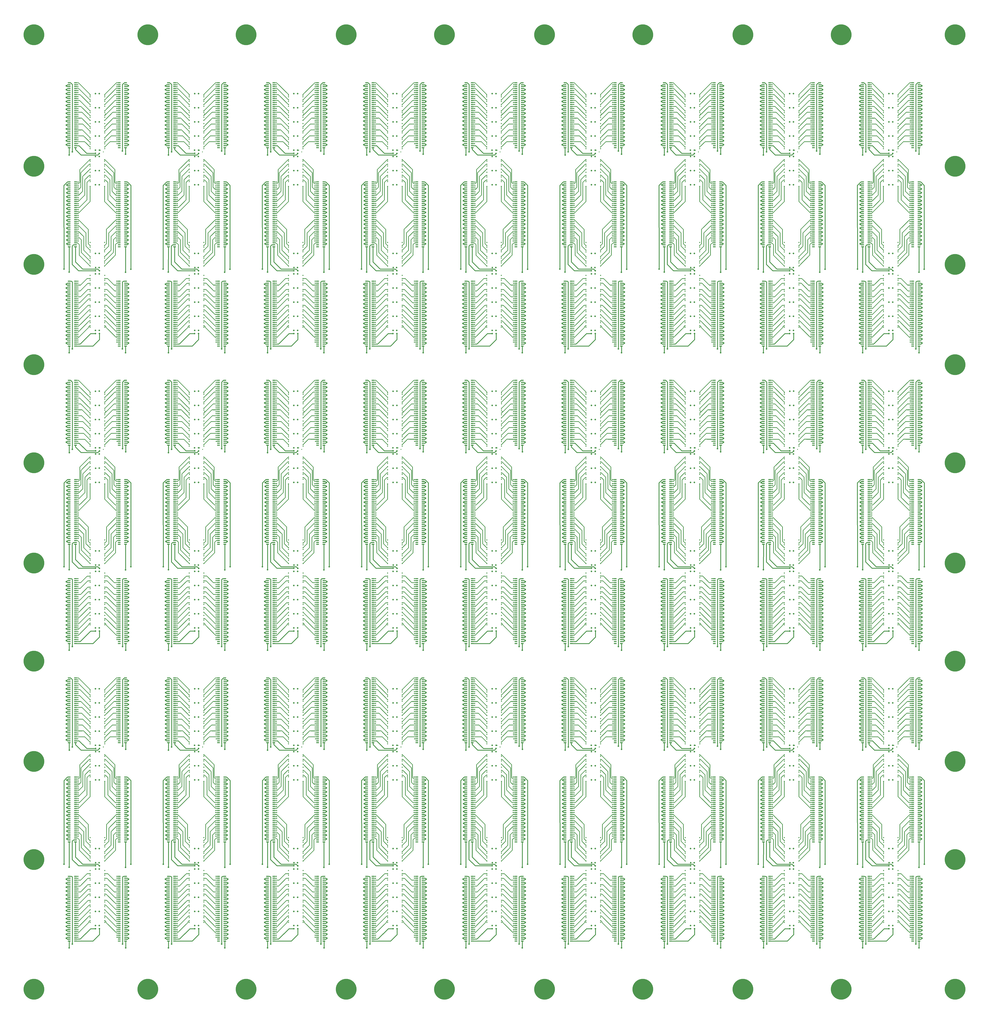
<source format=gbr>
%TF.GenerationSoftware,KiCad,Pcbnew,(5.1.9-0-10_14)*%
%TF.CreationDate,2021-06-02T17:00:14-04:00*%
%TF.ProjectId,9x9backplane,39783962-6163-46b7-906c-616e652e6b69,C*%
%TF.SameCoordinates,Original*%
%TF.FileFunction,Copper,L1,Top*%
%TF.FilePolarity,Positive*%
%FSLAX46Y46*%
G04 Gerber Fmt 4.6, Leading zero omitted, Abs format (unit mm)*
G04 Created by KiCad (PCBNEW (5.1.9-0-10_14)) date 2021-06-02 17:00:14*
%MOMM*%
%LPD*%
G01*
G04 APERTURE LIST*
%TA.AperFunction,ComponentPad*%
%ADD10C,10.600000*%
%TD*%
%TA.AperFunction,SMDPad,CuDef*%
%ADD11R,1.370000X0.610000*%
%TD*%
%TA.AperFunction,ViaPad*%
%ADD12C,0.800000*%
%TD*%
%TA.AperFunction,ViaPad*%
%ADD13C,0.558800*%
%TD*%
%TA.AperFunction,Conductor*%
%ADD14C,0.431800*%
%TD*%
%TA.AperFunction,Conductor*%
%ADD15C,0.381000*%
%TD*%
%TA.AperFunction,Conductor*%
%ADD16C,0.330200*%
%TD*%
G04 APERTURE END LIST*
D10*
%TO.P,,1*%
%TO.N,N/C*%
X476000000Y-276000000D03*
%TD*%
%TO.P,,1*%
%TO.N,N/C*%
X476000000Y-427000000D03*
%TD*%
%TO.P,,1*%
%TO.N,N/C*%
X476000000Y-7000000D03*
%TD*%
%TO.P,,1*%
%TO.N,N/C*%
X476000000Y-225000000D03*
%TD*%
%TO.P,,1*%
%TO.N,N/C*%
X476000000Y-74000000D03*
%TD*%
%TO.P,,1*%
%TO.N,N/C*%
X476000000Y-326000000D03*
%TD*%
%TO.P,,1*%
%TO.N,N/C*%
X476000000Y-377000000D03*
%TD*%
%TO.P,,1*%
%TO.N,N/C*%
X476000000Y-124000000D03*
%TD*%
%TO.P,,1*%
%TO.N,N/C*%
X476000000Y-175000000D03*
%TD*%
%TO.P,,1*%
%TO.N,N/C*%
X7000000Y-74000000D03*
%TD*%
%TO.P,,1*%
%TO.N,N/C*%
X7000000Y-225000000D03*
%TD*%
%TO.P,,1*%
%TO.N,N/C*%
X7000000Y-124000000D03*
%TD*%
%TO.P,,1*%
%TO.N,N/C*%
X7000000Y-175000000D03*
%TD*%
%TO.P,,1*%
%TO.N,N/C*%
X7000000Y-326000000D03*
%TD*%
%TO.P,,1*%
%TO.N,N/C*%
X7000000Y-276000000D03*
%TD*%
%TO.P,,1*%
%TO.N,N/C*%
X7000000Y-377000000D03*
%TD*%
%TO.P,,1*%
%TO.N,N/C*%
X7000000Y-427000000D03*
%TD*%
%TO.P,,1*%
%TO.N,N/C*%
X7000000Y-493000000D03*
%TD*%
%TO.P,,1*%
%TO.N,N/C*%
X216000000Y-493000000D03*
%TD*%
%TO.P,,1*%
%TO.N,N/C*%
X476000000Y-493000000D03*
%TD*%
%TO.P,,1*%
%TO.N,N/C*%
X418000000Y-493000000D03*
%TD*%
%TO.P,,1*%
%TO.N,N/C*%
X267000000Y-493000000D03*
%TD*%
%TO.P,,1*%
%TO.N,N/C*%
X65000000Y-493000000D03*
%TD*%
%TO.P,,1*%
%TO.N,N/C*%
X115000000Y-493000000D03*
%TD*%
%TO.P,,1*%
%TO.N,N/C*%
X317000000Y-493000000D03*
%TD*%
%TO.P,,1*%
%TO.N,N/C*%
X368000000Y-493000000D03*
%TD*%
%TO.P,,1*%
%TO.N,N/C*%
X166000000Y-493000000D03*
%TD*%
%TO.P,,1*%
%TO.N,N/C*%
X267000000Y-7000000D03*
%TD*%
%TO.P,,1*%
%TO.N,N/C*%
X418000000Y-7000000D03*
%TD*%
%TO.P,,1*%
%TO.N,N/C*%
X368000000Y-7000000D03*
%TD*%
%TO.P,,1*%
%TO.N,N/C*%
X317000000Y-7000000D03*
%TD*%
%TO.P,,1*%
%TO.N,N/C*%
X166000000Y-7000000D03*
%TD*%
%TO.P,,1*%
%TO.N,N/C*%
X216000000Y-7000000D03*
%TD*%
%TO.P,,1*%
%TO.N,N/C*%
X115000000Y-7000000D03*
%TD*%
%TO.P,,1*%
%TO.N,N/C*%
X65000000Y-7000000D03*
%TD*%
%TO.P,,1*%
%TO.N,N/C*%
X7000000Y-7000000D03*
%TD*%
D11*
%TO.P,J403,68*%
%TO.N,Net-(J403-Pad68)*%
X454435180Y-215990000D03*
%TO.P,J403,67*%
%TO.N,/SiPM_Connector(4-6)/BIAS16*%
X457637180Y-215990000D03*
%TO.P,J403,66*%
%TO.N,Net-(J403-Pad66)*%
X454435180Y-214990000D03*
%TO.P,J403,65*%
%TO.N,GND*%
X457637180Y-214990000D03*
%TO.P,J403,64*%
%TO.N,/SiPM_Connector(4-6)/BCH31*%
X454435180Y-213990000D03*
%TO.P,J403,63*%
%TO.N,GND*%
X457637180Y-213990000D03*
%TO.P,J403,62*%
%TO.N,/SiPM_Connector(4-6)/BCH30*%
X454435180Y-212990000D03*
%TO.P,J403,61*%
%TO.N,GND*%
X457637180Y-212990000D03*
%TO.P,J403,60*%
%TO.N,/SiPM_Connector(4-6)/BCH29*%
X454435180Y-211990000D03*
%TO.P,J403,59*%
%TO.N,GND*%
X457637180Y-211990000D03*
%TO.P,J403,58*%
%TO.N,/SiPM_Connector(4-6)/BCH28*%
X454435180Y-210990000D03*
%TO.P,J403,57*%
%TO.N,GND*%
X457637180Y-210990000D03*
%TO.P,J403,56*%
%TO.N,/SiPM_Connector(4-6)/BCH27*%
X454435180Y-209990000D03*
%TO.P,J403,55*%
%TO.N,GND*%
X457637180Y-209990000D03*
%TO.P,J403,54*%
%TO.N,/SiPM_Connector(4-6)/BCH26*%
X454435180Y-208990000D03*
%TO.P,J403,53*%
%TO.N,GND*%
X457637180Y-208990000D03*
%TO.P,J403,52*%
%TO.N,/SiPM_Connector(4-6)/BCH25*%
X454435180Y-207990000D03*
%TO.P,J403,51*%
%TO.N,GND*%
X457637180Y-207990000D03*
%TO.P,J403,50*%
%TO.N,/SiPM_Connector(4-6)/BCH24*%
X454435180Y-206990000D03*
%TO.P,J403,49*%
%TO.N,GND*%
X457637180Y-206990000D03*
%TO.P,J403,48*%
%TO.N,/SiPM_Connector(4-6)/BCH23*%
X454435180Y-205990000D03*
%TO.P,J403,47*%
%TO.N,GND*%
X457637180Y-205990000D03*
%TO.P,J403,46*%
%TO.N,/SiPM_Connector(4-6)/BCH22*%
X454435180Y-204990000D03*
%TO.P,J403,45*%
%TO.N,GND*%
X457637180Y-204990000D03*
%TO.P,J403,44*%
%TO.N,/SiPM_Connector(4-6)/BCH21*%
X454435180Y-203990000D03*
%TO.P,J403,43*%
%TO.N,GND*%
X457637180Y-203990000D03*
%TO.P,J403,42*%
%TO.N,/SiPM_Connector(4-6)/BCH20*%
X454435180Y-202990000D03*
%TO.P,J403,41*%
%TO.N,GND*%
X457637180Y-202990000D03*
%TO.P,J403,40*%
%TO.N,/SiPM_Connector(4-6)/BCH19*%
X454435180Y-201990000D03*
%TO.P,J403,39*%
%TO.N,GND*%
X457637180Y-201990000D03*
%TO.P,J403,38*%
%TO.N,/SiPM_Connector(4-6)/BCH18*%
X454435180Y-200990000D03*
%TO.P,J403,37*%
%TO.N,GND*%
X457637180Y-200990000D03*
%TO.P,J403,36*%
%TO.N,/SiPM_Connector(4-6)/BCH17*%
X454435180Y-199990000D03*
%TO.P,J403,35*%
%TO.N,GND*%
X457637180Y-199990000D03*
%TO.P,J403,34*%
%TO.N,/SiPM_Connector(4-6)/BCH16*%
X454435180Y-198990000D03*
%TO.P,J403,33*%
%TO.N,GND*%
X457637180Y-198990000D03*
%TO.P,J403,32*%
%TO.N,/SiPM_Connector(4-6)/BCH15*%
X454435180Y-197990000D03*
%TO.P,J403,31*%
%TO.N,GND*%
X457637180Y-197990000D03*
%TO.P,J403,30*%
%TO.N,/SiPM_Connector(4-6)/BCH14*%
X454435180Y-196990000D03*
%TO.P,J403,29*%
%TO.N,GND*%
X457637180Y-196990000D03*
%TO.P,J403,28*%
%TO.N,/SiPM_Connector(4-6)/BCH13*%
X454435180Y-195990000D03*
%TO.P,J403,27*%
%TO.N,GND*%
X457637180Y-195990000D03*
%TO.P,J403,26*%
%TO.N,/SiPM_Connector(4-6)/BCH12*%
X454435180Y-194990000D03*
%TO.P,J403,25*%
%TO.N,GND*%
X457637180Y-194990000D03*
%TO.P,J403,24*%
%TO.N,/SiPM_Connector(4-6)/BCH11*%
X454435180Y-193990000D03*
%TO.P,J403,23*%
%TO.N,GND*%
X457637180Y-193990000D03*
%TO.P,J403,22*%
%TO.N,/SiPM_Connector(4-6)/BCH10*%
X454435180Y-192990000D03*
%TO.P,J403,21*%
%TO.N,GND*%
X457637180Y-192990000D03*
%TO.P,J403,20*%
%TO.N,/SiPM_Connector(4-6)/BCH9*%
X454435180Y-191990000D03*
%TO.P,J403,19*%
%TO.N,GND*%
X457637180Y-191990000D03*
%TO.P,J403,18*%
%TO.N,/SiPM_Connector(4-6)/BCH8*%
X454435180Y-190990000D03*
%TO.P,J403,17*%
%TO.N,GND*%
X457637180Y-190990000D03*
%TO.P,J403,16*%
%TO.N,/SiPM_Connector(4-6)/BCH7*%
X454435180Y-189990000D03*
%TO.P,J403,15*%
%TO.N,GND*%
X457637180Y-189990000D03*
%TO.P,J403,14*%
%TO.N,/SiPM_Connector(4-6)/BCH6*%
X454435180Y-188990000D03*
%TO.P,J403,13*%
%TO.N,GND*%
X457637180Y-188990000D03*
%TO.P,J403,12*%
%TO.N,/SiPM_Connector(4-6)/BCH5*%
X454435180Y-187990000D03*
%TO.P,J403,11*%
%TO.N,GND*%
X457637180Y-187990000D03*
%TO.P,J403,10*%
%TO.N,/SiPM_Connector(4-6)/BCH4*%
X454435180Y-186990000D03*
%TO.P,J403,9*%
%TO.N,GND*%
X457637180Y-186990000D03*
%TO.P,J403,8*%
%TO.N,/SiPM_Connector(4-6)/BCH3*%
X454435180Y-185990000D03*
%TO.P,J403,7*%
%TO.N,GND*%
X457637180Y-185990000D03*
%TO.P,J403,6*%
%TO.N,/SiPM_Connector(4-6)/BCH2*%
X454435180Y-184990000D03*
%TO.P,J403,5*%
%TO.N,GND*%
X457637180Y-184990000D03*
%TO.P,J403,4*%
%TO.N,/SiPM_Connector(4-6)/BCH1*%
X454435180Y-183990000D03*
%TO.P,J403,3*%
%TO.N,GND*%
X457637180Y-183990000D03*
%TO.P,J403,2*%
%TO.N,/SiPM_Connector(4-6)/BCH0*%
X454435180Y-182990000D03*
%TO.P,J403,1*%
%TO.N,/SiPM_Connector(4-6)/BIAS15*%
X457637180Y-182990000D03*
%TD*%
%TO.P,J401,1*%
%TO.N,/SiPM_Connector(4-6)/CH0*%
X432137180Y-182990000D03*
%TO.P,J401,2*%
%TO.N,/SiPM_Connector(4-6)/BIAS13*%
X428935180Y-182990000D03*
%TO.P,J401,3*%
%TO.N,/SiPM_Connector(4-6)/CH1*%
X432137180Y-183990000D03*
%TO.P,J401,4*%
%TO.N,GND*%
X428935180Y-183990000D03*
%TO.P,J401,5*%
%TO.N,/SiPM_Connector(4-6)/CH2*%
X432137180Y-184990000D03*
%TO.P,J401,6*%
%TO.N,GND*%
X428935180Y-184990000D03*
%TO.P,J401,7*%
%TO.N,/SiPM_Connector(4-6)/CH3*%
X432137180Y-185990000D03*
%TO.P,J401,8*%
%TO.N,GND*%
X428935180Y-185990000D03*
%TO.P,J401,9*%
%TO.N,/SiPM_Connector(4-6)/CH4*%
X432137180Y-186990000D03*
%TO.P,J401,10*%
%TO.N,GND*%
X428935180Y-186990000D03*
%TO.P,J401,11*%
%TO.N,/SiPM_Connector(4-6)/CH5*%
X432137180Y-187990000D03*
%TO.P,J401,12*%
%TO.N,GND*%
X428935180Y-187990000D03*
%TO.P,J401,13*%
%TO.N,/SiPM_Connector(4-6)/CH6*%
X432137180Y-188990000D03*
%TO.P,J401,14*%
%TO.N,GND*%
X428935180Y-188990000D03*
%TO.P,J401,15*%
%TO.N,/SiPM_Connector(4-6)/CH7*%
X432137180Y-189990000D03*
%TO.P,J401,16*%
%TO.N,GND*%
X428935180Y-189990000D03*
%TO.P,J401,17*%
%TO.N,/SiPM_Connector(4-6)/CH8*%
X432137180Y-190990000D03*
%TO.P,J401,18*%
%TO.N,GND*%
X428935180Y-190990000D03*
%TO.P,J401,19*%
%TO.N,/SiPM_Connector(4-6)/CH9*%
X432137180Y-191990000D03*
%TO.P,J401,20*%
%TO.N,GND*%
X428935180Y-191990000D03*
%TO.P,J401,21*%
%TO.N,/SiPM_Connector(4-6)/CH10*%
X432137180Y-192990000D03*
%TO.P,J401,22*%
%TO.N,GND*%
X428935180Y-192990000D03*
%TO.P,J401,23*%
%TO.N,/SiPM_Connector(4-6)/CH11*%
X432137180Y-193990000D03*
%TO.P,J401,24*%
%TO.N,GND*%
X428935180Y-193990000D03*
%TO.P,J401,25*%
%TO.N,/SiPM_Connector(4-6)/CH12*%
X432137180Y-194990000D03*
%TO.P,J401,26*%
%TO.N,GND*%
X428935180Y-194990000D03*
%TO.P,J401,27*%
%TO.N,/SiPM_Connector(4-6)/CH13*%
X432137180Y-195990000D03*
%TO.P,J401,28*%
%TO.N,GND*%
X428935180Y-195990000D03*
%TO.P,J401,29*%
%TO.N,/SiPM_Connector(4-6)/CH14*%
X432137180Y-196990000D03*
%TO.P,J401,30*%
%TO.N,GND*%
X428935180Y-196990000D03*
%TO.P,J401,31*%
%TO.N,/SiPM_Connector(4-6)/CH15*%
X432137180Y-197990000D03*
%TO.P,J401,32*%
%TO.N,GND*%
X428935180Y-197990000D03*
%TO.P,J401,33*%
%TO.N,/SiPM_Connector(4-6)/CH16*%
X432137180Y-198990000D03*
%TO.P,J401,34*%
%TO.N,GND*%
X428935180Y-198990000D03*
%TO.P,J401,35*%
%TO.N,/SiPM_Connector(4-6)/CH17*%
X432137180Y-199990000D03*
%TO.P,J401,36*%
%TO.N,GND*%
X428935180Y-199990000D03*
%TO.P,J401,37*%
%TO.N,/SiPM_Connector(4-6)/CH18*%
X432137180Y-200990000D03*
%TO.P,J401,38*%
%TO.N,GND*%
X428935180Y-200990000D03*
%TO.P,J401,39*%
%TO.N,/SiPM_Connector(4-6)/CH19*%
X432137180Y-201990000D03*
%TO.P,J401,40*%
%TO.N,GND*%
X428935180Y-201990000D03*
%TO.P,J401,41*%
%TO.N,/SiPM_Connector(4-6)/CH20*%
X432137180Y-202990000D03*
%TO.P,J401,42*%
%TO.N,GND*%
X428935180Y-202990000D03*
%TO.P,J401,43*%
%TO.N,/SiPM_Connector(4-6)/CH21*%
X432137180Y-203990000D03*
%TO.P,J401,44*%
%TO.N,GND*%
X428935180Y-203990000D03*
%TO.P,J401,45*%
%TO.N,/SiPM_Connector(4-6)/CH22*%
X432137180Y-204990000D03*
%TO.P,J401,46*%
%TO.N,GND*%
X428935180Y-204990000D03*
%TO.P,J401,47*%
%TO.N,/SiPM_Connector(4-6)/CH23*%
X432137180Y-205990000D03*
%TO.P,J401,48*%
%TO.N,GND*%
X428935180Y-205990000D03*
%TO.P,J401,49*%
%TO.N,/SiPM_Connector(4-6)/CH24*%
X432137180Y-206990000D03*
%TO.P,J401,50*%
%TO.N,GND*%
X428935180Y-206990000D03*
%TO.P,J401,51*%
%TO.N,/SiPM_Connector(4-6)/CH25*%
X432137180Y-207990000D03*
%TO.P,J401,52*%
%TO.N,GND*%
X428935180Y-207990000D03*
%TO.P,J401,53*%
%TO.N,/SiPM_Connector(4-6)/CH26*%
X432137180Y-208990000D03*
%TO.P,J401,54*%
%TO.N,GND*%
X428935180Y-208990000D03*
%TO.P,J401,55*%
%TO.N,/SiPM_Connector(4-6)/CH27*%
X432137180Y-209990000D03*
%TO.P,J401,56*%
%TO.N,GND*%
X428935180Y-209990000D03*
%TO.P,J401,57*%
%TO.N,/SiPM_Connector(4-6)/CH28*%
X432137180Y-210990000D03*
%TO.P,J401,58*%
%TO.N,GND*%
X428935180Y-210990000D03*
%TO.P,J401,59*%
%TO.N,/SiPM_Connector(4-6)/CH29*%
X432137180Y-211990000D03*
%TO.P,J401,60*%
%TO.N,GND*%
X428935180Y-211990000D03*
%TO.P,J401,61*%
%TO.N,/SiPM_Connector(4-6)/CH30*%
X432137180Y-212990000D03*
%TO.P,J401,62*%
%TO.N,GND*%
X428935180Y-212990000D03*
%TO.P,J401,63*%
%TO.N,/SiPM_Connector(4-6)/CH31*%
X432137180Y-213990000D03*
%TO.P,J401,64*%
%TO.N,GND*%
X428935180Y-213990000D03*
%TO.P,J401,65*%
%TO.N,/SiPM_Connector(4-6)/VDD*%
X432137180Y-214990000D03*
%TO.P,J401,66*%
%TO.N,GND*%
X428935180Y-214990000D03*
%TO.P,J401,67*%
%TO.N,/SiPM_Connector(4-6)/OUT*%
X432137180Y-215990000D03*
%TO.P,J401,68*%
%TO.N,/SiPM_Connector(4-6)/BIAS14*%
X428935180Y-215990000D03*
%TD*%
%TO.P,J901,68*%
%TO.N,/SiPM_Connector(7-9)/BIAS34*%
X428935180Y-468490000D03*
%TO.P,J901,67*%
%TO.N,/SiPM_Connector(7-9)/OUT*%
X432137180Y-468490000D03*
%TO.P,J901,66*%
%TO.N,GND*%
X428935180Y-467490000D03*
%TO.P,J901,65*%
%TO.N,/SiPM_Connector(7-9)/VDD*%
X432137180Y-467490000D03*
%TO.P,J901,64*%
%TO.N,GND*%
X428935180Y-466490000D03*
%TO.P,J901,63*%
%TO.N,/SiPM_Connector(7-9)/CH95*%
X432137180Y-466490000D03*
%TO.P,J901,62*%
%TO.N,GND*%
X428935180Y-465490000D03*
%TO.P,J901,61*%
%TO.N,/SiPM_Connector(7-9)/CH94*%
X432137180Y-465490000D03*
%TO.P,J901,60*%
%TO.N,GND*%
X428935180Y-464490000D03*
%TO.P,J901,59*%
%TO.N,/SiPM_Connector(7-9)/CH93*%
X432137180Y-464490000D03*
%TO.P,J901,58*%
%TO.N,GND*%
X428935180Y-463490000D03*
%TO.P,J901,57*%
%TO.N,/SiPM_Connector(7-9)/CH92*%
X432137180Y-463490000D03*
%TO.P,J901,56*%
%TO.N,GND*%
X428935180Y-462490000D03*
%TO.P,J901,55*%
%TO.N,/SiPM_Connector(7-9)/CH91*%
X432137180Y-462490000D03*
%TO.P,J901,54*%
%TO.N,GND*%
X428935180Y-461490000D03*
%TO.P,J901,53*%
%TO.N,/SiPM_Connector(7-9)/CH90*%
X432137180Y-461490000D03*
%TO.P,J901,52*%
%TO.N,GND*%
X428935180Y-460490000D03*
%TO.P,J901,51*%
%TO.N,/SiPM_Connector(7-9)/CH89*%
X432137180Y-460490000D03*
%TO.P,J901,50*%
%TO.N,GND*%
X428935180Y-459490000D03*
%TO.P,J901,49*%
%TO.N,/SiPM_Connector(7-9)/CH88*%
X432137180Y-459490000D03*
%TO.P,J901,48*%
%TO.N,GND*%
X428935180Y-458490000D03*
%TO.P,J901,47*%
%TO.N,/SiPM_Connector(7-9)/CH87*%
X432137180Y-458490000D03*
%TO.P,J901,46*%
%TO.N,GND*%
X428935180Y-457490000D03*
%TO.P,J901,45*%
%TO.N,/SiPM_Connector(7-9)/CH86*%
X432137180Y-457490000D03*
%TO.P,J901,44*%
%TO.N,GND*%
X428935180Y-456490000D03*
%TO.P,J901,43*%
%TO.N,/SiPM_Connector(7-9)/CH85*%
X432137180Y-456490000D03*
%TO.P,J901,42*%
%TO.N,GND*%
X428935180Y-455490000D03*
%TO.P,J901,41*%
%TO.N,/SiPM_Connector(7-9)/CH84*%
X432137180Y-455490000D03*
%TO.P,J901,40*%
%TO.N,GND*%
X428935180Y-454490000D03*
%TO.P,J901,39*%
%TO.N,/SiPM_Connector(7-9)/CH83*%
X432137180Y-454490000D03*
%TO.P,J901,38*%
%TO.N,GND*%
X428935180Y-453490000D03*
%TO.P,J901,37*%
%TO.N,/SiPM_Connector(7-9)/CH82*%
X432137180Y-453490000D03*
%TO.P,J901,36*%
%TO.N,GND*%
X428935180Y-452490000D03*
%TO.P,J901,35*%
%TO.N,/SiPM_Connector(7-9)/CH81*%
X432137180Y-452490000D03*
%TO.P,J901,34*%
%TO.N,GND*%
X428935180Y-451490000D03*
%TO.P,J901,33*%
%TO.N,/SiPM_Connector(7-9)/CH80*%
X432137180Y-451490000D03*
%TO.P,J901,32*%
%TO.N,GND*%
X428935180Y-450490000D03*
%TO.P,J901,31*%
%TO.N,/SiPM_Connector(7-9)/CH79*%
X432137180Y-450490000D03*
%TO.P,J901,30*%
%TO.N,GND*%
X428935180Y-449490000D03*
%TO.P,J901,29*%
%TO.N,/SiPM_Connector(7-9)/CH78*%
X432137180Y-449490000D03*
%TO.P,J901,28*%
%TO.N,GND*%
X428935180Y-448490000D03*
%TO.P,J901,27*%
%TO.N,/SiPM_Connector(7-9)/CH77*%
X432137180Y-448490000D03*
%TO.P,J901,26*%
%TO.N,GND*%
X428935180Y-447490000D03*
%TO.P,J901,25*%
%TO.N,/SiPM_Connector(7-9)/CH76*%
X432137180Y-447490000D03*
%TO.P,J901,24*%
%TO.N,GND*%
X428935180Y-446490000D03*
%TO.P,J901,23*%
%TO.N,/SiPM_Connector(7-9)/CH75*%
X432137180Y-446490000D03*
%TO.P,J901,22*%
%TO.N,GND*%
X428935180Y-445490000D03*
%TO.P,J901,21*%
%TO.N,/SiPM_Connector(7-9)/CH74*%
X432137180Y-445490000D03*
%TO.P,J901,20*%
%TO.N,GND*%
X428935180Y-444490000D03*
%TO.P,J901,19*%
%TO.N,/SiPM_Connector(7-9)/CH73*%
X432137180Y-444490000D03*
%TO.P,J901,18*%
%TO.N,GND*%
X428935180Y-443490000D03*
%TO.P,J901,17*%
%TO.N,/SiPM_Connector(7-9)/CH72*%
X432137180Y-443490000D03*
%TO.P,J901,16*%
%TO.N,GND*%
X428935180Y-442490000D03*
%TO.P,J901,15*%
%TO.N,/SiPM_Connector(7-9)/CH71*%
X432137180Y-442490000D03*
%TO.P,J901,14*%
%TO.N,GND*%
X428935180Y-441490000D03*
%TO.P,J901,13*%
%TO.N,/SiPM_Connector(7-9)/CH70*%
X432137180Y-441490000D03*
%TO.P,J901,12*%
%TO.N,GND*%
X428935180Y-440490000D03*
%TO.P,J901,11*%
%TO.N,/SiPM_Connector(7-9)/CH69*%
X432137180Y-440490000D03*
%TO.P,J901,10*%
%TO.N,GND*%
X428935180Y-439490000D03*
%TO.P,J901,9*%
%TO.N,/SiPM_Connector(7-9)/CH68*%
X432137180Y-439490000D03*
%TO.P,J901,8*%
%TO.N,GND*%
X428935180Y-438490000D03*
%TO.P,J901,7*%
%TO.N,/SiPM_Connector(7-9)/CH67*%
X432137180Y-438490000D03*
%TO.P,J901,6*%
%TO.N,GND*%
X428935180Y-437490000D03*
%TO.P,J901,5*%
%TO.N,/SiPM_Connector(7-9)/CH66*%
X432137180Y-437490000D03*
%TO.P,J901,4*%
%TO.N,GND*%
X428935180Y-436490000D03*
%TO.P,J901,3*%
%TO.N,/SiPM_Connector(7-9)/CH65*%
X432137180Y-436490000D03*
%TO.P,J901,2*%
%TO.N,/SiPM_Connector(7-9)/BIAS33*%
X428935180Y-435490000D03*
%TO.P,J901,1*%
%TO.N,/SiPM_Connector(7-9)/CH64*%
X432137180Y-435490000D03*
%TD*%
%TO.P,J803,1*%
%TO.N,/SiPM_Connector(7-9)/BIAS31*%
X457637180Y-384990000D03*
%TO.P,J803,2*%
%TO.N,/SiPM_Connector(7-9)/BCH32*%
X454435180Y-384990000D03*
%TO.P,J803,3*%
%TO.N,GND*%
X457637180Y-385990000D03*
%TO.P,J803,4*%
%TO.N,/SiPM_Connector(7-9)/BCH33*%
X454435180Y-385990000D03*
%TO.P,J803,5*%
%TO.N,GND*%
X457637180Y-386990000D03*
%TO.P,J803,6*%
%TO.N,/SiPM_Connector(7-9)/BCH34*%
X454435180Y-386990000D03*
%TO.P,J803,7*%
%TO.N,GND*%
X457637180Y-387990000D03*
%TO.P,J803,8*%
%TO.N,/SiPM_Connector(7-9)/BCH35*%
X454435180Y-387990000D03*
%TO.P,J803,9*%
%TO.N,GND*%
X457637180Y-388990000D03*
%TO.P,J803,10*%
%TO.N,/SiPM_Connector(7-9)/BCH36*%
X454435180Y-388990000D03*
%TO.P,J803,11*%
%TO.N,GND*%
X457637180Y-389990000D03*
%TO.P,J803,12*%
%TO.N,/SiPM_Connector(7-9)/BCH37*%
X454435180Y-389990000D03*
%TO.P,J803,13*%
%TO.N,GND*%
X457637180Y-390990000D03*
%TO.P,J803,14*%
%TO.N,/SiPM_Connector(7-9)/BCH38*%
X454435180Y-390990000D03*
%TO.P,J803,15*%
%TO.N,GND*%
X457637180Y-391990000D03*
%TO.P,J803,16*%
%TO.N,/SiPM_Connector(7-9)/BCH39*%
X454435180Y-391990000D03*
%TO.P,J803,17*%
%TO.N,GND*%
X457637180Y-392990000D03*
%TO.P,J803,18*%
%TO.N,/SiPM_Connector(7-9)/BCH40*%
X454435180Y-392990000D03*
%TO.P,J803,19*%
%TO.N,GND*%
X457637180Y-393990000D03*
%TO.P,J803,20*%
%TO.N,/SiPM_Connector(7-9)/BCH41*%
X454435180Y-393990000D03*
%TO.P,J803,21*%
%TO.N,GND*%
X457637180Y-394990000D03*
%TO.P,J803,22*%
%TO.N,/SiPM_Connector(7-9)/BCH42*%
X454435180Y-394990000D03*
%TO.P,J803,23*%
%TO.N,GND*%
X457637180Y-395990000D03*
%TO.P,J803,24*%
%TO.N,/SiPM_Connector(7-9)/BCH43*%
X454435180Y-395990000D03*
%TO.P,J803,25*%
%TO.N,GND*%
X457637180Y-396990000D03*
%TO.P,J803,26*%
%TO.N,/SiPM_Connector(7-9)/BCH44*%
X454435180Y-396990000D03*
%TO.P,J803,27*%
%TO.N,GND*%
X457637180Y-397990000D03*
%TO.P,J803,28*%
%TO.N,/SiPM_Connector(7-9)/BCH45*%
X454435180Y-397990000D03*
%TO.P,J803,29*%
%TO.N,GND*%
X457637180Y-398990000D03*
%TO.P,J803,30*%
%TO.N,/SiPM_Connector(7-9)/BCH46*%
X454435180Y-398990000D03*
%TO.P,J803,31*%
%TO.N,GND*%
X457637180Y-399990000D03*
%TO.P,J803,32*%
%TO.N,/SiPM_Connector(7-9)/BCH47*%
X454435180Y-399990000D03*
%TO.P,J803,33*%
%TO.N,GND*%
X457637180Y-400990000D03*
%TO.P,J803,34*%
%TO.N,/SiPM_Connector(7-9)/BCH48*%
X454435180Y-400990000D03*
%TO.P,J803,35*%
%TO.N,GND*%
X457637180Y-401990000D03*
%TO.P,J803,36*%
%TO.N,/SiPM_Connector(7-9)/BCH49*%
X454435180Y-401990000D03*
%TO.P,J803,37*%
%TO.N,GND*%
X457637180Y-402990000D03*
%TO.P,J803,38*%
%TO.N,/SiPM_Connector(7-9)/BCH50*%
X454435180Y-402990000D03*
%TO.P,J803,39*%
%TO.N,GND*%
X457637180Y-403990000D03*
%TO.P,J803,40*%
%TO.N,/SiPM_Connector(7-9)/BCH51*%
X454435180Y-403990000D03*
%TO.P,J803,41*%
%TO.N,GND*%
X457637180Y-404990000D03*
%TO.P,J803,42*%
%TO.N,/SiPM_Connector(7-9)/BCH52*%
X454435180Y-404990000D03*
%TO.P,J803,43*%
%TO.N,GND*%
X457637180Y-405990000D03*
%TO.P,J803,44*%
%TO.N,/SiPM_Connector(7-9)/BCH53*%
X454435180Y-405990000D03*
%TO.P,J803,45*%
%TO.N,GND*%
X457637180Y-406990000D03*
%TO.P,J803,46*%
%TO.N,/SiPM_Connector(7-9)/BCH54*%
X454435180Y-406990000D03*
%TO.P,J803,47*%
%TO.N,GND*%
X457637180Y-407990000D03*
%TO.P,J803,48*%
%TO.N,/SiPM_Connector(7-9)/BCH55*%
X454435180Y-407990000D03*
%TO.P,J803,49*%
%TO.N,GND*%
X457637180Y-408990000D03*
%TO.P,J803,50*%
%TO.N,/SiPM_Connector(7-9)/BCH56*%
X454435180Y-408990000D03*
%TO.P,J803,51*%
%TO.N,GND*%
X457637180Y-409990000D03*
%TO.P,J803,52*%
%TO.N,/SiPM_Connector(7-9)/BCH57*%
X454435180Y-409990000D03*
%TO.P,J803,53*%
%TO.N,GND*%
X457637180Y-410990000D03*
%TO.P,J803,54*%
%TO.N,/SiPM_Connector(7-9)/BCH58*%
X454435180Y-410990000D03*
%TO.P,J803,55*%
%TO.N,GND*%
X457637180Y-411990000D03*
%TO.P,J803,56*%
%TO.N,/SiPM_Connector(7-9)/BCH59*%
X454435180Y-411990000D03*
%TO.P,J803,57*%
%TO.N,GND*%
X457637180Y-412990000D03*
%TO.P,J803,58*%
%TO.N,/SiPM_Connector(7-9)/BCH60*%
X454435180Y-412990000D03*
%TO.P,J803,59*%
%TO.N,GND*%
X457637180Y-413990000D03*
%TO.P,J803,60*%
%TO.N,/SiPM_Connector(7-9)/BCH61*%
X454435180Y-413990000D03*
%TO.P,J803,61*%
%TO.N,GND*%
X457637180Y-414990000D03*
%TO.P,J803,62*%
%TO.N,/SiPM_Connector(7-9)/BCH62*%
X454435180Y-414990000D03*
%TO.P,J803,63*%
%TO.N,GND*%
X457637180Y-415990000D03*
%TO.P,J803,64*%
%TO.N,/SiPM_Connector(7-9)/BCH63*%
X454435180Y-415990000D03*
%TO.P,J803,65*%
%TO.N,GND*%
X457637180Y-416990000D03*
%TO.P,J803,66*%
%TO.N,Net-(J803-Pad66)*%
X454435180Y-416990000D03*
%TO.P,J803,67*%
%TO.N,/SiPM_Connector(7-9)/BIAS32*%
X457637180Y-417990000D03*
%TO.P,J803,68*%
%TO.N,Net-(J803-Pad68)*%
X454435180Y-417990000D03*
%TD*%
%TO.P,J801,68*%
%TO.N,/SiPM_Connector(7-9)/BIAS30*%
X428935180Y-417990000D03*
%TO.P,J801,67*%
%TO.N,/SiPM_Connector(7-9)/OUT*%
X432137180Y-417990000D03*
%TO.P,J801,66*%
%TO.N,GND*%
X428935180Y-416990000D03*
%TO.P,J801,65*%
%TO.N,/SiPM_Connector(7-9)/VDD*%
X432137180Y-416990000D03*
%TO.P,J801,64*%
%TO.N,GND*%
X428935180Y-415990000D03*
%TO.P,J801,63*%
%TO.N,/SiPM_Connector(7-9)/CH63*%
X432137180Y-415990000D03*
%TO.P,J801,62*%
%TO.N,GND*%
X428935180Y-414990000D03*
%TO.P,J801,61*%
%TO.N,/SiPM_Connector(7-9)/CH62*%
X432137180Y-414990000D03*
%TO.P,J801,60*%
%TO.N,GND*%
X428935180Y-413990000D03*
%TO.P,J801,59*%
%TO.N,/SiPM_Connector(7-9)/CH61*%
X432137180Y-413990000D03*
%TO.P,J801,58*%
%TO.N,GND*%
X428935180Y-412990000D03*
%TO.P,J801,57*%
%TO.N,/SiPM_Connector(7-9)/CH60*%
X432137180Y-412990000D03*
%TO.P,J801,56*%
%TO.N,GND*%
X428935180Y-411990000D03*
%TO.P,J801,55*%
%TO.N,/SiPM_Connector(7-9)/CH59*%
X432137180Y-411990000D03*
%TO.P,J801,54*%
%TO.N,GND*%
X428935180Y-410990000D03*
%TO.P,J801,53*%
%TO.N,/SiPM_Connector(7-9)/CH58*%
X432137180Y-410990000D03*
%TO.P,J801,52*%
%TO.N,GND*%
X428935180Y-409990000D03*
%TO.P,J801,51*%
%TO.N,/SiPM_Connector(7-9)/CH57*%
X432137180Y-409990000D03*
%TO.P,J801,50*%
%TO.N,GND*%
X428935180Y-408990000D03*
%TO.P,J801,49*%
%TO.N,/SiPM_Connector(7-9)/CH56*%
X432137180Y-408990000D03*
%TO.P,J801,48*%
%TO.N,GND*%
X428935180Y-407990000D03*
%TO.P,J801,47*%
%TO.N,/SiPM_Connector(7-9)/CH55*%
X432137180Y-407990000D03*
%TO.P,J801,46*%
%TO.N,GND*%
X428935180Y-406990000D03*
%TO.P,J801,45*%
%TO.N,/SiPM_Connector(7-9)/CH54*%
X432137180Y-406990000D03*
%TO.P,J801,44*%
%TO.N,GND*%
X428935180Y-405990000D03*
%TO.P,J801,43*%
%TO.N,/SiPM_Connector(7-9)/CH53*%
X432137180Y-405990000D03*
%TO.P,J801,42*%
%TO.N,GND*%
X428935180Y-404990000D03*
%TO.P,J801,41*%
%TO.N,/SiPM_Connector(7-9)/CH52*%
X432137180Y-404990000D03*
%TO.P,J801,40*%
%TO.N,GND*%
X428935180Y-403990000D03*
%TO.P,J801,39*%
%TO.N,/SiPM_Connector(7-9)/CH51*%
X432137180Y-403990000D03*
%TO.P,J801,38*%
%TO.N,GND*%
X428935180Y-402990000D03*
%TO.P,J801,37*%
%TO.N,/SiPM_Connector(7-9)/CH50*%
X432137180Y-402990000D03*
%TO.P,J801,36*%
%TO.N,GND*%
X428935180Y-401990000D03*
%TO.P,J801,35*%
%TO.N,/SiPM_Connector(7-9)/CH49*%
X432137180Y-401990000D03*
%TO.P,J801,34*%
%TO.N,GND*%
X428935180Y-400990000D03*
%TO.P,J801,33*%
%TO.N,/SiPM_Connector(7-9)/CH48*%
X432137180Y-400990000D03*
%TO.P,J801,32*%
%TO.N,GND*%
X428935180Y-399990000D03*
%TO.P,J801,31*%
%TO.N,/SiPM_Connector(7-9)/CH47*%
X432137180Y-399990000D03*
%TO.P,J801,30*%
%TO.N,GND*%
X428935180Y-398990000D03*
%TO.P,J801,29*%
%TO.N,/SiPM_Connector(7-9)/CH46*%
X432137180Y-398990000D03*
%TO.P,J801,28*%
%TO.N,GND*%
X428935180Y-397990000D03*
%TO.P,J801,27*%
%TO.N,/SiPM_Connector(7-9)/CH45*%
X432137180Y-397990000D03*
%TO.P,J801,26*%
%TO.N,GND*%
X428935180Y-396990000D03*
%TO.P,J801,25*%
%TO.N,/SiPM_Connector(7-9)/CH44*%
X432137180Y-396990000D03*
%TO.P,J801,24*%
%TO.N,GND*%
X428935180Y-395990000D03*
%TO.P,J801,23*%
%TO.N,/SiPM_Connector(7-9)/CH43*%
X432137180Y-395990000D03*
%TO.P,J801,22*%
%TO.N,GND*%
X428935180Y-394990000D03*
%TO.P,J801,21*%
%TO.N,/SiPM_Connector(7-9)/CH42*%
X432137180Y-394990000D03*
%TO.P,J801,20*%
%TO.N,GND*%
X428935180Y-393990000D03*
%TO.P,J801,19*%
%TO.N,/SiPM_Connector(7-9)/CH41*%
X432137180Y-393990000D03*
%TO.P,J801,18*%
%TO.N,GND*%
X428935180Y-392990000D03*
%TO.P,J801,17*%
%TO.N,/SiPM_Connector(7-9)/CH40*%
X432137180Y-392990000D03*
%TO.P,J801,16*%
%TO.N,GND*%
X428935180Y-391990000D03*
%TO.P,J801,15*%
%TO.N,/SiPM_Connector(7-9)/CH39*%
X432137180Y-391990000D03*
%TO.P,J801,14*%
%TO.N,GND*%
X428935180Y-390990000D03*
%TO.P,J801,13*%
%TO.N,/SiPM_Connector(7-9)/CH38*%
X432137180Y-390990000D03*
%TO.P,J801,12*%
%TO.N,GND*%
X428935180Y-389990000D03*
%TO.P,J801,11*%
%TO.N,/SiPM_Connector(7-9)/CH37*%
X432137180Y-389990000D03*
%TO.P,J801,10*%
%TO.N,GND*%
X428935180Y-388990000D03*
%TO.P,J801,9*%
%TO.N,/SiPM_Connector(7-9)/CH36*%
X432137180Y-388990000D03*
%TO.P,J801,8*%
%TO.N,GND*%
X428935180Y-387990000D03*
%TO.P,J801,7*%
%TO.N,/SiPM_Connector(7-9)/CH35*%
X432137180Y-387990000D03*
%TO.P,J801,6*%
%TO.N,GND*%
X428935180Y-386990000D03*
%TO.P,J801,5*%
%TO.N,/SiPM_Connector(7-9)/CH34*%
X432137180Y-386990000D03*
%TO.P,J801,4*%
%TO.N,GND*%
X428935180Y-385990000D03*
%TO.P,J801,3*%
%TO.N,/SiPM_Connector(7-9)/CH33*%
X432137180Y-385990000D03*
%TO.P,J801,2*%
%TO.N,/SiPM_Connector(7-9)/BIAS29*%
X428935180Y-384990000D03*
%TO.P,J801,1*%
%TO.N,/SiPM_Connector(7-9)/CH32*%
X432137180Y-384990000D03*
%TD*%
%TO.P,J703,68*%
%TO.N,Net-(J703-Pad68)*%
X454435180Y-367490000D03*
%TO.P,J703,67*%
%TO.N,/SiPM_Connector(7-9)/BIAS28*%
X457637180Y-367490000D03*
%TO.P,J703,66*%
%TO.N,Net-(J703-Pad66)*%
X454435180Y-366490000D03*
%TO.P,J703,65*%
%TO.N,GND*%
X457637180Y-366490000D03*
%TO.P,J703,64*%
%TO.N,/SiPM_Connector(7-9)/BCH31*%
X454435180Y-365490000D03*
%TO.P,J703,63*%
%TO.N,GND*%
X457637180Y-365490000D03*
%TO.P,J703,62*%
%TO.N,/SiPM_Connector(7-9)/BCH30*%
X454435180Y-364490000D03*
%TO.P,J703,61*%
%TO.N,GND*%
X457637180Y-364490000D03*
%TO.P,J703,60*%
%TO.N,/SiPM_Connector(7-9)/BCH29*%
X454435180Y-363490000D03*
%TO.P,J703,59*%
%TO.N,GND*%
X457637180Y-363490000D03*
%TO.P,J703,58*%
%TO.N,/SiPM_Connector(7-9)/BCH28*%
X454435180Y-362490000D03*
%TO.P,J703,57*%
%TO.N,GND*%
X457637180Y-362490000D03*
%TO.P,J703,56*%
%TO.N,/SiPM_Connector(7-9)/BCH27*%
X454435180Y-361490000D03*
%TO.P,J703,55*%
%TO.N,GND*%
X457637180Y-361490000D03*
%TO.P,J703,54*%
%TO.N,/SiPM_Connector(7-9)/BCH26*%
X454435180Y-360490000D03*
%TO.P,J703,53*%
%TO.N,GND*%
X457637180Y-360490000D03*
%TO.P,J703,52*%
%TO.N,/SiPM_Connector(7-9)/BCH25*%
X454435180Y-359490000D03*
%TO.P,J703,51*%
%TO.N,GND*%
X457637180Y-359490000D03*
%TO.P,J703,50*%
%TO.N,/SiPM_Connector(7-9)/BCH24*%
X454435180Y-358490000D03*
%TO.P,J703,49*%
%TO.N,GND*%
X457637180Y-358490000D03*
%TO.P,J703,48*%
%TO.N,/SiPM_Connector(7-9)/BCH23*%
X454435180Y-357490000D03*
%TO.P,J703,47*%
%TO.N,GND*%
X457637180Y-357490000D03*
%TO.P,J703,46*%
%TO.N,/SiPM_Connector(7-9)/BCH22*%
X454435180Y-356490000D03*
%TO.P,J703,45*%
%TO.N,GND*%
X457637180Y-356490000D03*
%TO.P,J703,44*%
%TO.N,/SiPM_Connector(7-9)/BCH21*%
X454435180Y-355490000D03*
%TO.P,J703,43*%
%TO.N,GND*%
X457637180Y-355490000D03*
%TO.P,J703,42*%
%TO.N,/SiPM_Connector(7-9)/BCH20*%
X454435180Y-354490000D03*
%TO.P,J703,41*%
%TO.N,GND*%
X457637180Y-354490000D03*
%TO.P,J703,40*%
%TO.N,/SiPM_Connector(7-9)/BCH19*%
X454435180Y-353490000D03*
%TO.P,J703,39*%
%TO.N,GND*%
X457637180Y-353490000D03*
%TO.P,J703,38*%
%TO.N,/SiPM_Connector(7-9)/BCH18*%
X454435180Y-352490000D03*
%TO.P,J703,37*%
%TO.N,GND*%
X457637180Y-352490000D03*
%TO.P,J703,36*%
%TO.N,/SiPM_Connector(7-9)/BCH17*%
X454435180Y-351490000D03*
%TO.P,J703,35*%
%TO.N,GND*%
X457637180Y-351490000D03*
%TO.P,J703,34*%
%TO.N,/SiPM_Connector(7-9)/BCH16*%
X454435180Y-350490000D03*
%TO.P,J703,33*%
%TO.N,GND*%
X457637180Y-350490000D03*
%TO.P,J703,32*%
%TO.N,/SiPM_Connector(7-9)/BCH15*%
X454435180Y-349490000D03*
%TO.P,J703,31*%
%TO.N,GND*%
X457637180Y-349490000D03*
%TO.P,J703,30*%
%TO.N,/SiPM_Connector(7-9)/BCH14*%
X454435180Y-348490000D03*
%TO.P,J703,29*%
%TO.N,GND*%
X457637180Y-348490000D03*
%TO.P,J703,28*%
%TO.N,/SiPM_Connector(7-9)/BCH13*%
X454435180Y-347490000D03*
%TO.P,J703,27*%
%TO.N,GND*%
X457637180Y-347490000D03*
%TO.P,J703,26*%
%TO.N,/SiPM_Connector(7-9)/BCH12*%
X454435180Y-346490000D03*
%TO.P,J703,25*%
%TO.N,GND*%
X457637180Y-346490000D03*
%TO.P,J703,24*%
%TO.N,/SiPM_Connector(7-9)/BCH11*%
X454435180Y-345490000D03*
%TO.P,J703,23*%
%TO.N,GND*%
X457637180Y-345490000D03*
%TO.P,J703,22*%
%TO.N,/SiPM_Connector(7-9)/BCH10*%
X454435180Y-344490000D03*
%TO.P,J703,21*%
%TO.N,GND*%
X457637180Y-344490000D03*
%TO.P,J703,20*%
%TO.N,/SiPM_Connector(7-9)/BCH9*%
X454435180Y-343490000D03*
%TO.P,J703,19*%
%TO.N,GND*%
X457637180Y-343490000D03*
%TO.P,J703,18*%
%TO.N,/SiPM_Connector(7-9)/BCH8*%
X454435180Y-342490000D03*
%TO.P,J703,17*%
%TO.N,GND*%
X457637180Y-342490000D03*
%TO.P,J703,16*%
%TO.N,/SiPM_Connector(7-9)/BCH7*%
X454435180Y-341490000D03*
%TO.P,J703,15*%
%TO.N,GND*%
X457637180Y-341490000D03*
%TO.P,J703,14*%
%TO.N,/SiPM_Connector(7-9)/BCH6*%
X454435180Y-340490000D03*
%TO.P,J703,13*%
%TO.N,GND*%
X457637180Y-340490000D03*
%TO.P,J703,12*%
%TO.N,/SiPM_Connector(7-9)/BCH5*%
X454435180Y-339490000D03*
%TO.P,J703,11*%
%TO.N,GND*%
X457637180Y-339490000D03*
%TO.P,J703,10*%
%TO.N,/SiPM_Connector(7-9)/BCH4*%
X454435180Y-338490000D03*
%TO.P,J703,9*%
%TO.N,GND*%
X457637180Y-338490000D03*
%TO.P,J703,8*%
%TO.N,/SiPM_Connector(7-9)/BCH3*%
X454435180Y-337490000D03*
%TO.P,J703,7*%
%TO.N,GND*%
X457637180Y-337490000D03*
%TO.P,J703,6*%
%TO.N,/SiPM_Connector(7-9)/BCH2*%
X454435180Y-336490000D03*
%TO.P,J703,5*%
%TO.N,GND*%
X457637180Y-336490000D03*
%TO.P,J703,4*%
%TO.N,/SiPM_Connector(7-9)/BCH1*%
X454435180Y-335490000D03*
%TO.P,J703,3*%
%TO.N,GND*%
X457637180Y-335490000D03*
%TO.P,J703,2*%
%TO.N,/SiPM_Connector(7-9)/BCH0*%
X454435180Y-334490000D03*
%TO.P,J703,1*%
%TO.N,/SiPM_Connector(7-9)/BIAS27*%
X457637180Y-334490000D03*
%TD*%
%TO.P,J601,68*%
%TO.N,/SiPM_Connector(4-6)/BIAS22*%
X428935180Y-316990000D03*
%TO.P,J601,67*%
%TO.N,/SiPM_Connector(4-6)/OUT*%
X432137180Y-316990000D03*
%TO.P,J601,66*%
%TO.N,GND*%
X428935180Y-315990000D03*
%TO.P,J601,65*%
%TO.N,/SiPM_Connector(4-6)/VDD*%
X432137180Y-315990000D03*
%TO.P,J601,64*%
%TO.N,GND*%
X428935180Y-314990000D03*
%TO.P,J601,63*%
%TO.N,/SiPM_Connector(4-6)/CH95*%
X432137180Y-314990000D03*
%TO.P,J601,62*%
%TO.N,GND*%
X428935180Y-313990000D03*
%TO.P,J601,61*%
%TO.N,/SiPM_Connector(4-6)/CH94*%
X432137180Y-313990000D03*
%TO.P,J601,60*%
%TO.N,GND*%
X428935180Y-312990000D03*
%TO.P,J601,59*%
%TO.N,/SiPM_Connector(4-6)/CH93*%
X432137180Y-312990000D03*
%TO.P,J601,58*%
%TO.N,GND*%
X428935180Y-311990000D03*
%TO.P,J601,57*%
%TO.N,/SiPM_Connector(4-6)/CH92*%
X432137180Y-311990000D03*
%TO.P,J601,56*%
%TO.N,GND*%
X428935180Y-310990000D03*
%TO.P,J601,55*%
%TO.N,/SiPM_Connector(4-6)/CH91*%
X432137180Y-310990000D03*
%TO.P,J601,54*%
%TO.N,GND*%
X428935180Y-309990000D03*
%TO.P,J601,53*%
%TO.N,/SiPM_Connector(4-6)/CH90*%
X432137180Y-309990000D03*
%TO.P,J601,52*%
%TO.N,GND*%
X428935180Y-308990000D03*
%TO.P,J601,51*%
%TO.N,/SiPM_Connector(4-6)/CH89*%
X432137180Y-308990000D03*
%TO.P,J601,50*%
%TO.N,GND*%
X428935180Y-307990000D03*
%TO.P,J601,49*%
%TO.N,/SiPM_Connector(4-6)/CH88*%
X432137180Y-307990000D03*
%TO.P,J601,48*%
%TO.N,GND*%
X428935180Y-306990000D03*
%TO.P,J601,47*%
%TO.N,/SiPM_Connector(4-6)/CH87*%
X432137180Y-306990000D03*
%TO.P,J601,46*%
%TO.N,GND*%
X428935180Y-305990000D03*
%TO.P,J601,45*%
%TO.N,/SiPM_Connector(4-6)/CH86*%
X432137180Y-305990000D03*
%TO.P,J601,44*%
%TO.N,GND*%
X428935180Y-304990000D03*
%TO.P,J601,43*%
%TO.N,/SiPM_Connector(4-6)/CH85*%
X432137180Y-304990000D03*
%TO.P,J601,42*%
%TO.N,GND*%
X428935180Y-303990000D03*
%TO.P,J601,41*%
%TO.N,/SiPM_Connector(4-6)/CH84*%
X432137180Y-303990000D03*
%TO.P,J601,40*%
%TO.N,GND*%
X428935180Y-302990000D03*
%TO.P,J601,39*%
%TO.N,/SiPM_Connector(4-6)/CH83*%
X432137180Y-302990000D03*
%TO.P,J601,38*%
%TO.N,GND*%
X428935180Y-301990000D03*
%TO.P,J601,37*%
%TO.N,/SiPM_Connector(4-6)/CH82*%
X432137180Y-301990000D03*
%TO.P,J601,36*%
%TO.N,GND*%
X428935180Y-300990000D03*
%TO.P,J601,35*%
%TO.N,/SiPM_Connector(4-6)/CH81*%
X432137180Y-300990000D03*
%TO.P,J601,34*%
%TO.N,GND*%
X428935180Y-299990000D03*
%TO.P,J601,33*%
%TO.N,/SiPM_Connector(4-6)/CH80*%
X432137180Y-299990000D03*
%TO.P,J601,32*%
%TO.N,GND*%
X428935180Y-298990000D03*
%TO.P,J601,31*%
%TO.N,/SiPM_Connector(4-6)/CH79*%
X432137180Y-298990000D03*
%TO.P,J601,30*%
%TO.N,GND*%
X428935180Y-297990000D03*
%TO.P,J601,29*%
%TO.N,/SiPM_Connector(4-6)/CH78*%
X432137180Y-297990000D03*
%TO.P,J601,28*%
%TO.N,GND*%
X428935180Y-296990000D03*
%TO.P,J601,27*%
%TO.N,/SiPM_Connector(4-6)/CH77*%
X432137180Y-296990000D03*
%TO.P,J601,26*%
%TO.N,GND*%
X428935180Y-295990000D03*
%TO.P,J601,25*%
%TO.N,/SiPM_Connector(4-6)/CH76*%
X432137180Y-295990000D03*
%TO.P,J601,24*%
%TO.N,GND*%
X428935180Y-294990000D03*
%TO.P,J601,23*%
%TO.N,/SiPM_Connector(4-6)/CH75*%
X432137180Y-294990000D03*
%TO.P,J601,22*%
%TO.N,GND*%
X428935180Y-293990000D03*
%TO.P,J601,21*%
%TO.N,/SiPM_Connector(4-6)/CH74*%
X432137180Y-293990000D03*
%TO.P,J601,20*%
%TO.N,GND*%
X428935180Y-292990000D03*
%TO.P,J601,19*%
%TO.N,/SiPM_Connector(4-6)/CH73*%
X432137180Y-292990000D03*
%TO.P,J601,18*%
%TO.N,GND*%
X428935180Y-291990000D03*
%TO.P,J601,17*%
%TO.N,/SiPM_Connector(4-6)/CH72*%
X432137180Y-291990000D03*
%TO.P,J601,16*%
%TO.N,GND*%
X428935180Y-290990000D03*
%TO.P,J601,15*%
%TO.N,/SiPM_Connector(4-6)/CH71*%
X432137180Y-290990000D03*
%TO.P,J601,14*%
%TO.N,GND*%
X428935180Y-289990000D03*
%TO.P,J601,13*%
%TO.N,/SiPM_Connector(4-6)/CH70*%
X432137180Y-289990000D03*
%TO.P,J601,12*%
%TO.N,GND*%
X428935180Y-288990000D03*
%TO.P,J601,11*%
%TO.N,/SiPM_Connector(4-6)/CH69*%
X432137180Y-288990000D03*
%TO.P,J601,10*%
%TO.N,GND*%
X428935180Y-287990000D03*
%TO.P,J601,9*%
%TO.N,/SiPM_Connector(4-6)/CH68*%
X432137180Y-287990000D03*
%TO.P,J601,8*%
%TO.N,GND*%
X428935180Y-286990000D03*
%TO.P,J601,7*%
%TO.N,/SiPM_Connector(4-6)/CH67*%
X432137180Y-286990000D03*
%TO.P,J601,6*%
%TO.N,GND*%
X428935180Y-285990000D03*
%TO.P,J601,5*%
%TO.N,/SiPM_Connector(4-6)/CH66*%
X432137180Y-285990000D03*
%TO.P,J601,4*%
%TO.N,GND*%
X428935180Y-284990000D03*
%TO.P,J601,3*%
%TO.N,/SiPM_Connector(4-6)/CH65*%
X432137180Y-284990000D03*
%TO.P,J601,2*%
%TO.N,/SiPM_Connector(4-6)/BIAS21*%
X428935180Y-283990000D03*
%TO.P,J601,1*%
%TO.N,/SiPM_Connector(4-6)/CH64*%
X432137180Y-283990000D03*
%TD*%
%TO.P,J201,68*%
%TO.N,/SiPM_Connector(1-3)/BIAS6*%
X428935180Y-114990000D03*
%TO.P,J201,67*%
%TO.N,/SiPM_Connector(1-3)/OUT*%
X432137180Y-114990000D03*
%TO.P,J201,66*%
%TO.N,GND*%
X428935180Y-113990000D03*
%TO.P,J201,65*%
%TO.N,/SiPM_Connector(1-3)/VDD*%
X432137180Y-113990000D03*
%TO.P,J201,64*%
%TO.N,GND*%
X428935180Y-112990000D03*
%TO.P,J201,63*%
%TO.N,/SiPM_Connector(1-3)/CH63*%
X432137180Y-112990000D03*
%TO.P,J201,62*%
%TO.N,GND*%
X428935180Y-111990000D03*
%TO.P,J201,61*%
%TO.N,/SiPM_Connector(1-3)/CH62*%
X432137180Y-111990000D03*
%TO.P,J201,60*%
%TO.N,GND*%
X428935180Y-110990000D03*
%TO.P,J201,59*%
%TO.N,/SiPM_Connector(1-3)/CH61*%
X432137180Y-110990000D03*
%TO.P,J201,58*%
%TO.N,GND*%
X428935180Y-109990000D03*
%TO.P,J201,57*%
%TO.N,/SiPM_Connector(1-3)/CH60*%
X432137180Y-109990000D03*
%TO.P,J201,56*%
%TO.N,GND*%
X428935180Y-108990000D03*
%TO.P,J201,55*%
%TO.N,/SiPM_Connector(1-3)/CH59*%
X432137180Y-108990000D03*
%TO.P,J201,54*%
%TO.N,GND*%
X428935180Y-107990000D03*
%TO.P,J201,53*%
%TO.N,/SiPM_Connector(1-3)/CH58*%
X432137180Y-107990000D03*
%TO.P,J201,52*%
%TO.N,GND*%
X428935180Y-106990000D03*
%TO.P,J201,51*%
%TO.N,/SiPM_Connector(1-3)/CH57*%
X432137180Y-106990000D03*
%TO.P,J201,50*%
%TO.N,GND*%
X428935180Y-105990000D03*
%TO.P,J201,49*%
%TO.N,/SiPM_Connector(1-3)/CH56*%
X432137180Y-105990000D03*
%TO.P,J201,48*%
%TO.N,GND*%
X428935180Y-104990000D03*
%TO.P,J201,47*%
%TO.N,/SiPM_Connector(1-3)/CH55*%
X432137180Y-104990000D03*
%TO.P,J201,46*%
%TO.N,GND*%
X428935180Y-103990000D03*
%TO.P,J201,45*%
%TO.N,/SiPM_Connector(1-3)/CH54*%
X432137180Y-103990000D03*
%TO.P,J201,44*%
%TO.N,GND*%
X428935180Y-102990000D03*
%TO.P,J201,43*%
%TO.N,/SiPM_Connector(1-3)/CH53*%
X432137180Y-102990000D03*
%TO.P,J201,42*%
%TO.N,GND*%
X428935180Y-101990000D03*
%TO.P,J201,41*%
%TO.N,/SiPM_Connector(1-3)/CH52*%
X432137180Y-101990000D03*
%TO.P,J201,40*%
%TO.N,GND*%
X428935180Y-100990000D03*
%TO.P,J201,39*%
%TO.N,/SiPM_Connector(1-3)/CH51*%
X432137180Y-100990000D03*
%TO.P,J201,38*%
%TO.N,GND*%
X428935180Y-99990000D03*
%TO.P,J201,37*%
%TO.N,/SiPM_Connector(1-3)/CH50*%
X432137180Y-99990000D03*
%TO.P,J201,36*%
%TO.N,GND*%
X428935180Y-98990000D03*
%TO.P,J201,35*%
%TO.N,/SiPM_Connector(1-3)/CH49*%
X432137180Y-98990000D03*
%TO.P,J201,34*%
%TO.N,GND*%
X428935180Y-97990000D03*
%TO.P,J201,33*%
%TO.N,/SiPM_Connector(1-3)/CH48*%
X432137180Y-97990000D03*
%TO.P,J201,32*%
%TO.N,GND*%
X428935180Y-96990000D03*
%TO.P,J201,31*%
%TO.N,/SiPM_Connector(1-3)/CH47*%
X432137180Y-96990000D03*
%TO.P,J201,30*%
%TO.N,GND*%
X428935180Y-95990000D03*
%TO.P,J201,29*%
%TO.N,/SiPM_Connector(1-3)/CH46*%
X432137180Y-95990000D03*
%TO.P,J201,28*%
%TO.N,GND*%
X428935180Y-94990000D03*
%TO.P,J201,27*%
%TO.N,/SiPM_Connector(1-3)/CH45*%
X432137180Y-94990000D03*
%TO.P,J201,26*%
%TO.N,GND*%
X428935180Y-93990000D03*
%TO.P,J201,25*%
%TO.N,/SiPM_Connector(1-3)/CH44*%
X432137180Y-93990000D03*
%TO.P,J201,24*%
%TO.N,GND*%
X428935180Y-92990000D03*
%TO.P,J201,23*%
%TO.N,/SiPM_Connector(1-3)/CH43*%
X432137180Y-92990000D03*
%TO.P,J201,22*%
%TO.N,GND*%
X428935180Y-91990000D03*
%TO.P,J201,21*%
%TO.N,/SiPM_Connector(1-3)/CH42*%
X432137180Y-91990000D03*
%TO.P,J201,20*%
%TO.N,GND*%
X428935180Y-90990000D03*
%TO.P,J201,19*%
%TO.N,/SiPM_Connector(1-3)/CH41*%
X432137180Y-90990000D03*
%TO.P,J201,18*%
%TO.N,GND*%
X428935180Y-89990000D03*
%TO.P,J201,17*%
%TO.N,/SiPM_Connector(1-3)/CH40*%
X432137180Y-89990000D03*
%TO.P,J201,16*%
%TO.N,GND*%
X428935180Y-88990000D03*
%TO.P,J201,15*%
%TO.N,/SiPM_Connector(1-3)/CH39*%
X432137180Y-88990000D03*
%TO.P,J201,14*%
%TO.N,GND*%
X428935180Y-87990000D03*
%TO.P,J201,13*%
%TO.N,/SiPM_Connector(1-3)/CH38*%
X432137180Y-87990000D03*
%TO.P,J201,12*%
%TO.N,GND*%
X428935180Y-86990000D03*
%TO.P,J201,11*%
%TO.N,/SiPM_Connector(1-3)/CH37*%
X432137180Y-86990000D03*
%TO.P,J201,10*%
%TO.N,GND*%
X428935180Y-85990000D03*
%TO.P,J201,9*%
%TO.N,/SiPM_Connector(1-3)/CH36*%
X432137180Y-85990000D03*
%TO.P,J201,8*%
%TO.N,GND*%
X428935180Y-84990000D03*
%TO.P,J201,7*%
%TO.N,/SiPM_Connector(1-3)/CH35*%
X432137180Y-84990000D03*
%TO.P,J201,6*%
%TO.N,GND*%
X428935180Y-83990000D03*
%TO.P,J201,5*%
%TO.N,/SiPM_Connector(1-3)/CH34*%
X432137180Y-83990000D03*
%TO.P,J201,4*%
%TO.N,GND*%
X428935180Y-82990000D03*
%TO.P,J201,3*%
%TO.N,/SiPM_Connector(1-3)/CH33*%
X432137180Y-82990000D03*
%TO.P,J201,2*%
%TO.N,/SiPM_Connector(1-3)/BIAS5*%
X428935180Y-81990000D03*
%TO.P,J201,1*%
%TO.N,/SiPM_Connector(1-3)/CH32*%
X432137180Y-81990000D03*
%TD*%
%TO.P,J103,68*%
%TO.N,Net-(J103-Pad68)*%
X454435180Y-64490000D03*
%TO.P,J103,67*%
%TO.N,/SiPM_Connector(1-3)/BIAS4*%
X457637180Y-64490000D03*
%TO.P,J103,66*%
%TO.N,Net-(J103-Pad66)*%
X454435180Y-63490000D03*
%TO.P,J103,65*%
%TO.N,GND*%
X457637180Y-63490000D03*
%TO.P,J103,64*%
%TO.N,/SiPM_Connector(1-3)/BCH31*%
X454435180Y-62490000D03*
%TO.P,J103,63*%
%TO.N,GND*%
X457637180Y-62490000D03*
%TO.P,J103,62*%
%TO.N,/SiPM_Connector(1-3)/BCH30*%
X454435180Y-61490000D03*
%TO.P,J103,61*%
%TO.N,GND*%
X457637180Y-61490000D03*
%TO.P,J103,60*%
%TO.N,/SiPM_Connector(1-3)/BCH29*%
X454435180Y-60490000D03*
%TO.P,J103,59*%
%TO.N,GND*%
X457637180Y-60490000D03*
%TO.P,J103,58*%
%TO.N,/SiPM_Connector(1-3)/BCH28*%
X454435180Y-59490000D03*
%TO.P,J103,57*%
%TO.N,GND*%
X457637180Y-59490000D03*
%TO.P,J103,56*%
%TO.N,/SiPM_Connector(1-3)/BCH27*%
X454435180Y-58490000D03*
%TO.P,J103,55*%
%TO.N,GND*%
X457637180Y-58490000D03*
%TO.P,J103,54*%
%TO.N,/SiPM_Connector(1-3)/BCH26*%
X454435180Y-57490000D03*
%TO.P,J103,53*%
%TO.N,GND*%
X457637180Y-57490000D03*
%TO.P,J103,52*%
%TO.N,/SiPM_Connector(1-3)/BCH25*%
X454435180Y-56490000D03*
%TO.P,J103,51*%
%TO.N,GND*%
X457637180Y-56490000D03*
%TO.P,J103,50*%
%TO.N,/SiPM_Connector(1-3)/BCH24*%
X454435180Y-55490000D03*
%TO.P,J103,49*%
%TO.N,GND*%
X457637180Y-55490000D03*
%TO.P,J103,48*%
%TO.N,/SiPM_Connector(1-3)/BCH23*%
X454435180Y-54490000D03*
%TO.P,J103,47*%
%TO.N,GND*%
X457637180Y-54490000D03*
%TO.P,J103,46*%
%TO.N,/SiPM_Connector(1-3)/BCH22*%
X454435180Y-53490000D03*
%TO.P,J103,45*%
%TO.N,GND*%
X457637180Y-53490000D03*
%TO.P,J103,44*%
%TO.N,/SiPM_Connector(1-3)/BCH21*%
X454435180Y-52490000D03*
%TO.P,J103,43*%
%TO.N,GND*%
X457637180Y-52490000D03*
%TO.P,J103,42*%
%TO.N,/SiPM_Connector(1-3)/BCH20*%
X454435180Y-51490000D03*
%TO.P,J103,41*%
%TO.N,GND*%
X457637180Y-51490000D03*
%TO.P,J103,40*%
%TO.N,/SiPM_Connector(1-3)/BCH19*%
X454435180Y-50490000D03*
%TO.P,J103,39*%
%TO.N,GND*%
X457637180Y-50490000D03*
%TO.P,J103,38*%
%TO.N,/SiPM_Connector(1-3)/BCH18*%
X454435180Y-49490000D03*
%TO.P,J103,37*%
%TO.N,GND*%
X457637180Y-49490000D03*
%TO.P,J103,36*%
%TO.N,/SiPM_Connector(1-3)/BCH17*%
X454435180Y-48490000D03*
%TO.P,J103,35*%
%TO.N,GND*%
X457637180Y-48490000D03*
%TO.P,J103,34*%
%TO.N,/SiPM_Connector(1-3)/BCH16*%
X454435180Y-47490000D03*
%TO.P,J103,33*%
%TO.N,GND*%
X457637180Y-47490000D03*
%TO.P,J103,32*%
%TO.N,/SiPM_Connector(1-3)/BCH15*%
X454435180Y-46490000D03*
%TO.P,J103,31*%
%TO.N,GND*%
X457637180Y-46490000D03*
%TO.P,J103,30*%
%TO.N,/SiPM_Connector(1-3)/BCH14*%
X454435180Y-45490000D03*
%TO.P,J103,29*%
%TO.N,GND*%
X457637180Y-45490000D03*
%TO.P,J103,28*%
%TO.N,/SiPM_Connector(1-3)/BCH13*%
X454435180Y-44490000D03*
%TO.P,J103,27*%
%TO.N,GND*%
X457637180Y-44490000D03*
%TO.P,J103,26*%
%TO.N,/SiPM_Connector(1-3)/BCH12*%
X454435180Y-43490000D03*
%TO.P,J103,25*%
%TO.N,GND*%
X457637180Y-43490000D03*
%TO.P,J103,24*%
%TO.N,/SiPM_Connector(1-3)/BCH11*%
X454435180Y-42490000D03*
%TO.P,J103,23*%
%TO.N,GND*%
X457637180Y-42490000D03*
%TO.P,J103,22*%
%TO.N,/SiPM_Connector(1-3)/BCH10*%
X454435180Y-41490000D03*
%TO.P,J103,21*%
%TO.N,GND*%
X457637180Y-41490000D03*
%TO.P,J103,20*%
%TO.N,/SiPM_Connector(1-3)/BCH9*%
X454435180Y-40490000D03*
%TO.P,J103,19*%
%TO.N,GND*%
X457637180Y-40490000D03*
%TO.P,J103,18*%
%TO.N,/SiPM_Connector(1-3)/BCH8*%
X454435180Y-39490000D03*
%TO.P,J103,17*%
%TO.N,GND*%
X457637180Y-39490000D03*
%TO.P,J103,16*%
%TO.N,/SiPM_Connector(1-3)/BCH7*%
X454435180Y-38490000D03*
%TO.P,J103,15*%
%TO.N,GND*%
X457637180Y-38490000D03*
%TO.P,J103,14*%
%TO.N,/SiPM_Connector(1-3)/BCH6*%
X454435180Y-37490000D03*
%TO.P,J103,13*%
%TO.N,GND*%
X457637180Y-37490000D03*
%TO.P,J103,12*%
%TO.N,/SiPM_Connector(1-3)/BCH5*%
X454435180Y-36490000D03*
%TO.P,J103,11*%
%TO.N,GND*%
X457637180Y-36490000D03*
%TO.P,J103,10*%
%TO.N,/SiPM_Connector(1-3)/BCH4*%
X454435180Y-35490000D03*
%TO.P,J103,9*%
%TO.N,GND*%
X457637180Y-35490000D03*
%TO.P,J103,8*%
%TO.N,/SiPM_Connector(1-3)/BCH3*%
X454435180Y-34490000D03*
%TO.P,J103,7*%
%TO.N,GND*%
X457637180Y-34490000D03*
%TO.P,J103,6*%
%TO.N,/SiPM_Connector(1-3)/BCH2*%
X454435180Y-33490000D03*
%TO.P,J103,5*%
%TO.N,GND*%
X457637180Y-33490000D03*
%TO.P,J103,4*%
%TO.N,/SiPM_Connector(1-3)/BCH1*%
X454435180Y-32490000D03*
%TO.P,J103,3*%
%TO.N,GND*%
X457637180Y-32490000D03*
%TO.P,J103,2*%
%TO.N,/SiPM_Connector(1-3)/BCH0*%
X454435180Y-31490000D03*
%TO.P,J103,1*%
%TO.N,/SiPM_Connector(1-3)/BIAS3*%
X457637180Y-31490000D03*
%TD*%
%TO.P,J701,1*%
%TO.N,/SiPM_Connector(7-9)/CH0*%
X432137180Y-334490000D03*
%TO.P,J701,2*%
%TO.N,/SiPM_Connector(7-9)/BIAS25*%
X428935180Y-334490000D03*
%TO.P,J701,3*%
%TO.N,/SiPM_Connector(7-9)/CH1*%
X432137180Y-335490000D03*
%TO.P,J701,4*%
%TO.N,GND*%
X428935180Y-335490000D03*
%TO.P,J701,5*%
%TO.N,/SiPM_Connector(7-9)/CH2*%
X432137180Y-336490000D03*
%TO.P,J701,6*%
%TO.N,GND*%
X428935180Y-336490000D03*
%TO.P,J701,7*%
%TO.N,/SiPM_Connector(7-9)/CH3*%
X432137180Y-337490000D03*
%TO.P,J701,8*%
%TO.N,GND*%
X428935180Y-337490000D03*
%TO.P,J701,9*%
%TO.N,/SiPM_Connector(7-9)/CH4*%
X432137180Y-338490000D03*
%TO.P,J701,10*%
%TO.N,GND*%
X428935180Y-338490000D03*
%TO.P,J701,11*%
%TO.N,/SiPM_Connector(7-9)/CH5*%
X432137180Y-339490000D03*
%TO.P,J701,12*%
%TO.N,GND*%
X428935180Y-339490000D03*
%TO.P,J701,13*%
%TO.N,/SiPM_Connector(7-9)/CH6*%
X432137180Y-340490000D03*
%TO.P,J701,14*%
%TO.N,GND*%
X428935180Y-340490000D03*
%TO.P,J701,15*%
%TO.N,/SiPM_Connector(7-9)/CH7*%
X432137180Y-341490000D03*
%TO.P,J701,16*%
%TO.N,GND*%
X428935180Y-341490000D03*
%TO.P,J701,17*%
%TO.N,/SiPM_Connector(7-9)/CH8*%
X432137180Y-342490000D03*
%TO.P,J701,18*%
%TO.N,GND*%
X428935180Y-342490000D03*
%TO.P,J701,19*%
%TO.N,/SiPM_Connector(7-9)/CH9*%
X432137180Y-343490000D03*
%TO.P,J701,20*%
%TO.N,GND*%
X428935180Y-343490000D03*
%TO.P,J701,21*%
%TO.N,/SiPM_Connector(7-9)/CH10*%
X432137180Y-344490000D03*
%TO.P,J701,22*%
%TO.N,GND*%
X428935180Y-344490000D03*
%TO.P,J701,23*%
%TO.N,/SiPM_Connector(7-9)/CH11*%
X432137180Y-345490000D03*
%TO.P,J701,24*%
%TO.N,GND*%
X428935180Y-345490000D03*
%TO.P,J701,25*%
%TO.N,/SiPM_Connector(7-9)/CH12*%
X432137180Y-346490000D03*
%TO.P,J701,26*%
%TO.N,GND*%
X428935180Y-346490000D03*
%TO.P,J701,27*%
%TO.N,/SiPM_Connector(7-9)/CH13*%
X432137180Y-347490000D03*
%TO.P,J701,28*%
%TO.N,GND*%
X428935180Y-347490000D03*
%TO.P,J701,29*%
%TO.N,/SiPM_Connector(7-9)/CH14*%
X432137180Y-348490000D03*
%TO.P,J701,30*%
%TO.N,GND*%
X428935180Y-348490000D03*
%TO.P,J701,31*%
%TO.N,/SiPM_Connector(7-9)/CH15*%
X432137180Y-349490000D03*
%TO.P,J701,32*%
%TO.N,GND*%
X428935180Y-349490000D03*
%TO.P,J701,33*%
%TO.N,/SiPM_Connector(7-9)/CH16*%
X432137180Y-350490000D03*
%TO.P,J701,34*%
%TO.N,GND*%
X428935180Y-350490000D03*
%TO.P,J701,35*%
%TO.N,/SiPM_Connector(7-9)/CH17*%
X432137180Y-351490000D03*
%TO.P,J701,36*%
%TO.N,GND*%
X428935180Y-351490000D03*
%TO.P,J701,37*%
%TO.N,/SiPM_Connector(7-9)/CH18*%
X432137180Y-352490000D03*
%TO.P,J701,38*%
%TO.N,GND*%
X428935180Y-352490000D03*
%TO.P,J701,39*%
%TO.N,/SiPM_Connector(7-9)/CH19*%
X432137180Y-353490000D03*
%TO.P,J701,40*%
%TO.N,GND*%
X428935180Y-353490000D03*
%TO.P,J701,41*%
%TO.N,/SiPM_Connector(7-9)/CH20*%
X432137180Y-354490000D03*
%TO.P,J701,42*%
%TO.N,GND*%
X428935180Y-354490000D03*
%TO.P,J701,43*%
%TO.N,/SiPM_Connector(7-9)/CH21*%
X432137180Y-355490000D03*
%TO.P,J701,44*%
%TO.N,GND*%
X428935180Y-355490000D03*
%TO.P,J701,45*%
%TO.N,/SiPM_Connector(7-9)/CH22*%
X432137180Y-356490000D03*
%TO.P,J701,46*%
%TO.N,GND*%
X428935180Y-356490000D03*
%TO.P,J701,47*%
%TO.N,/SiPM_Connector(7-9)/CH23*%
X432137180Y-357490000D03*
%TO.P,J701,48*%
%TO.N,GND*%
X428935180Y-357490000D03*
%TO.P,J701,49*%
%TO.N,/SiPM_Connector(7-9)/CH24*%
X432137180Y-358490000D03*
%TO.P,J701,50*%
%TO.N,GND*%
X428935180Y-358490000D03*
%TO.P,J701,51*%
%TO.N,/SiPM_Connector(7-9)/CH25*%
X432137180Y-359490000D03*
%TO.P,J701,52*%
%TO.N,GND*%
X428935180Y-359490000D03*
%TO.P,J701,53*%
%TO.N,/SiPM_Connector(7-9)/CH26*%
X432137180Y-360490000D03*
%TO.P,J701,54*%
%TO.N,GND*%
X428935180Y-360490000D03*
%TO.P,J701,55*%
%TO.N,/SiPM_Connector(7-9)/CH27*%
X432137180Y-361490000D03*
%TO.P,J701,56*%
%TO.N,GND*%
X428935180Y-361490000D03*
%TO.P,J701,57*%
%TO.N,/SiPM_Connector(7-9)/CH28*%
X432137180Y-362490000D03*
%TO.P,J701,58*%
%TO.N,GND*%
X428935180Y-362490000D03*
%TO.P,J701,59*%
%TO.N,/SiPM_Connector(7-9)/CH29*%
X432137180Y-363490000D03*
%TO.P,J701,60*%
%TO.N,GND*%
X428935180Y-363490000D03*
%TO.P,J701,61*%
%TO.N,/SiPM_Connector(7-9)/CH30*%
X432137180Y-364490000D03*
%TO.P,J701,62*%
%TO.N,GND*%
X428935180Y-364490000D03*
%TO.P,J701,63*%
%TO.N,/SiPM_Connector(7-9)/CH31*%
X432137180Y-365490000D03*
%TO.P,J701,64*%
%TO.N,GND*%
X428935180Y-365490000D03*
%TO.P,J701,65*%
%TO.N,/SiPM_Connector(7-9)/VDD*%
X432137180Y-366490000D03*
%TO.P,J701,66*%
%TO.N,GND*%
X428935180Y-366490000D03*
%TO.P,J701,67*%
%TO.N,/SiPM_Connector(7-9)/OUT*%
X432137180Y-367490000D03*
%TO.P,J701,68*%
%TO.N,/SiPM_Connector(7-9)/BIAS26*%
X428935180Y-367490000D03*
%TD*%
%TO.P,J603,1*%
%TO.N,/SiPM_Connector(4-6)/BIAS23*%
X457637180Y-283990000D03*
%TO.P,J603,2*%
%TO.N,/SiPM_Connector(4-6)/BCH64*%
X454435180Y-283990000D03*
%TO.P,J603,3*%
%TO.N,GND*%
X457637180Y-284990000D03*
%TO.P,J603,4*%
%TO.N,/SiPM_Connector(4-6)/BCH65*%
X454435180Y-284990000D03*
%TO.P,J603,5*%
%TO.N,GND*%
X457637180Y-285990000D03*
%TO.P,J603,6*%
%TO.N,/SiPM_Connector(4-6)/BCH66*%
X454435180Y-285990000D03*
%TO.P,J603,7*%
%TO.N,GND*%
X457637180Y-286990000D03*
%TO.P,J603,8*%
%TO.N,/SiPM_Connector(4-6)/BCH67*%
X454435180Y-286990000D03*
%TO.P,J603,9*%
%TO.N,GND*%
X457637180Y-287990000D03*
%TO.P,J603,10*%
%TO.N,/SiPM_Connector(4-6)/BCH68*%
X454435180Y-287990000D03*
%TO.P,J603,11*%
%TO.N,GND*%
X457637180Y-288990000D03*
%TO.P,J603,12*%
%TO.N,/SiPM_Connector(4-6)/BCH69*%
X454435180Y-288990000D03*
%TO.P,J603,13*%
%TO.N,GND*%
X457637180Y-289990000D03*
%TO.P,J603,14*%
%TO.N,/SiPM_Connector(4-6)/BCH70*%
X454435180Y-289990000D03*
%TO.P,J603,15*%
%TO.N,GND*%
X457637180Y-290990000D03*
%TO.P,J603,16*%
%TO.N,/SiPM_Connector(4-6)/BCH71*%
X454435180Y-290990000D03*
%TO.P,J603,17*%
%TO.N,GND*%
X457637180Y-291990000D03*
%TO.P,J603,18*%
%TO.N,/SiPM_Connector(4-6)/BCH72*%
X454435180Y-291990000D03*
%TO.P,J603,19*%
%TO.N,GND*%
X457637180Y-292990000D03*
%TO.P,J603,20*%
%TO.N,/SiPM_Connector(4-6)/BCH73*%
X454435180Y-292990000D03*
%TO.P,J603,21*%
%TO.N,GND*%
X457637180Y-293990000D03*
%TO.P,J603,22*%
%TO.N,/SiPM_Connector(4-6)/BCH74*%
X454435180Y-293990000D03*
%TO.P,J603,23*%
%TO.N,GND*%
X457637180Y-294990000D03*
%TO.P,J603,24*%
%TO.N,/SiPM_Connector(4-6)/BCH75*%
X454435180Y-294990000D03*
%TO.P,J603,25*%
%TO.N,GND*%
X457637180Y-295990000D03*
%TO.P,J603,26*%
%TO.N,/SiPM_Connector(4-6)/BCH76*%
X454435180Y-295990000D03*
%TO.P,J603,27*%
%TO.N,GND*%
X457637180Y-296990000D03*
%TO.P,J603,28*%
%TO.N,/SiPM_Connector(4-6)/BCH77*%
X454435180Y-296990000D03*
%TO.P,J603,29*%
%TO.N,GND*%
X457637180Y-297990000D03*
%TO.P,J603,30*%
%TO.N,/SiPM_Connector(4-6)/BCH78*%
X454435180Y-297990000D03*
%TO.P,J603,31*%
%TO.N,GND*%
X457637180Y-298990000D03*
%TO.P,J603,32*%
%TO.N,/SiPM_Connector(4-6)/BCH79*%
X454435180Y-298990000D03*
%TO.P,J603,33*%
%TO.N,GND*%
X457637180Y-299990000D03*
%TO.P,J603,34*%
%TO.N,/SiPM_Connector(4-6)/BCH80*%
X454435180Y-299990000D03*
%TO.P,J603,35*%
%TO.N,GND*%
X457637180Y-300990000D03*
%TO.P,J603,36*%
%TO.N,/SiPM_Connector(4-6)/BCH81*%
X454435180Y-300990000D03*
%TO.P,J603,37*%
%TO.N,GND*%
X457637180Y-301990000D03*
%TO.P,J603,38*%
%TO.N,/SiPM_Connector(4-6)/BCH82*%
X454435180Y-301990000D03*
%TO.P,J603,39*%
%TO.N,GND*%
X457637180Y-302990000D03*
%TO.P,J603,40*%
%TO.N,/SiPM_Connector(4-6)/BCH83*%
X454435180Y-302990000D03*
%TO.P,J603,41*%
%TO.N,GND*%
X457637180Y-303990000D03*
%TO.P,J603,42*%
%TO.N,/SiPM_Connector(4-6)/BCH84*%
X454435180Y-303990000D03*
%TO.P,J603,43*%
%TO.N,GND*%
X457637180Y-304990000D03*
%TO.P,J603,44*%
%TO.N,/SiPM_Connector(4-6)/BCH85*%
X454435180Y-304990000D03*
%TO.P,J603,45*%
%TO.N,GND*%
X457637180Y-305990000D03*
%TO.P,J603,46*%
%TO.N,/SiPM_Connector(4-6)/BCH86*%
X454435180Y-305990000D03*
%TO.P,J603,47*%
%TO.N,GND*%
X457637180Y-306990000D03*
%TO.P,J603,48*%
%TO.N,/SiPM_Connector(4-6)/BCH87*%
X454435180Y-306990000D03*
%TO.P,J603,49*%
%TO.N,GND*%
X457637180Y-307990000D03*
%TO.P,J603,50*%
%TO.N,/SiPM_Connector(4-6)/BCH88*%
X454435180Y-307990000D03*
%TO.P,J603,51*%
%TO.N,GND*%
X457637180Y-308990000D03*
%TO.P,J603,52*%
%TO.N,/SiPM_Connector(4-6)/BCH89*%
X454435180Y-308990000D03*
%TO.P,J603,53*%
%TO.N,GND*%
X457637180Y-309990000D03*
%TO.P,J603,54*%
%TO.N,/SiPM_Connector(4-6)/BCH90*%
X454435180Y-309990000D03*
%TO.P,J603,55*%
%TO.N,GND*%
X457637180Y-310990000D03*
%TO.P,J603,56*%
%TO.N,/SiPM_Connector(4-6)/BCH91*%
X454435180Y-310990000D03*
%TO.P,J603,57*%
%TO.N,GND*%
X457637180Y-311990000D03*
%TO.P,J603,58*%
%TO.N,/SiPM_Connector(4-6)/BCH92*%
X454435180Y-311990000D03*
%TO.P,J603,59*%
%TO.N,GND*%
X457637180Y-312990000D03*
%TO.P,J603,60*%
%TO.N,/SiPM_Connector(4-6)/BCH93*%
X454435180Y-312990000D03*
%TO.P,J603,61*%
%TO.N,GND*%
X457637180Y-313990000D03*
%TO.P,J603,62*%
%TO.N,/SiPM_Connector(4-6)/BCH94*%
X454435180Y-313990000D03*
%TO.P,J603,63*%
%TO.N,GND*%
X457637180Y-314990000D03*
%TO.P,J603,64*%
%TO.N,/SiPM_Connector(4-6)/BCH95*%
X454435180Y-314990000D03*
%TO.P,J603,65*%
%TO.N,GND*%
X457637180Y-315990000D03*
%TO.P,J603,66*%
%TO.N,Net-(J603-Pad66)*%
X454435180Y-315990000D03*
%TO.P,J603,67*%
%TO.N,/SiPM_Connector(4-6)/BIAS24*%
X457637180Y-316990000D03*
%TO.P,J603,68*%
%TO.N,Net-(J603-Pad68)*%
X454435180Y-316990000D03*
%TD*%
%TO.P,J101,1*%
%TO.N,/SiPM_Connector(1-3)/CH0*%
X432137180Y-31490000D03*
%TO.P,J101,2*%
%TO.N,/SiPM_Connector(1-3)/BIAS1*%
X428935180Y-31490000D03*
%TO.P,J101,3*%
%TO.N,/SiPM_Connector(1-3)/CH1*%
X432137180Y-32490000D03*
%TO.P,J101,4*%
%TO.N,GND*%
X428935180Y-32490000D03*
%TO.P,J101,5*%
%TO.N,/SiPM_Connector(1-3)/CH2*%
X432137180Y-33490000D03*
%TO.P,J101,6*%
%TO.N,GND*%
X428935180Y-33490000D03*
%TO.P,J101,7*%
%TO.N,/SiPM_Connector(1-3)/CH3*%
X432137180Y-34490000D03*
%TO.P,J101,8*%
%TO.N,GND*%
X428935180Y-34490000D03*
%TO.P,J101,9*%
%TO.N,/SiPM_Connector(1-3)/CH4*%
X432137180Y-35490000D03*
%TO.P,J101,10*%
%TO.N,GND*%
X428935180Y-35490000D03*
%TO.P,J101,11*%
%TO.N,/SiPM_Connector(1-3)/CH5*%
X432137180Y-36490000D03*
%TO.P,J101,12*%
%TO.N,GND*%
X428935180Y-36490000D03*
%TO.P,J101,13*%
%TO.N,/SiPM_Connector(1-3)/CH6*%
X432137180Y-37490000D03*
%TO.P,J101,14*%
%TO.N,GND*%
X428935180Y-37490000D03*
%TO.P,J101,15*%
%TO.N,/SiPM_Connector(1-3)/CH7*%
X432137180Y-38490000D03*
%TO.P,J101,16*%
%TO.N,GND*%
X428935180Y-38490000D03*
%TO.P,J101,17*%
%TO.N,/SiPM_Connector(1-3)/CH8*%
X432137180Y-39490000D03*
%TO.P,J101,18*%
%TO.N,GND*%
X428935180Y-39490000D03*
%TO.P,J101,19*%
%TO.N,/SiPM_Connector(1-3)/CH9*%
X432137180Y-40490000D03*
%TO.P,J101,20*%
%TO.N,GND*%
X428935180Y-40490000D03*
%TO.P,J101,21*%
%TO.N,/SiPM_Connector(1-3)/CH10*%
X432137180Y-41490000D03*
%TO.P,J101,22*%
%TO.N,GND*%
X428935180Y-41490000D03*
%TO.P,J101,23*%
%TO.N,/SiPM_Connector(1-3)/CH11*%
X432137180Y-42490000D03*
%TO.P,J101,24*%
%TO.N,GND*%
X428935180Y-42490000D03*
%TO.P,J101,25*%
%TO.N,/SiPM_Connector(1-3)/CH12*%
X432137180Y-43490000D03*
%TO.P,J101,26*%
%TO.N,GND*%
X428935180Y-43490000D03*
%TO.P,J101,27*%
%TO.N,/SiPM_Connector(1-3)/CH13*%
X432137180Y-44490000D03*
%TO.P,J101,28*%
%TO.N,GND*%
X428935180Y-44490000D03*
%TO.P,J101,29*%
%TO.N,/SiPM_Connector(1-3)/CH14*%
X432137180Y-45490000D03*
%TO.P,J101,30*%
%TO.N,GND*%
X428935180Y-45490000D03*
%TO.P,J101,31*%
%TO.N,/SiPM_Connector(1-3)/CH15*%
X432137180Y-46490000D03*
%TO.P,J101,32*%
%TO.N,GND*%
X428935180Y-46490000D03*
%TO.P,J101,33*%
%TO.N,/SiPM_Connector(1-3)/CH16*%
X432137180Y-47490000D03*
%TO.P,J101,34*%
%TO.N,GND*%
X428935180Y-47490000D03*
%TO.P,J101,35*%
%TO.N,/SiPM_Connector(1-3)/CH17*%
X432137180Y-48490000D03*
%TO.P,J101,36*%
%TO.N,GND*%
X428935180Y-48490000D03*
%TO.P,J101,37*%
%TO.N,/SiPM_Connector(1-3)/CH18*%
X432137180Y-49490000D03*
%TO.P,J101,38*%
%TO.N,GND*%
X428935180Y-49490000D03*
%TO.P,J101,39*%
%TO.N,/SiPM_Connector(1-3)/CH19*%
X432137180Y-50490000D03*
%TO.P,J101,40*%
%TO.N,GND*%
X428935180Y-50490000D03*
%TO.P,J101,41*%
%TO.N,/SiPM_Connector(1-3)/CH20*%
X432137180Y-51490000D03*
%TO.P,J101,42*%
%TO.N,GND*%
X428935180Y-51490000D03*
%TO.P,J101,43*%
%TO.N,/SiPM_Connector(1-3)/CH21*%
X432137180Y-52490000D03*
%TO.P,J101,44*%
%TO.N,GND*%
X428935180Y-52490000D03*
%TO.P,J101,45*%
%TO.N,/SiPM_Connector(1-3)/CH22*%
X432137180Y-53490000D03*
%TO.P,J101,46*%
%TO.N,GND*%
X428935180Y-53490000D03*
%TO.P,J101,47*%
%TO.N,/SiPM_Connector(1-3)/CH23*%
X432137180Y-54490000D03*
%TO.P,J101,48*%
%TO.N,GND*%
X428935180Y-54490000D03*
%TO.P,J101,49*%
%TO.N,/SiPM_Connector(1-3)/CH24*%
X432137180Y-55490000D03*
%TO.P,J101,50*%
%TO.N,GND*%
X428935180Y-55490000D03*
%TO.P,J101,51*%
%TO.N,/SiPM_Connector(1-3)/CH25*%
X432137180Y-56490000D03*
%TO.P,J101,52*%
%TO.N,GND*%
X428935180Y-56490000D03*
%TO.P,J101,53*%
%TO.N,/SiPM_Connector(1-3)/CH26*%
X432137180Y-57490000D03*
%TO.P,J101,54*%
%TO.N,GND*%
X428935180Y-57490000D03*
%TO.P,J101,55*%
%TO.N,/SiPM_Connector(1-3)/CH27*%
X432137180Y-58490000D03*
%TO.P,J101,56*%
%TO.N,GND*%
X428935180Y-58490000D03*
%TO.P,J101,57*%
%TO.N,/SiPM_Connector(1-3)/CH28*%
X432137180Y-59490000D03*
%TO.P,J101,58*%
%TO.N,GND*%
X428935180Y-59490000D03*
%TO.P,J101,59*%
%TO.N,/SiPM_Connector(1-3)/CH29*%
X432137180Y-60490000D03*
%TO.P,J101,60*%
%TO.N,GND*%
X428935180Y-60490000D03*
%TO.P,J101,61*%
%TO.N,/SiPM_Connector(1-3)/CH30*%
X432137180Y-61490000D03*
%TO.P,J101,62*%
%TO.N,GND*%
X428935180Y-61490000D03*
%TO.P,J101,63*%
%TO.N,/SiPM_Connector(1-3)/CH31*%
X432137180Y-62490000D03*
%TO.P,J101,64*%
%TO.N,GND*%
X428935180Y-62490000D03*
%TO.P,J101,65*%
%TO.N,/SiPM_Connector(1-3)/VDD*%
X432137180Y-63490000D03*
%TO.P,J101,66*%
%TO.N,GND*%
X428935180Y-63490000D03*
%TO.P,J101,67*%
%TO.N,/SiPM_Connector(1-3)/OUT*%
X432137180Y-64490000D03*
%TO.P,J101,68*%
%TO.N,/SiPM_Connector(1-3)/BIAS2*%
X428935180Y-64490000D03*
%TD*%
%TO.P,J903,1*%
%TO.N,/SiPM_Connector(7-9)/BIAS35*%
X457637180Y-435490000D03*
%TO.P,J903,2*%
%TO.N,/SiPM_Connector(7-9)/BCH64*%
X454435180Y-435490000D03*
%TO.P,J903,3*%
%TO.N,GND*%
X457637180Y-436490000D03*
%TO.P,J903,4*%
%TO.N,/SiPM_Connector(7-9)/BCH65*%
X454435180Y-436490000D03*
%TO.P,J903,5*%
%TO.N,GND*%
X457637180Y-437490000D03*
%TO.P,J903,6*%
%TO.N,/SiPM_Connector(7-9)/BCH66*%
X454435180Y-437490000D03*
%TO.P,J903,7*%
%TO.N,GND*%
X457637180Y-438490000D03*
%TO.P,J903,8*%
%TO.N,/SiPM_Connector(7-9)/BCH67*%
X454435180Y-438490000D03*
%TO.P,J903,9*%
%TO.N,GND*%
X457637180Y-439490000D03*
%TO.P,J903,10*%
%TO.N,/SiPM_Connector(7-9)/BCH68*%
X454435180Y-439490000D03*
%TO.P,J903,11*%
%TO.N,GND*%
X457637180Y-440490000D03*
%TO.P,J903,12*%
%TO.N,/SiPM_Connector(7-9)/BCH69*%
X454435180Y-440490000D03*
%TO.P,J903,13*%
%TO.N,GND*%
X457637180Y-441490000D03*
%TO.P,J903,14*%
%TO.N,/SiPM_Connector(7-9)/BCH70*%
X454435180Y-441490000D03*
%TO.P,J903,15*%
%TO.N,GND*%
X457637180Y-442490000D03*
%TO.P,J903,16*%
%TO.N,/SiPM_Connector(7-9)/BCH71*%
X454435180Y-442490000D03*
%TO.P,J903,17*%
%TO.N,GND*%
X457637180Y-443490000D03*
%TO.P,J903,18*%
%TO.N,/SiPM_Connector(7-9)/BCH72*%
X454435180Y-443490000D03*
%TO.P,J903,19*%
%TO.N,GND*%
X457637180Y-444490000D03*
%TO.P,J903,20*%
%TO.N,/SiPM_Connector(7-9)/BCH73*%
X454435180Y-444490000D03*
%TO.P,J903,21*%
%TO.N,GND*%
X457637180Y-445490000D03*
%TO.P,J903,22*%
%TO.N,/SiPM_Connector(7-9)/BCH74*%
X454435180Y-445490000D03*
%TO.P,J903,23*%
%TO.N,GND*%
X457637180Y-446490000D03*
%TO.P,J903,24*%
%TO.N,/SiPM_Connector(7-9)/BCH75*%
X454435180Y-446490000D03*
%TO.P,J903,25*%
%TO.N,GND*%
X457637180Y-447490000D03*
%TO.P,J903,26*%
%TO.N,/SiPM_Connector(7-9)/BCH76*%
X454435180Y-447490000D03*
%TO.P,J903,27*%
%TO.N,GND*%
X457637180Y-448490000D03*
%TO.P,J903,28*%
%TO.N,/SiPM_Connector(7-9)/BCH77*%
X454435180Y-448490000D03*
%TO.P,J903,29*%
%TO.N,GND*%
X457637180Y-449490000D03*
%TO.P,J903,30*%
%TO.N,/SiPM_Connector(7-9)/BCH78*%
X454435180Y-449490000D03*
%TO.P,J903,31*%
%TO.N,GND*%
X457637180Y-450490000D03*
%TO.P,J903,32*%
%TO.N,/SiPM_Connector(7-9)/BCH79*%
X454435180Y-450490000D03*
%TO.P,J903,33*%
%TO.N,GND*%
X457637180Y-451490000D03*
%TO.P,J903,34*%
%TO.N,/SiPM_Connector(7-9)/BCH80*%
X454435180Y-451490000D03*
%TO.P,J903,35*%
%TO.N,GND*%
X457637180Y-452490000D03*
%TO.P,J903,36*%
%TO.N,/SiPM_Connector(7-9)/BCH81*%
X454435180Y-452490000D03*
%TO.P,J903,37*%
%TO.N,GND*%
X457637180Y-453490000D03*
%TO.P,J903,38*%
%TO.N,/SiPM_Connector(7-9)/BCH82*%
X454435180Y-453490000D03*
%TO.P,J903,39*%
%TO.N,GND*%
X457637180Y-454490000D03*
%TO.P,J903,40*%
%TO.N,/SiPM_Connector(7-9)/BCH83*%
X454435180Y-454490000D03*
%TO.P,J903,41*%
%TO.N,GND*%
X457637180Y-455490000D03*
%TO.P,J903,42*%
%TO.N,/SiPM_Connector(7-9)/BCH84*%
X454435180Y-455490000D03*
%TO.P,J903,43*%
%TO.N,GND*%
X457637180Y-456490000D03*
%TO.P,J903,44*%
%TO.N,/SiPM_Connector(7-9)/BCH85*%
X454435180Y-456490000D03*
%TO.P,J903,45*%
%TO.N,GND*%
X457637180Y-457490000D03*
%TO.P,J903,46*%
%TO.N,/SiPM_Connector(7-9)/BCH86*%
X454435180Y-457490000D03*
%TO.P,J903,47*%
%TO.N,GND*%
X457637180Y-458490000D03*
%TO.P,J903,48*%
%TO.N,/SiPM_Connector(7-9)/BCH87*%
X454435180Y-458490000D03*
%TO.P,J903,49*%
%TO.N,GND*%
X457637180Y-459490000D03*
%TO.P,J903,50*%
%TO.N,/SiPM_Connector(7-9)/BCH88*%
X454435180Y-459490000D03*
%TO.P,J903,51*%
%TO.N,GND*%
X457637180Y-460490000D03*
%TO.P,J903,52*%
%TO.N,/SiPM_Connector(7-9)/BCH89*%
X454435180Y-460490000D03*
%TO.P,J903,53*%
%TO.N,GND*%
X457637180Y-461490000D03*
%TO.P,J903,54*%
%TO.N,/SiPM_Connector(7-9)/BCH90*%
X454435180Y-461490000D03*
%TO.P,J903,55*%
%TO.N,GND*%
X457637180Y-462490000D03*
%TO.P,J903,56*%
%TO.N,/SiPM_Connector(7-9)/BCH91*%
X454435180Y-462490000D03*
%TO.P,J903,57*%
%TO.N,GND*%
X457637180Y-463490000D03*
%TO.P,J903,58*%
%TO.N,/SiPM_Connector(7-9)/BCH92*%
X454435180Y-463490000D03*
%TO.P,J903,59*%
%TO.N,GND*%
X457637180Y-464490000D03*
%TO.P,J903,60*%
%TO.N,/SiPM_Connector(7-9)/BCH93*%
X454435180Y-464490000D03*
%TO.P,J903,61*%
%TO.N,GND*%
X457637180Y-465490000D03*
%TO.P,J903,62*%
%TO.N,/SiPM_Connector(7-9)/BCH94*%
X454435180Y-465490000D03*
%TO.P,J903,63*%
%TO.N,GND*%
X457637180Y-466490000D03*
%TO.P,J903,64*%
%TO.N,/SiPM_Connector(7-9)/BCH95*%
X454435180Y-466490000D03*
%TO.P,J903,65*%
%TO.N,GND*%
X457637180Y-467490000D03*
%TO.P,J903,66*%
%TO.N,Net-(J903-Pad66)*%
X454435180Y-467490000D03*
%TO.P,J903,67*%
%TO.N,/SiPM_Connector(7-9)/BIAS36*%
X457637180Y-468490000D03*
%TO.P,J903,68*%
%TO.N,Net-(J903-Pad68)*%
X454435180Y-468490000D03*
%TD*%
%TO.P,J303,1*%
%TO.N,/SiPM_Connector(1-3)/BIAS11*%
X457637180Y-132490000D03*
%TO.P,J303,2*%
%TO.N,/SiPM_Connector(1-3)/BCH64*%
X454435180Y-132490000D03*
%TO.P,J303,3*%
%TO.N,GND*%
X457637180Y-133490000D03*
%TO.P,J303,4*%
%TO.N,/SiPM_Connector(1-3)/BCH65*%
X454435180Y-133490000D03*
%TO.P,J303,5*%
%TO.N,GND*%
X457637180Y-134490000D03*
%TO.P,J303,6*%
%TO.N,/SiPM_Connector(1-3)/BCH66*%
X454435180Y-134490000D03*
%TO.P,J303,7*%
%TO.N,GND*%
X457637180Y-135490000D03*
%TO.P,J303,8*%
%TO.N,/SiPM_Connector(1-3)/BCH67*%
X454435180Y-135490000D03*
%TO.P,J303,9*%
%TO.N,GND*%
X457637180Y-136490000D03*
%TO.P,J303,10*%
%TO.N,/SiPM_Connector(1-3)/BCH68*%
X454435180Y-136490000D03*
%TO.P,J303,11*%
%TO.N,GND*%
X457637180Y-137490000D03*
%TO.P,J303,12*%
%TO.N,/SiPM_Connector(1-3)/BCH69*%
X454435180Y-137490000D03*
%TO.P,J303,13*%
%TO.N,GND*%
X457637180Y-138490000D03*
%TO.P,J303,14*%
%TO.N,/SiPM_Connector(1-3)/BCH70*%
X454435180Y-138490000D03*
%TO.P,J303,15*%
%TO.N,GND*%
X457637180Y-139490000D03*
%TO.P,J303,16*%
%TO.N,/SiPM_Connector(1-3)/BCH71*%
X454435180Y-139490000D03*
%TO.P,J303,17*%
%TO.N,GND*%
X457637180Y-140490000D03*
%TO.P,J303,18*%
%TO.N,/SiPM_Connector(1-3)/BCH72*%
X454435180Y-140490000D03*
%TO.P,J303,19*%
%TO.N,GND*%
X457637180Y-141490000D03*
%TO.P,J303,20*%
%TO.N,/SiPM_Connector(1-3)/BCH73*%
X454435180Y-141490000D03*
%TO.P,J303,21*%
%TO.N,GND*%
X457637180Y-142490000D03*
%TO.P,J303,22*%
%TO.N,/SiPM_Connector(1-3)/BCH74*%
X454435180Y-142490000D03*
%TO.P,J303,23*%
%TO.N,GND*%
X457637180Y-143490000D03*
%TO.P,J303,24*%
%TO.N,/SiPM_Connector(1-3)/BCH75*%
X454435180Y-143490000D03*
%TO.P,J303,25*%
%TO.N,GND*%
X457637180Y-144490000D03*
%TO.P,J303,26*%
%TO.N,/SiPM_Connector(1-3)/BCH76*%
X454435180Y-144490000D03*
%TO.P,J303,27*%
%TO.N,GND*%
X457637180Y-145490000D03*
%TO.P,J303,28*%
%TO.N,/SiPM_Connector(1-3)/BCH77*%
X454435180Y-145490000D03*
%TO.P,J303,29*%
%TO.N,GND*%
X457637180Y-146490000D03*
%TO.P,J303,30*%
%TO.N,/SiPM_Connector(1-3)/BCH78*%
X454435180Y-146490000D03*
%TO.P,J303,31*%
%TO.N,GND*%
X457637180Y-147490000D03*
%TO.P,J303,32*%
%TO.N,/SiPM_Connector(1-3)/BCH79*%
X454435180Y-147490000D03*
%TO.P,J303,33*%
%TO.N,GND*%
X457637180Y-148490000D03*
%TO.P,J303,34*%
%TO.N,/SiPM_Connector(1-3)/BCH80*%
X454435180Y-148490000D03*
%TO.P,J303,35*%
%TO.N,GND*%
X457637180Y-149490000D03*
%TO.P,J303,36*%
%TO.N,/SiPM_Connector(1-3)/BCH81*%
X454435180Y-149490000D03*
%TO.P,J303,37*%
%TO.N,GND*%
X457637180Y-150490000D03*
%TO.P,J303,38*%
%TO.N,/SiPM_Connector(1-3)/BCH82*%
X454435180Y-150490000D03*
%TO.P,J303,39*%
%TO.N,GND*%
X457637180Y-151490000D03*
%TO.P,J303,40*%
%TO.N,/SiPM_Connector(1-3)/BCH83*%
X454435180Y-151490000D03*
%TO.P,J303,41*%
%TO.N,GND*%
X457637180Y-152490000D03*
%TO.P,J303,42*%
%TO.N,/SiPM_Connector(1-3)/BCH84*%
X454435180Y-152490000D03*
%TO.P,J303,43*%
%TO.N,GND*%
X457637180Y-153490000D03*
%TO.P,J303,44*%
%TO.N,/SiPM_Connector(1-3)/BCH85*%
X454435180Y-153490000D03*
%TO.P,J303,45*%
%TO.N,GND*%
X457637180Y-154490000D03*
%TO.P,J303,46*%
%TO.N,/SiPM_Connector(1-3)/BCH86*%
X454435180Y-154490000D03*
%TO.P,J303,47*%
%TO.N,GND*%
X457637180Y-155490000D03*
%TO.P,J303,48*%
%TO.N,/SiPM_Connector(1-3)/BCH87*%
X454435180Y-155490000D03*
%TO.P,J303,49*%
%TO.N,GND*%
X457637180Y-156490000D03*
%TO.P,J303,50*%
%TO.N,/SiPM_Connector(1-3)/BCH88*%
X454435180Y-156490000D03*
%TO.P,J303,51*%
%TO.N,GND*%
X457637180Y-157490000D03*
%TO.P,J303,52*%
%TO.N,/SiPM_Connector(1-3)/BCH89*%
X454435180Y-157490000D03*
%TO.P,J303,53*%
%TO.N,GND*%
X457637180Y-158490000D03*
%TO.P,J303,54*%
%TO.N,/SiPM_Connector(1-3)/BCH90*%
X454435180Y-158490000D03*
%TO.P,J303,55*%
%TO.N,GND*%
X457637180Y-159490000D03*
%TO.P,J303,56*%
%TO.N,/SiPM_Connector(1-3)/BCH91*%
X454435180Y-159490000D03*
%TO.P,J303,57*%
%TO.N,GND*%
X457637180Y-160490000D03*
%TO.P,J303,58*%
%TO.N,/SiPM_Connector(1-3)/BCH92*%
X454435180Y-160490000D03*
%TO.P,J303,59*%
%TO.N,GND*%
X457637180Y-161490000D03*
%TO.P,J303,60*%
%TO.N,/SiPM_Connector(1-3)/BCH93*%
X454435180Y-161490000D03*
%TO.P,J303,61*%
%TO.N,GND*%
X457637180Y-162490000D03*
%TO.P,J303,62*%
%TO.N,/SiPM_Connector(1-3)/BCH94*%
X454435180Y-162490000D03*
%TO.P,J303,63*%
%TO.N,GND*%
X457637180Y-163490000D03*
%TO.P,J303,64*%
%TO.N,/SiPM_Connector(1-3)/BCH95*%
X454435180Y-163490000D03*
%TO.P,J303,65*%
%TO.N,GND*%
X457637180Y-164490000D03*
%TO.P,J303,66*%
%TO.N,Net-(J303-Pad66)*%
X454435180Y-164490000D03*
%TO.P,J303,67*%
%TO.N,/SiPM_Connector(1-3)/BIAS12*%
X457637180Y-165490000D03*
%TO.P,J303,68*%
%TO.N,Net-(J303-Pad68)*%
X454435180Y-165490000D03*
%TD*%
%TO.P,J203,1*%
%TO.N,/SiPM_Connector(1-3)/BIAS7*%
X457637180Y-81990000D03*
%TO.P,J203,2*%
%TO.N,/SiPM_Connector(1-3)/BCH32*%
X454435180Y-81990000D03*
%TO.P,J203,3*%
%TO.N,GND*%
X457637180Y-82990000D03*
%TO.P,J203,4*%
%TO.N,/SiPM_Connector(1-3)/BCH33*%
X454435180Y-82990000D03*
%TO.P,J203,5*%
%TO.N,GND*%
X457637180Y-83990000D03*
%TO.P,J203,6*%
%TO.N,/SiPM_Connector(1-3)/BCH34*%
X454435180Y-83990000D03*
%TO.P,J203,7*%
%TO.N,GND*%
X457637180Y-84990000D03*
%TO.P,J203,8*%
%TO.N,/SiPM_Connector(1-3)/BCH35*%
X454435180Y-84990000D03*
%TO.P,J203,9*%
%TO.N,GND*%
X457637180Y-85990000D03*
%TO.P,J203,10*%
%TO.N,/SiPM_Connector(1-3)/BCH36*%
X454435180Y-85990000D03*
%TO.P,J203,11*%
%TO.N,GND*%
X457637180Y-86990000D03*
%TO.P,J203,12*%
%TO.N,/SiPM_Connector(1-3)/BCH37*%
X454435180Y-86990000D03*
%TO.P,J203,13*%
%TO.N,GND*%
X457637180Y-87990000D03*
%TO.P,J203,14*%
%TO.N,/SiPM_Connector(1-3)/BCH38*%
X454435180Y-87990000D03*
%TO.P,J203,15*%
%TO.N,GND*%
X457637180Y-88990000D03*
%TO.P,J203,16*%
%TO.N,/SiPM_Connector(1-3)/BCH39*%
X454435180Y-88990000D03*
%TO.P,J203,17*%
%TO.N,GND*%
X457637180Y-89990000D03*
%TO.P,J203,18*%
%TO.N,/SiPM_Connector(1-3)/BCH40*%
X454435180Y-89990000D03*
%TO.P,J203,19*%
%TO.N,GND*%
X457637180Y-90990000D03*
%TO.P,J203,20*%
%TO.N,/SiPM_Connector(1-3)/BCH41*%
X454435180Y-90990000D03*
%TO.P,J203,21*%
%TO.N,GND*%
X457637180Y-91990000D03*
%TO.P,J203,22*%
%TO.N,/SiPM_Connector(1-3)/BCH42*%
X454435180Y-91990000D03*
%TO.P,J203,23*%
%TO.N,GND*%
X457637180Y-92990000D03*
%TO.P,J203,24*%
%TO.N,/SiPM_Connector(1-3)/BCH43*%
X454435180Y-92990000D03*
%TO.P,J203,25*%
%TO.N,GND*%
X457637180Y-93990000D03*
%TO.P,J203,26*%
%TO.N,/SiPM_Connector(1-3)/BCH44*%
X454435180Y-93990000D03*
%TO.P,J203,27*%
%TO.N,GND*%
X457637180Y-94990000D03*
%TO.P,J203,28*%
%TO.N,/SiPM_Connector(1-3)/BCH45*%
X454435180Y-94990000D03*
%TO.P,J203,29*%
%TO.N,GND*%
X457637180Y-95990000D03*
%TO.P,J203,30*%
%TO.N,/SiPM_Connector(1-3)/BCH46*%
X454435180Y-95990000D03*
%TO.P,J203,31*%
%TO.N,GND*%
X457637180Y-96990000D03*
%TO.P,J203,32*%
%TO.N,/SiPM_Connector(1-3)/BCH47*%
X454435180Y-96990000D03*
%TO.P,J203,33*%
%TO.N,GND*%
X457637180Y-97990000D03*
%TO.P,J203,34*%
%TO.N,/SiPM_Connector(1-3)/BCH48*%
X454435180Y-97990000D03*
%TO.P,J203,35*%
%TO.N,GND*%
X457637180Y-98990000D03*
%TO.P,J203,36*%
%TO.N,/SiPM_Connector(1-3)/BCH49*%
X454435180Y-98990000D03*
%TO.P,J203,37*%
%TO.N,GND*%
X457637180Y-99990000D03*
%TO.P,J203,38*%
%TO.N,/SiPM_Connector(1-3)/BCH50*%
X454435180Y-99990000D03*
%TO.P,J203,39*%
%TO.N,GND*%
X457637180Y-100990000D03*
%TO.P,J203,40*%
%TO.N,/SiPM_Connector(1-3)/BCH51*%
X454435180Y-100990000D03*
%TO.P,J203,41*%
%TO.N,GND*%
X457637180Y-101990000D03*
%TO.P,J203,42*%
%TO.N,/SiPM_Connector(1-3)/BCH52*%
X454435180Y-101990000D03*
%TO.P,J203,43*%
%TO.N,GND*%
X457637180Y-102990000D03*
%TO.P,J203,44*%
%TO.N,/SiPM_Connector(1-3)/BCH53*%
X454435180Y-102990000D03*
%TO.P,J203,45*%
%TO.N,GND*%
X457637180Y-103990000D03*
%TO.P,J203,46*%
%TO.N,/SiPM_Connector(1-3)/BCH54*%
X454435180Y-103990000D03*
%TO.P,J203,47*%
%TO.N,GND*%
X457637180Y-104990000D03*
%TO.P,J203,48*%
%TO.N,/SiPM_Connector(1-3)/BCH55*%
X454435180Y-104990000D03*
%TO.P,J203,49*%
%TO.N,GND*%
X457637180Y-105990000D03*
%TO.P,J203,50*%
%TO.N,/SiPM_Connector(1-3)/BCH56*%
X454435180Y-105990000D03*
%TO.P,J203,51*%
%TO.N,GND*%
X457637180Y-106990000D03*
%TO.P,J203,52*%
%TO.N,/SiPM_Connector(1-3)/BCH57*%
X454435180Y-106990000D03*
%TO.P,J203,53*%
%TO.N,GND*%
X457637180Y-107990000D03*
%TO.P,J203,54*%
%TO.N,/SiPM_Connector(1-3)/BCH58*%
X454435180Y-107990000D03*
%TO.P,J203,55*%
%TO.N,GND*%
X457637180Y-108990000D03*
%TO.P,J203,56*%
%TO.N,/SiPM_Connector(1-3)/BCH59*%
X454435180Y-108990000D03*
%TO.P,J203,57*%
%TO.N,GND*%
X457637180Y-109990000D03*
%TO.P,J203,58*%
%TO.N,/SiPM_Connector(1-3)/BCH60*%
X454435180Y-109990000D03*
%TO.P,J203,59*%
%TO.N,GND*%
X457637180Y-110990000D03*
%TO.P,J203,60*%
%TO.N,/SiPM_Connector(1-3)/BCH61*%
X454435180Y-110990000D03*
%TO.P,J203,61*%
%TO.N,GND*%
X457637180Y-111990000D03*
%TO.P,J203,62*%
%TO.N,/SiPM_Connector(1-3)/BCH62*%
X454435180Y-111990000D03*
%TO.P,J203,63*%
%TO.N,GND*%
X457637180Y-112990000D03*
%TO.P,J203,64*%
%TO.N,/SiPM_Connector(1-3)/BCH63*%
X454435180Y-112990000D03*
%TO.P,J203,65*%
%TO.N,GND*%
X457637180Y-113990000D03*
%TO.P,J203,66*%
%TO.N,Net-(J203-Pad66)*%
X454435180Y-113990000D03*
%TO.P,J203,67*%
%TO.N,/SiPM_Connector(1-3)/BIAS8*%
X457637180Y-114990000D03*
%TO.P,J203,68*%
%TO.N,Net-(J203-Pad68)*%
X454435180Y-114990000D03*
%TD*%
%TO.P,J501,68*%
%TO.N,/SiPM_Connector(4-6)/BIAS18*%
X428935180Y-266490000D03*
%TO.P,J501,67*%
%TO.N,/SiPM_Connector(4-6)/OUT*%
X432137180Y-266490000D03*
%TO.P,J501,66*%
%TO.N,GND*%
X428935180Y-265490000D03*
%TO.P,J501,65*%
%TO.N,/SiPM_Connector(4-6)/VDD*%
X432137180Y-265490000D03*
%TO.P,J501,64*%
%TO.N,GND*%
X428935180Y-264490000D03*
%TO.P,J501,63*%
%TO.N,/SiPM_Connector(4-6)/CH63*%
X432137180Y-264490000D03*
%TO.P,J501,62*%
%TO.N,GND*%
X428935180Y-263490000D03*
%TO.P,J501,61*%
%TO.N,/SiPM_Connector(4-6)/CH62*%
X432137180Y-263490000D03*
%TO.P,J501,60*%
%TO.N,GND*%
X428935180Y-262490000D03*
%TO.P,J501,59*%
%TO.N,/SiPM_Connector(4-6)/CH61*%
X432137180Y-262490000D03*
%TO.P,J501,58*%
%TO.N,GND*%
X428935180Y-261490000D03*
%TO.P,J501,57*%
%TO.N,/SiPM_Connector(4-6)/CH60*%
X432137180Y-261490000D03*
%TO.P,J501,56*%
%TO.N,GND*%
X428935180Y-260490000D03*
%TO.P,J501,55*%
%TO.N,/SiPM_Connector(4-6)/CH59*%
X432137180Y-260490000D03*
%TO.P,J501,54*%
%TO.N,GND*%
X428935180Y-259490000D03*
%TO.P,J501,53*%
%TO.N,/SiPM_Connector(4-6)/CH58*%
X432137180Y-259490000D03*
%TO.P,J501,52*%
%TO.N,GND*%
X428935180Y-258490000D03*
%TO.P,J501,51*%
%TO.N,/SiPM_Connector(4-6)/CH57*%
X432137180Y-258490000D03*
%TO.P,J501,50*%
%TO.N,GND*%
X428935180Y-257490000D03*
%TO.P,J501,49*%
%TO.N,/SiPM_Connector(4-6)/CH56*%
X432137180Y-257490000D03*
%TO.P,J501,48*%
%TO.N,GND*%
X428935180Y-256490000D03*
%TO.P,J501,47*%
%TO.N,/SiPM_Connector(4-6)/CH55*%
X432137180Y-256490000D03*
%TO.P,J501,46*%
%TO.N,GND*%
X428935180Y-255490000D03*
%TO.P,J501,45*%
%TO.N,/SiPM_Connector(4-6)/CH54*%
X432137180Y-255490000D03*
%TO.P,J501,44*%
%TO.N,GND*%
X428935180Y-254490000D03*
%TO.P,J501,43*%
%TO.N,/SiPM_Connector(4-6)/CH53*%
X432137180Y-254490000D03*
%TO.P,J501,42*%
%TO.N,GND*%
X428935180Y-253490000D03*
%TO.P,J501,41*%
%TO.N,/SiPM_Connector(4-6)/CH52*%
X432137180Y-253490000D03*
%TO.P,J501,40*%
%TO.N,GND*%
X428935180Y-252490000D03*
%TO.P,J501,39*%
%TO.N,/SiPM_Connector(4-6)/CH51*%
X432137180Y-252490000D03*
%TO.P,J501,38*%
%TO.N,GND*%
X428935180Y-251490000D03*
%TO.P,J501,37*%
%TO.N,/SiPM_Connector(4-6)/CH50*%
X432137180Y-251490000D03*
%TO.P,J501,36*%
%TO.N,GND*%
X428935180Y-250490000D03*
%TO.P,J501,35*%
%TO.N,/SiPM_Connector(4-6)/CH49*%
X432137180Y-250490000D03*
%TO.P,J501,34*%
%TO.N,GND*%
X428935180Y-249490000D03*
%TO.P,J501,33*%
%TO.N,/SiPM_Connector(4-6)/CH48*%
X432137180Y-249490000D03*
%TO.P,J501,32*%
%TO.N,GND*%
X428935180Y-248490000D03*
%TO.P,J501,31*%
%TO.N,/SiPM_Connector(4-6)/CH47*%
X432137180Y-248490000D03*
%TO.P,J501,30*%
%TO.N,GND*%
X428935180Y-247490000D03*
%TO.P,J501,29*%
%TO.N,/SiPM_Connector(4-6)/CH46*%
X432137180Y-247490000D03*
%TO.P,J501,28*%
%TO.N,GND*%
X428935180Y-246490000D03*
%TO.P,J501,27*%
%TO.N,/SiPM_Connector(4-6)/CH45*%
X432137180Y-246490000D03*
%TO.P,J501,26*%
%TO.N,GND*%
X428935180Y-245490000D03*
%TO.P,J501,25*%
%TO.N,/SiPM_Connector(4-6)/CH44*%
X432137180Y-245490000D03*
%TO.P,J501,24*%
%TO.N,GND*%
X428935180Y-244490000D03*
%TO.P,J501,23*%
%TO.N,/SiPM_Connector(4-6)/CH43*%
X432137180Y-244490000D03*
%TO.P,J501,22*%
%TO.N,GND*%
X428935180Y-243490000D03*
%TO.P,J501,21*%
%TO.N,/SiPM_Connector(4-6)/CH42*%
X432137180Y-243490000D03*
%TO.P,J501,20*%
%TO.N,GND*%
X428935180Y-242490000D03*
%TO.P,J501,19*%
%TO.N,/SiPM_Connector(4-6)/CH41*%
X432137180Y-242490000D03*
%TO.P,J501,18*%
%TO.N,GND*%
X428935180Y-241490000D03*
%TO.P,J501,17*%
%TO.N,/SiPM_Connector(4-6)/CH40*%
X432137180Y-241490000D03*
%TO.P,J501,16*%
%TO.N,GND*%
X428935180Y-240490000D03*
%TO.P,J501,15*%
%TO.N,/SiPM_Connector(4-6)/CH39*%
X432137180Y-240490000D03*
%TO.P,J501,14*%
%TO.N,GND*%
X428935180Y-239490000D03*
%TO.P,J501,13*%
%TO.N,/SiPM_Connector(4-6)/CH38*%
X432137180Y-239490000D03*
%TO.P,J501,12*%
%TO.N,GND*%
X428935180Y-238490000D03*
%TO.P,J501,11*%
%TO.N,/SiPM_Connector(4-6)/CH37*%
X432137180Y-238490000D03*
%TO.P,J501,10*%
%TO.N,GND*%
X428935180Y-237490000D03*
%TO.P,J501,9*%
%TO.N,/SiPM_Connector(4-6)/CH36*%
X432137180Y-237490000D03*
%TO.P,J501,8*%
%TO.N,GND*%
X428935180Y-236490000D03*
%TO.P,J501,7*%
%TO.N,/SiPM_Connector(4-6)/CH35*%
X432137180Y-236490000D03*
%TO.P,J501,6*%
%TO.N,GND*%
X428935180Y-235490000D03*
%TO.P,J501,5*%
%TO.N,/SiPM_Connector(4-6)/CH34*%
X432137180Y-235490000D03*
%TO.P,J501,4*%
%TO.N,GND*%
X428935180Y-234490000D03*
%TO.P,J501,3*%
%TO.N,/SiPM_Connector(4-6)/CH33*%
X432137180Y-234490000D03*
%TO.P,J501,2*%
%TO.N,/SiPM_Connector(4-6)/BIAS17*%
X428935180Y-233490000D03*
%TO.P,J501,1*%
%TO.N,/SiPM_Connector(4-6)/CH32*%
X432137180Y-233490000D03*
%TD*%
%TO.P,J503,1*%
%TO.N,/SiPM_Connector(4-6)/BIAS19*%
X457637180Y-233490000D03*
%TO.P,J503,2*%
%TO.N,/SiPM_Connector(4-6)/BCH32*%
X454435180Y-233490000D03*
%TO.P,J503,3*%
%TO.N,GND*%
X457637180Y-234490000D03*
%TO.P,J503,4*%
%TO.N,/SiPM_Connector(4-6)/BCH33*%
X454435180Y-234490000D03*
%TO.P,J503,5*%
%TO.N,GND*%
X457637180Y-235490000D03*
%TO.P,J503,6*%
%TO.N,/SiPM_Connector(4-6)/BCH34*%
X454435180Y-235490000D03*
%TO.P,J503,7*%
%TO.N,GND*%
X457637180Y-236490000D03*
%TO.P,J503,8*%
%TO.N,/SiPM_Connector(4-6)/BCH35*%
X454435180Y-236490000D03*
%TO.P,J503,9*%
%TO.N,GND*%
X457637180Y-237490000D03*
%TO.P,J503,10*%
%TO.N,/SiPM_Connector(4-6)/BCH36*%
X454435180Y-237490000D03*
%TO.P,J503,11*%
%TO.N,GND*%
X457637180Y-238490000D03*
%TO.P,J503,12*%
%TO.N,/SiPM_Connector(4-6)/BCH37*%
X454435180Y-238490000D03*
%TO.P,J503,13*%
%TO.N,GND*%
X457637180Y-239490000D03*
%TO.P,J503,14*%
%TO.N,/SiPM_Connector(4-6)/BCH38*%
X454435180Y-239490000D03*
%TO.P,J503,15*%
%TO.N,GND*%
X457637180Y-240490000D03*
%TO.P,J503,16*%
%TO.N,/SiPM_Connector(4-6)/BCH39*%
X454435180Y-240490000D03*
%TO.P,J503,17*%
%TO.N,GND*%
X457637180Y-241490000D03*
%TO.P,J503,18*%
%TO.N,/SiPM_Connector(4-6)/BCH40*%
X454435180Y-241490000D03*
%TO.P,J503,19*%
%TO.N,GND*%
X457637180Y-242490000D03*
%TO.P,J503,20*%
%TO.N,/SiPM_Connector(4-6)/BCH41*%
X454435180Y-242490000D03*
%TO.P,J503,21*%
%TO.N,GND*%
X457637180Y-243490000D03*
%TO.P,J503,22*%
%TO.N,/SiPM_Connector(4-6)/BCH42*%
X454435180Y-243490000D03*
%TO.P,J503,23*%
%TO.N,GND*%
X457637180Y-244490000D03*
%TO.P,J503,24*%
%TO.N,/SiPM_Connector(4-6)/BCH43*%
X454435180Y-244490000D03*
%TO.P,J503,25*%
%TO.N,GND*%
X457637180Y-245490000D03*
%TO.P,J503,26*%
%TO.N,/SiPM_Connector(4-6)/BCH44*%
X454435180Y-245490000D03*
%TO.P,J503,27*%
%TO.N,GND*%
X457637180Y-246490000D03*
%TO.P,J503,28*%
%TO.N,/SiPM_Connector(4-6)/BCH45*%
X454435180Y-246490000D03*
%TO.P,J503,29*%
%TO.N,GND*%
X457637180Y-247490000D03*
%TO.P,J503,30*%
%TO.N,/SiPM_Connector(4-6)/BCH46*%
X454435180Y-247490000D03*
%TO.P,J503,31*%
%TO.N,GND*%
X457637180Y-248490000D03*
%TO.P,J503,32*%
%TO.N,/SiPM_Connector(4-6)/BCH47*%
X454435180Y-248490000D03*
%TO.P,J503,33*%
%TO.N,GND*%
X457637180Y-249490000D03*
%TO.P,J503,34*%
%TO.N,/SiPM_Connector(4-6)/BCH48*%
X454435180Y-249490000D03*
%TO.P,J503,35*%
%TO.N,GND*%
X457637180Y-250490000D03*
%TO.P,J503,36*%
%TO.N,/SiPM_Connector(4-6)/BCH49*%
X454435180Y-250490000D03*
%TO.P,J503,37*%
%TO.N,GND*%
X457637180Y-251490000D03*
%TO.P,J503,38*%
%TO.N,/SiPM_Connector(4-6)/BCH50*%
X454435180Y-251490000D03*
%TO.P,J503,39*%
%TO.N,GND*%
X457637180Y-252490000D03*
%TO.P,J503,40*%
%TO.N,/SiPM_Connector(4-6)/BCH51*%
X454435180Y-252490000D03*
%TO.P,J503,41*%
%TO.N,GND*%
X457637180Y-253490000D03*
%TO.P,J503,42*%
%TO.N,/SiPM_Connector(4-6)/BCH52*%
X454435180Y-253490000D03*
%TO.P,J503,43*%
%TO.N,GND*%
X457637180Y-254490000D03*
%TO.P,J503,44*%
%TO.N,/SiPM_Connector(4-6)/BCH53*%
X454435180Y-254490000D03*
%TO.P,J503,45*%
%TO.N,GND*%
X457637180Y-255490000D03*
%TO.P,J503,46*%
%TO.N,/SiPM_Connector(4-6)/BCH54*%
X454435180Y-255490000D03*
%TO.P,J503,47*%
%TO.N,GND*%
X457637180Y-256490000D03*
%TO.P,J503,48*%
%TO.N,/SiPM_Connector(4-6)/BCH55*%
X454435180Y-256490000D03*
%TO.P,J503,49*%
%TO.N,GND*%
X457637180Y-257490000D03*
%TO.P,J503,50*%
%TO.N,/SiPM_Connector(4-6)/BCH56*%
X454435180Y-257490000D03*
%TO.P,J503,51*%
%TO.N,GND*%
X457637180Y-258490000D03*
%TO.P,J503,52*%
%TO.N,/SiPM_Connector(4-6)/BCH57*%
X454435180Y-258490000D03*
%TO.P,J503,53*%
%TO.N,GND*%
X457637180Y-259490000D03*
%TO.P,J503,54*%
%TO.N,/SiPM_Connector(4-6)/BCH58*%
X454435180Y-259490000D03*
%TO.P,J503,55*%
%TO.N,GND*%
X457637180Y-260490000D03*
%TO.P,J503,56*%
%TO.N,/SiPM_Connector(4-6)/BCH59*%
X454435180Y-260490000D03*
%TO.P,J503,57*%
%TO.N,GND*%
X457637180Y-261490000D03*
%TO.P,J503,58*%
%TO.N,/SiPM_Connector(4-6)/BCH60*%
X454435180Y-261490000D03*
%TO.P,J503,59*%
%TO.N,GND*%
X457637180Y-262490000D03*
%TO.P,J503,60*%
%TO.N,/SiPM_Connector(4-6)/BCH61*%
X454435180Y-262490000D03*
%TO.P,J503,61*%
%TO.N,GND*%
X457637180Y-263490000D03*
%TO.P,J503,62*%
%TO.N,/SiPM_Connector(4-6)/BCH62*%
X454435180Y-263490000D03*
%TO.P,J503,63*%
%TO.N,GND*%
X457637180Y-264490000D03*
%TO.P,J503,64*%
%TO.N,/SiPM_Connector(4-6)/BCH63*%
X454435180Y-264490000D03*
%TO.P,J503,65*%
%TO.N,GND*%
X457637180Y-265490000D03*
%TO.P,J503,66*%
%TO.N,Net-(J503-Pad66)*%
X454435180Y-265490000D03*
%TO.P,J503,67*%
%TO.N,/SiPM_Connector(4-6)/BIAS20*%
X457637180Y-266490000D03*
%TO.P,J503,68*%
%TO.N,Net-(J503-Pad68)*%
X454435180Y-266490000D03*
%TD*%
%TO.P,J301,68*%
%TO.N,/SiPM_Connector(1-3)/BIAS10*%
X428935180Y-165490000D03*
%TO.P,J301,67*%
%TO.N,/SiPM_Connector(1-3)/OUT*%
X432137180Y-165490000D03*
%TO.P,J301,66*%
%TO.N,GND*%
X428935180Y-164490000D03*
%TO.P,J301,65*%
%TO.N,/SiPM_Connector(1-3)/VDD*%
X432137180Y-164490000D03*
%TO.P,J301,64*%
%TO.N,GND*%
X428935180Y-163490000D03*
%TO.P,J301,63*%
%TO.N,/SiPM_Connector(1-3)/CH95*%
X432137180Y-163490000D03*
%TO.P,J301,62*%
%TO.N,GND*%
X428935180Y-162490000D03*
%TO.P,J301,61*%
%TO.N,/SiPM_Connector(1-3)/CH94*%
X432137180Y-162490000D03*
%TO.P,J301,60*%
%TO.N,GND*%
X428935180Y-161490000D03*
%TO.P,J301,59*%
%TO.N,/SiPM_Connector(1-3)/CH93*%
X432137180Y-161490000D03*
%TO.P,J301,58*%
%TO.N,GND*%
X428935180Y-160490000D03*
%TO.P,J301,57*%
%TO.N,/SiPM_Connector(1-3)/CH92*%
X432137180Y-160490000D03*
%TO.P,J301,56*%
%TO.N,GND*%
X428935180Y-159490000D03*
%TO.P,J301,55*%
%TO.N,/SiPM_Connector(1-3)/CH91*%
X432137180Y-159490000D03*
%TO.P,J301,54*%
%TO.N,GND*%
X428935180Y-158490000D03*
%TO.P,J301,53*%
%TO.N,/SiPM_Connector(1-3)/CH90*%
X432137180Y-158490000D03*
%TO.P,J301,52*%
%TO.N,GND*%
X428935180Y-157490000D03*
%TO.P,J301,51*%
%TO.N,/SiPM_Connector(1-3)/CH89*%
X432137180Y-157490000D03*
%TO.P,J301,50*%
%TO.N,GND*%
X428935180Y-156490000D03*
%TO.P,J301,49*%
%TO.N,/SiPM_Connector(1-3)/CH88*%
X432137180Y-156490000D03*
%TO.P,J301,48*%
%TO.N,GND*%
X428935180Y-155490000D03*
%TO.P,J301,47*%
%TO.N,/SiPM_Connector(1-3)/CH87*%
X432137180Y-155490000D03*
%TO.P,J301,46*%
%TO.N,GND*%
X428935180Y-154490000D03*
%TO.P,J301,45*%
%TO.N,/SiPM_Connector(1-3)/CH86*%
X432137180Y-154490000D03*
%TO.P,J301,44*%
%TO.N,GND*%
X428935180Y-153490000D03*
%TO.P,J301,43*%
%TO.N,/SiPM_Connector(1-3)/CH85*%
X432137180Y-153490000D03*
%TO.P,J301,42*%
%TO.N,GND*%
X428935180Y-152490000D03*
%TO.P,J301,41*%
%TO.N,/SiPM_Connector(1-3)/CH84*%
X432137180Y-152490000D03*
%TO.P,J301,40*%
%TO.N,GND*%
X428935180Y-151490000D03*
%TO.P,J301,39*%
%TO.N,/SiPM_Connector(1-3)/CH83*%
X432137180Y-151490000D03*
%TO.P,J301,38*%
%TO.N,GND*%
X428935180Y-150490000D03*
%TO.P,J301,37*%
%TO.N,/SiPM_Connector(1-3)/CH82*%
X432137180Y-150490000D03*
%TO.P,J301,36*%
%TO.N,GND*%
X428935180Y-149490000D03*
%TO.P,J301,35*%
%TO.N,/SiPM_Connector(1-3)/CH81*%
X432137180Y-149490000D03*
%TO.P,J301,34*%
%TO.N,GND*%
X428935180Y-148490000D03*
%TO.P,J301,33*%
%TO.N,/SiPM_Connector(1-3)/CH80*%
X432137180Y-148490000D03*
%TO.P,J301,32*%
%TO.N,GND*%
X428935180Y-147490000D03*
%TO.P,J301,31*%
%TO.N,/SiPM_Connector(1-3)/CH79*%
X432137180Y-147490000D03*
%TO.P,J301,30*%
%TO.N,GND*%
X428935180Y-146490000D03*
%TO.P,J301,29*%
%TO.N,/SiPM_Connector(1-3)/CH78*%
X432137180Y-146490000D03*
%TO.P,J301,28*%
%TO.N,GND*%
X428935180Y-145490000D03*
%TO.P,J301,27*%
%TO.N,/SiPM_Connector(1-3)/CH77*%
X432137180Y-145490000D03*
%TO.P,J301,26*%
%TO.N,GND*%
X428935180Y-144490000D03*
%TO.P,J301,25*%
%TO.N,/SiPM_Connector(1-3)/CH76*%
X432137180Y-144490000D03*
%TO.P,J301,24*%
%TO.N,GND*%
X428935180Y-143490000D03*
%TO.P,J301,23*%
%TO.N,/SiPM_Connector(1-3)/CH75*%
X432137180Y-143490000D03*
%TO.P,J301,22*%
%TO.N,GND*%
X428935180Y-142490000D03*
%TO.P,J301,21*%
%TO.N,/SiPM_Connector(1-3)/CH74*%
X432137180Y-142490000D03*
%TO.P,J301,20*%
%TO.N,GND*%
X428935180Y-141490000D03*
%TO.P,J301,19*%
%TO.N,/SiPM_Connector(1-3)/CH73*%
X432137180Y-141490000D03*
%TO.P,J301,18*%
%TO.N,GND*%
X428935180Y-140490000D03*
%TO.P,J301,17*%
%TO.N,/SiPM_Connector(1-3)/CH72*%
X432137180Y-140490000D03*
%TO.P,J301,16*%
%TO.N,GND*%
X428935180Y-139490000D03*
%TO.P,J301,15*%
%TO.N,/SiPM_Connector(1-3)/CH71*%
X432137180Y-139490000D03*
%TO.P,J301,14*%
%TO.N,GND*%
X428935180Y-138490000D03*
%TO.P,J301,13*%
%TO.N,/SiPM_Connector(1-3)/CH70*%
X432137180Y-138490000D03*
%TO.P,J301,12*%
%TO.N,GND*%
X428935180Y-137490000D03*
%TO.P,J301,11*%
%TO.N,/SiPM_Connector(1-3)/CH69*%
X432137180Y-137490000D03*
%TO.P,J301,10*%
%TO.N,GND*%
X428935180Y-136490000D03*
%TO.P,J301,9*%
%TO.N,/SiPM_Connector(1-3)/CH68*%
X432137180Y-136490000D03*
%TO.P,J301,8*%
%TO.N,GND*%
X428935180Y-135490000D03*
%TO.P,J301,7*%
%TO.N,/SiPM_Connector(1-3)/CH67*%
X432137180Y-135490000D03*
%TO.P,J301,6*%
%TO.N,GND*%
X428935180Y-134490000D03*
%TO.P,J301,5*%
%TO.N,/SiPM_Connector(1-3)/CH66*%
X432137180Y-134490000D03*
%TO.P,J301,4*%
%TO.N,GND*%
X428935180Y-133490000D03*
%TO.P,J301,3*%
%TO.N,/SiPM_Connector(1-3)/CH65*%
X432137180Y-133490000D03*
%TO.P,J301,2*%
%TO.N,/SiPM_Connector(1-3)/BIAS9*%
X428935180Y-132490000D03*
%TO.P,J301,1*%
%TO.N,/SiPM_Connector(1-3)/CH64*%
X432137180Y-132490000D03*
%TD*%
%TO.P,J103,1*%
%TO.N,/SiPM_Connector(1-3)/BIAS3*%
X255637180Y-31490000D03*
%TO.P,J103,2*%
%TO.N,/SiPM_Connector(1-3)/BCH0*%
X252435180Y-31490000D03*
%TO.P,J103,3*%
%TO.N,GND*%
X255637180Y-32490000D03*
%TO.P,J103,4*%
%TO.N,/SiPM_Connector(1-3)/BCH1*%
X252435180Y-32490000D03*
%TO.P,J103,5*%
%TO.N,GND*%
X255637180Y-33490000D03*
%TO.P,J103,6*%
%TO.N,/SiPM_Connector(1-3)/BCH2*%
X252435180Y-33490000D03*
%TO.P,J103,7*%
%TO.N,GND*%
X255637180Y-34490000D03*
%TO.P,J103,8*%
%TO.N,/SiPM_Connector(1-3)/BCH3*%
X252435180Y-34490000D03*
%TO.P,J103,9*%
%TO.N,GND*%
X255637180Y-35490000D03*
%TO.P,J103,10*%
%TO.N,/SiPM_Connector(1-3)/BCH4*%
X252435180Y-35490000D03*
%TO.P,J103,11*%
%TO.N,GND*%
X255637180Y-36490000D03*
%TO.P,J103,12*%
%TO.N,/SiPM_Connector(1-3)/BCH5*%
X252435180Y-36490000D03*
%TO.P,J103,13*%
%TO.N,GND*%
X255637180Y-37490000D03*
%TO.P,J103,14*%
%TO.N,/SiPM_Connector(1-3)/BCH6*%
X252435180Y-37490000D03*
%TO.P,J103,15*%
%TO.N,GND*%
X255637180Y-38490000D03*
%TO.P,J103,16*%
%TO.N,/SiPM_Connector(1-3)/BCH7*%
X252435180Y-38490000D03*
%TO.P,J103,17*%
%TO.N,GND*%
X255637180Y-39490000D03*
%TO.P,J103,18*%
%TO.N,/SiPM_Connector(1-3)/BCH8*%
X252435180Y-39490000D03*
%TO.P,J103,19*%
%TO.N,GND*%
X255637180Y-40490000D03*
%TO.P,J103,20*%
%TO.N,/SiPM_Connector(1-3)/BCH9*%
X252435180Y-40490000D03*
%TO.P,J103,21*%
%TO.N,GND*%
X255637180Y-41490000D03*
%TO.P,J103,22*%
%TO.N,/SiPM_Connector(1-3)/BCH10*%
X252435180Y-41490000D03*
%TO.P,J103,23*%
%TO.N,GND*%
X255637180Y-42490000D03*
%TO.P,J103,24*%
%TO.N,/SiPM_Connector(1-3)/BCH11*%
X252435180Y-42490000D03*
%TO.P,J103,25*%
%TO.N,GND*%
X255637180Y-43490000D03*
%TO.P,J103,26*%
%TO.N,/SiPM_Connector(1-3)/BCH12*%
X252435180Y-43490000D03*
%TO.P,J103,27*%
%TO.N,GND*%
X255637180Y-44490000D03*
%TO.P,J103,28*%
%TO.N,/SiPM_Connector(1-3)/BCH13*%
X252435180Y-44490000D03*
%TO.P,J103,29*%
%TO.N,GND*%
X255637180Y-45490000D03*
%TO.P,J103,30*%
%TO.N,/SiPM_Connector(1-3)/BCH14*%
X252435180Y-45490000D03*
%TO.P,J103,31*%
%TO.N,GND*%
X255637180Y-46490000D03*
%TO.P,J103,32*%
%TO.N,/SiPM_Connector(1-3)/BCH15*%
X252435180Y-46490000D03*
%TO.P,J103,33*%
%TO.N,GND*%
X255637180Y-47490000D03*
%TO.P,J103,34*%
%TO.N,/SiPM_Connector(1-3)/BCH16*%
X252435180Y-47490000D03*
%TO.P,J103,35*%
%TO.N,GND*%
X255637180Y-48490000D03*
%TO.P,J103,36*%
%TO.N,/SiPM_Connector(1-3)/BCH17*%
X252435180Y-48490000D03*
%TO.P,J103,37*%
%TO.N,GND*%
X255637180Y-49490000D03*
%TO.P,J103,38*%
%TO.N,/SiPM_Connector(1-3)/BCH18*%
X252435180Y-49490000D03*
%TO.P,J103,39*%
%TO.N,GND*%
X255637180Y-50490000D03*
%TO.P,J103,40*%
%TO.N,/SiPM_Connector(1-3)/BCH19*%
X252435180Y-50490000D03*
%TO.P,J103,41*%
%TO.N,GND*%
X255637180Y-51490000D03*
%TO.P,J103,42*%
%TO.N,/SiPM_Connector(1-3)/BCH20*%
X252435180Y-51490000D03*
%TO.P,J103,43*%
%TO.N,GND*%
X255637180Y-52490000D03*
%TO.P,J103,44*%
%TO.N,/SiPM_Connector(1-3)/BCH21*%
X252435180Y-52490000D03*
%TO.P,J103,45*%
%TO.N,GND*%
X255637180Y-53490000D03*
%TO.P,J103,46*%
%TO.N,/SiPM_Connector(1-3)/BCH22*%
X252435180Y-53490000D03*
%TO.P,J103,47*%
%TO.N,GND*%
X255637180Y-54490000D03*
%TO.P,J103,48*%
%TO.N,/SiPM_Connector(1-3)/BCH23*%
X252435180Y-54490000D03*
%TO.P,J103,49*%
%TO.N,GND*%
X255637180Y-55490000D03*
%TO.P,J103,50*%
%TO.N,/SiPM_Connector(1-3)/BCH24*%
X252435180Y-55490000D03*
%TO.P,J103,51*%
%TO.N,GND*%
X255637180Y-56490000D03*
%TO.P,J103,52*%
%TO.N,/SiPM_Connector(1-3)/BCH25*%
X252435180Y-56490000D03*
%TO.P,J103,53*%
%TO.N,GND*%
X255637180Y-57490000D03*
%TO.P,J103,54*%
%TO.N,/SiPM_Connector(1-3)/BCH26*%
X252435180Y-57490000D03*
%TO.P,J103,55*%
%TO.N,GND*%
X255637180Y-58490000D03*
%TO.P,J103,56*%
%TO.N,/SiPM_Connector(1-3)/BCH27*%
X252435180Y-58490000D03*
%TO.P,J103,57*%
%TO.N,GND*%
X255637180Y-59490000D03*
%TO.P,J103,58*%
%TO.N,/SiPM_Connector(1-3)/BCH28*%
X252435180Y-59490000D03*
%TO.P,J103,59*%
%TO.N,GND*%
X255637180Y-60490000D03*
%TO.P,J103,60*%
%TO.N,/SiPM_Connector(1-3)/BCH29*%
X252435180Y-60490000D03*
%TO.P,J103,61*%
%TO.N,GND*%
X255637180Y-61490000D03*
%TO.P,J103,62*%
%TO.N,/SiPM_Connector(1-3)/BCH30*%
X252435180Y-61490000D03*
%TO.P,J103,63*%
%TO.N,GND*%
X255637180Y-62490000D03*
%TO.P,J103,64*%
%TO.N,/SiPM_Connector(1-3)/BCH31*%
X252435180Y-62490000D03*
%TO.P,J103,65*%
%TO.N,GND*%
X255637180Y-63490000D03*
%TO.P,J103,66*%
%TO.N,Net-(J103-Pad66)*%
X252435180Y-63490000D03*
%TO.P,J103,67*%
%TO.N,/SiPM_Connector(1-3)/BIAS4*%
X255637180Y-64490000D03*
%TO.P,J103,68*%
%TO.N,Net-(J103-Pad68)*%
X252435180Y-64490000D03*
%TD*%
%TO.P,J803,1*%
%TO.N,/SiPM_Connector(7-9)/BIAS31*%
X356637180Y-384990000D03*
%TO.P,J803,2*%
%TO.N,/SiPM_Connector(7-9)/BCH32*%
X353435180Y-384990000D03*
%TO.P,J803,3*%
%TO.N,GND*%
X356637180Y-385990000D03*
%TO.P,J803,4*%
%TO.N,/SiPM_Connector(7-9)/BCH33*%
X353435180Y-385990000D03*
%TO.P,J803,5*%
%TO.N,GND*%
X356637180Y-386990000D03*
%TO.P,J803,6*%
%TO.N,/SiPM_Connector(7-9)/BCH34*%
X353435180Y-386990000D03*
%TO.P,J803,7*%
%TO.N,GND*%
X356637180Y-387990000D03*
%TO.P,J803,8*%
%TO.N,/SiPM_Connector(7-9)/BCH35*%
X353435180Y-387990000D03*
%TO.P,J803,9*%
%TO.N,GND*%
X356637180Y-388990000D03*
%TO.P,J803,10*%
%TO.N,/SiPM_Connector(7-9)/BCH36*%
X353435180Y-388990000D03*
%TO.P,J803,11*%
%TO.N,GND*%
X356637180Y-389990000D03*
%TO.P,J803,12*%
%TO.N,/SiPM_Connector(7-9)/BCH37*%
X353435180Y-389990000D03*
%TO.P,J803,13*%
%TO.N,GND*%
X356637180Y-390990000D03*
%TO.P,J803,14*%
%TO.N,/SiPM_Connector(7-9)/BCH38*%
X353435180Y-390990000D03*
%TO.P,J803,15*%
%TO.N,GND*%
X356637180Y-391990000D03*
%TO.P,J803,16*%
%TO.N,/SiPM_Connector(7-9)/BCH39*%
X353435180Y-391990000D03*
%TO.P,J803,17*%
%TO.N,GND*%
X356637180Y-392990000D03*
%TO.P,J803,18*%
%TO.N,/SiPM_Connector(7-9)/BCH40*%
X353435180Y-392990000D03*
%TO.P,J803,19*%
%TO.N,GND*%
X356637180Y-393990000D03*
%TO.P,J803,20*%
%TO.N,/SiPM_Connector(7-9)/BCH41*%
X353435180Y-393990000D03*
%TO.P,J803,21*%
%TO.N,GND*%
X356637180Y-394990000D03*
%TO.P,J803,22*%
%TO.N,/SiPM_Connector(7-9)/BCH42*%
X353435180Y-394990000D03*
%TO.P,J803,23*%
%TO.N,GND*%
X356637180Y-395990000D03*
%TO.P,J803,24*%
%TO.N,/SiPM_Connector(7-9)/BCH43*%
X353435180Y-395990000D03*
%TO.P,J803,25*%
%TO.N,GND*%
X356637180Y-396990000D03*
%TO.P,J803,26*%
%TO.N,/SiPM_Connector(7-9)/BCH44*%
X353435180Y-396990000D03*
%TO.P,J803,27*%
%TO.N,GND*%
X356637180Y-397990000D03*
%TO.P,J803,28*%
%TO.N,/SiPM_Connector(7-9)/BCH45*%
X353435180Y-397990000D03*
%TO.P,J803,29*%
%TO.N,GND*%
X356637180Y-398990000D03*
%TO.P,J803,30*%
%TO.N,/SiPM_Connector(7-9)/BCH46*%
X353435180Y-398990000D03*
%TO.P,J803,31*%
%TO.N,GND*%
X356637180Y-399990000D03*
%TO.P,J803,32*%
%TO.N,/SiPM_Connector(7-9)/BCH47*%
X353435180Y-399990000D03*
%TO.P,J803,33*%
%TO.N,GND*%
X356637180Y-400990000D03*
%TO.P,J803,34*%
%TO.N,/SiPM_Connector(7-9)/BCH48*%
X353435180Y-400990000D03*
%TO.P,J803,35*%
%TO.N,GND*%
X356637180Y-401990000D03*
%TO.P,J803,36*%
%TO.N,/SiPM_Connector(7-9)/BCH49*%
X353435180Y-401990000D03*
%TO.P,J803,37*%
%TO.N,GND*%
X356637180Y-402990000D03*
%TO.P,J803,38*%
%TO.N,/SiPM_Connector(7-9)/BCH50*%
X353435180Y-402990000D03*
%TO.P,J803,39*%
%TO.N,GND*%
X356637180Y-403990000D03*
%TO.P,J803,40*%
%TO.N,/SiPM_Connector(7-9)/BCH51*%
X353435180Y-403990000D03*
%TO.P,J803,41*%
%TO.N,GND*%
X356637180Y-404990000D03*
%TO.P,J803,42*%
%TO.N,/SiPM_Connector(7-9)/BCH52*%
X353435180Y-404990000D03*
%TO.P,J803,43*%
%TO.N,GND*%
X356637180Y-405990000D03*
%TO.P,J803,44*%
%TO.N,/SiPM_Connector(7-9)/BCH53*%
X353435180Y-405990000D03*
%TO.P,J803,45*%
%TO.N,GND*%
X356637180Y-406990000D03*
%TO.P,J803,46*%
%TO.N,/SiPM_Connector(7-9)/BCH54*%
X353435180Y-406990000D03*
%TO.P,J803,47*%
%TO.N,GND*%
X356637180Y-407990000D03*
%TO.P,J803,48*%
%TO.N,/SiPM_Connector(7-9)/BCH55*%
X353435180Y-407990000D03*
%TO.P,J803,49*%
%TO.N,GND*%
X356637180Y-408990000D03*
%TO.P,J803,50*%
%TO.N,/SiPM_Connector(7-9)/BCH56*%
X353435180Y-408990000D03*
%TO.P,J803,51*%
%TO.N,GND*%
X356637180Y-409990000D03*
%TO.P,J803,52*%
%TO.N,/SiPM_Connector(7-9)/BCH57*%
X353435180Y-409990000D03*
%TO.P,J803,53*%
%TO.N,GND*%
X356637180Y-410990000D03*
%TO.P,J803,54*%
%TO.N,/SiPM_Connector(7-9)/BCH58*%
X353435180Y-410990000D03*
%TO.P,J803,55*%
%TO.N,GND*%
X356637180Y-411990000D03*
%TO.P,J803,56*%
%TO.N,/SiPM_Connector(7-9)/BCH59*%
X353435180Y-411990000D03*
%TO.P,J803,57*%
%TO.N,GND*%
X356637180Y-412990000D03*
%TO.P,J803,58*%
%TO.N,/SiPM_Connector(7-9)/BCH60*%
X353435180Y-412990000D03*
%TO.P,J803,59*%
%TO.N,GND*%
X356637180Y-413990000D03*
%TO.P,J803,60*%
%TO.N,/SiPM_Connector(7-9)/BCH61*%
X353435180Y-413990000D03*
%TO.P,J803,61*%
%TO.N,GND*%
X356637180Y-414990000D03*
%TO.P,J803,62*%
%TO.N,/SiPM_Connector(7-9)/BCH62*%
X353435180Y-414990000D03*
%TO.P,J803,63*%
%TO.N,GND*%
X356637180Y-415990000D03*
%TO.P,J803,64*%
%TO.N,/SiPM_Connector(7-9)/BCH63*%
X353435180Y-415990000D03*
%TO.P,J803,65*%
%TO.N,GND*%
X356637180Y-416990000D03*
%TO.P,J803,66*%
%TO.N,Net-(J803-Pad66)*%
X353435180Y-416990000D03*
%TO.P,J803,67*%
%TO.N,/SiPM_Connector(7-9)/BIAS32*%
X356637180Y-417990000D03*
%TO.P,J803,68*%
%TO.N,Net-(J803-Pad68)*%
X353435180Y-417990000D03*
%TD*%
%TO.P,J301,68*%
%TO.N,/SiPM_Connector(1-3)/BIAS10*%
X277435180Y-165490000D03*
%TO.P,J301,67*%
%TO.N,/SiPM_Connector(1-3)/OUT*%
X280637180Y-165490000D03*
%TO.P,J301,66*%
%TO.N,GND*%
X277435180Y-164490000D03*
%TO.P,J301,65*%
%TO.N,/SiPM_Connector(1-3)/VDD*%
X280637180Y-164490000D03*
%TO.P,J301,64*%
%TO.N,GND*%
X277435180Y-163490000D03*
%TO.P,J301,63*%
%TO.N,/SiPM_Connector(1-3)/CH95*%
X280637180Y-163490000D03*
%TO.P,J301,62*%
%TO.N,GND*%
X277435180Y-162490000D03*
%TO.P,J301,61*%
%TO.N,/SiPM_Connector(1-3)/CH94*%
X280637180Y-162490000D03*
%TO.P,J301,60*%
%TO.N,GND*%
X277435180Y-161490000D03*
%TO.P,J301,59*%
%TO.N,/SiPM_Connector(1-3)/CH93*%
X280637180Y-161490000D03*
%TO.P,J301,58*%
%TO.N,GND*%
X277435180Y-160490000D03*
%TO.P,J301,57*%
%TO.N,/SiPM_Connector(1-3)/CH92*%
X280637180Y-160490000D03*
%TO.P,J301,56*%
%TO.N,GND*%
X277435180Y-159490000D03*
%TO.P,J301,55*%
%TO.N,/SiPM_Connector(1-3)/CH91*%
X280637180Y-159490000D03*
%TO.P,J301,54*%
%TO.N,GND*%
X277435180Y-158490000D03*
%TO.P,J301,53*%
%TO.N,/SiPM_Connector(1-3)/CH90*%
X280637180Y-158490000D03*
%TO.P,J301,52*%
%TO.N,GND*%
X277435180Y-157490000D03*
%TO.P,J301,51*%
%TO.N,/SiPM_Connector(1-3)/CH89*%
X280637180Y-157490000D03*
%TO.P,J301,50*%
%TO.N,GND*%
X277435180Y-156490000D03*
%TO.P,J301,49*%
%TO.N,/SiPM_Connector(1-3)/CH88*%
X280637180Y-156490000D03*
%TO.P,J301,48*%
%TO.N,GND*%
X277435180Y-155490000D03*
%TO.P,J301,47*%
%TO.N,/SiPM_Connector(1-3)/CH87*%
X280637180Y-155490000D03*
%TO.P,J301,46*%
%TO.N,GND*%
X277435180Y-154490000D03*
%TO.P,J301,45*%
%TO.N,/SiPM_Connector(1-3)/CH86*%
X280637180Y-154490000D03*
%TO.P,J301,44*%
%TO.N,GND*%
X277435180Y-153490000D03*
%TO.P,J301,43*%
%TO.N,/SiPM_Connector(1-3)/CH85*%
X280637180Y-153490000D03*
%TO.P,J301,42*%
%TO.N,GND*%
X277435180Y-152490000D03*
%TO.P,J301,41*%
%TO.N,/SiPM_Connector(1-3)/CH84*%
X280637180Y-152490000D03*
%TO.P,J301,40*%
%TO.N,GND*%
X277435180Y-151490000D03*
%TO.P,J301,39*%
%TO.N,/SiPM_Connector(1-3)/CH83*%
X280637180Y-151490000D03*
%TO.P,J301,38*%
%TO.N,GND*%
X277435180Y-150490000D03*
%TO.P,J301,37*%
%TO.N,/SiPM_Connector(1-3)/CH82*%
X280637180Y-150490000D03*
%TO.P,J301,36*%
%TO.N,GND*%
X277435180Y-149490000D03*
%TO.P,J301,35*%
%TO.N,/SiPM_Connector(1-3)/CH81*%
X280637180Y-149490000D03*
%TO.P,J301,34*%
%TO.N,GND*%
X277435180Y-148490000D03*
%TO.P,J301,33*%
%TO.N,/SiPM_Connector(1-3)/CH80*%
X280637180Y-148490000D03*
%TO.P,J301,32*%
%TO.N,GND*%
X277435180Y-147490000D03*
%TO.P,J301,31*%
%TO.N,/SiPM_Connector(1-3)/CH79*%
X280637180Y-147490000D03*
%TO.P,J301,30*%
%TO.N,GND*%
X277435180Y-146490000D03*
%TO.P,J301,29*%
%TO.N,/SiPM_Connector(1-3)/CH78*%
X280637180Y-146490000D03*
%TO.P,J301,28*%
%TO.N,GND*%
X277435180Y-145490000D03*
%TO.P,J301,27*%
%TO.N,/SiPM_Connector(1-3)/CH77*%
X280637180Y-145490000D03*
%TO.P,J301,26*%
%TO.N,GND*%
X277435180Y-144490000D03*
%TO.P,J301,25*%
%TO.N,/SiPM_Connector(1-3)/CH76*%
X280637180Y-144490000D03*
%TO.P,J301,24*%
%TO.N,GND*%
X277435180Y-143490000D03*
%TO.P,J301,23*%
%TO.N,/SiPM_Connector(1-3)/CH75*%
X280637180Y-143490000D03*
%TO.P,J301,22*%
%TO.N,GND*%
X277435180Y-142490000D03*
%TO.P,J301,21*%
%TO.N,/SiPM_Connector(1-3)/CH74*%
X280637180Y-142490000D03*
%TO.P,J301,20*%
%TO.N,GND*%
X277435180Y-141490000D03*
%TO.P,J301,19*%
%TO.N,/SiPM_Connector(1-3)/CH73*%
X280637180Y-141490000D03*
%TO.P,J301,18*%
%TO.N,GND*%
X277435180Y-140490000D03*
%TO.P,J301,17*%
%TO.N,/SiPM_Connector(1-3)/CH72*%
X280637180Y-140490000D03*
%TO.P,J301,16*%
%TO.N,GND*%
X277435180Y-139490000D03*
%TO.P,J301,15*%
%TO.N,/SiPM_Connector(1-3)/CH71*%
X280637180Y-139490000D03*
%TO.P,J301,14*%
%TO.N,GND*%
X277435180Y-138490000D03*
%TO.P,J301,13*%
%TO.N,/SiPM_Connector(1-3)/CH70*%
X280637180Y-138490000D03*
%TO.P,J301,12*%
%TO.N,GND*%
X277435180Y-137490000D03*
%TO.P,J301,11*%
%TO.N,/SiPM_Connector(1-3)/CH69*%
X280637180Y-137490000D03*
%TO.P,J301,10*%
%TO.N,GND*%
X277435180Y-136490000D03*
%TO.P,J301,9*%
%TO.N,/SiPM_Connector(1-3)/CH68*%
X280637180Y-136490000D03*
%TO.P,J301,8*%
%TO.N,GND*%
X277435180Y-135490000D03*
%TO.P,J301,7*%
%TO.N,/SiPM_Connector(1-3)/CH67*%
X280637180Y-135490000D03*
%TO.P,J301,6*%
%TO.N,GND*%
X277435180Y-134490000D03*
%TO.P,J301,5*%
%TO.N,/SiPM_Connector(1-3)/CH66*%
X280637180Y-134490000D03*
%TO.P,J301,4*%
%TO.N,GND*%
X277435180Y-133490000D03*
%TO.P,J301,3*%
%TO.N,/SiPM_Connector(1-3)/CH65*%
X280637180Y-133490000D03*
%TO.P,J301,2*%
%TO.N,/SiPM_Connector(1-3)/BIAS9*%
X277435180Y-132490000D03*
%TO.P,J301,1*%
%TO.N,/SiPM_Connector(1-3)/CH64*%
X280637180Y-132490000D03*
%TD*%
%TO.P,J701,68*%
%TO.N,/SiPM_Connector(7-9)/BIAS26*%
X226935180Y-367490000D03*
%TO.P,J701,67*%
%TO.N,/SiPM_Connector(7-9)/OUT*%
X230137180Y-367490000D03*
%TO.P,J701,66*%
%TO.N,GND*%
X226935180Y-366490000D03*
%TO.P,J701,65*%
%TO.N,/SiPM_Connector(7-9)/VDD*%
X230137180Y-366490000D03*
%TO.P,J701,64*%
%TO.N,GND*%
X226935180Y-365490000D03*
%TO.P,J701,63*%
%TO.N,/SiPM_Connector(7-9)/CH31*%
X230137180Y-365490000D03*
%TO.P,J701,62*%
%TO.N,GND*%
X226935180Y-364490000D03*
%TO.P,J701,61*%
%TO.N,/SiPM_Connector(7-9)/CH30*%
X230137180Y-364490000D03*
%TO.P,J701,60*%
%TO.N,GND*%
X226935180Y-363490000D03*
%TO.P,J701,59*%
%TO.N,/SiPM_Connector(7-9)/CH29*%
X230137180Y-363490000D03*
%TO.P,J701,58*%
%TO.N,GND*%
X226935180Y-362490000D03*
%TO.P,J701,57*%
%TO.N,/SiPM_Connector(7-9)/CH28*%
X230137180Y-362490000D03*
%TO.P,J701,56*%
%TO.N,GND*%
X226935180Y-361490000D03*
%TO.P,J701,55*%
%TO.N,/SiPM_Connector(7-9)/CH27*%
X230137180Y-361490000D03*
%TO.P,J701,54*%
%TO.N,GND*%
X226935180Y-360490000D03*
%TO.P,J701,53*%
%TO.N,/SiPM_Connector(7-9)/CH26*%
X230137180Y-360490000D03*
%TO.P,J701,52*%
%TO.N,GND*%
X226935180Y-359490000D03*
%TO.P,J701,51*%
%TO.N,/SiPM_Connector(7-9)/CH25*%
X230137180Y-359490000D03*
%TO.P,J701,50*%
%TO.N,GND*%
X226935180Y-358490000D03*
%TO.P,J701,49*%
%TO.N,/SiPM_Connector(7-9)/CH24*%
X230137180Y-358490000D03*
%TO.P,J701,48*%
%TO.N,GND*%
X226935180Y-357490000D03*
%TO.P,J701,47*%
%TO.N,/SiPM_Connector(7-9)/CH23*%
X230137180Y-357490000D03*
%TO.P,J701,46*%
%TO.N,GND*%
X226935180Y-356490000D03*
%TO.P,J701,45*%
%TO.N,/SiPM_Connector(7-9)/CH22*%
X230137180Y-356490000D03*
%TO.P,J701,44*%
%TO.N,GND*%
X226935180Y-355490000D03*
%TO.P,J701,43*%
%TO.N,/SiPM_Connector(7-9)/CH21*%
X230137180Y-355490000D03*
%TO.P,J701,42*%
%TO.N,GND*%
X226935180Y-354490000D03*
%TO.P,J701,41*%
%TO.N,/SiPM_Connector(7-9)/CH20*%
X230137180Y-354490000D03*
%TO.P,J701,40*%
%TO.N,GND*%
X226935180Y-353490000D03*
%TO.P,J701,39*%
%TO.N,/SiPM_Connector(7-9)/CH19*%
X230137180Y-353490000D03*
%TO.P,J701,38*%
%TO.N,GND*%
X226935180Y-352490000D03*
%TO.P,J701,37*%
%TO.N,/SiPM_Connector(7-9)/CH18*%
X230137180Y-352490000D03*
%TO.P,J701,36*%
%TO.N,GND*%
X226935180Y-351490000D03*
%TO.P,J701,35*%
%TO.N,/SiPM_Connector(7-9)/CH17*%
X230137180Y-351490000D03*
%TO.P,J701,34*%
%TO.N,GND*%
X226935180Y-350490000D03*
%TO.P,J701,33*%
%TO.N,/SiPM_Connector(7-9)/CH16*%
X230137180Y-350490000D03*
%TO.P,J701,32*%
%TO.N,GND*%
X226935180Y-349490000D03*
%TO.P,J701,31*%
%TO.N,/SiPM_Connector(7-9)/CH15*%
X230137180Y-349490000D03*
%TO.P,J701,30*%
%TO.N,GND*%
X226935180Y-348490000D03*
%TO.P,J701,29*%
%TO.N,/SiPM_Connector(7-9)/CH14*%
X230137180Y-348490000D03*
%TO.P,J701,28*%
%TO.N,GND*%
X226935180Y-347490000D03*
%TO.P,J701,27*%
%TO.N,/SiPM_Connector(7-9)/CH13*%
X230137180Y-347490000D03*
%TO.P,J701,26*%
%TO.N,GND*%
X226935180Y-346490000D03*
%TO.P,J701,25*%
%TO.N,/SiPM_Connector(7-9)/CH12*%
X230137180Y-346490000D03*
%TO.P,J701,24*%
%TO.N,GND*%
X226935180Y-345490000D03*
%TO.P,J701,23*%
%TO.N,/SiPM_Connector(7-9)/CH11*%
X230137180Y-345490000D03*
%TO.P,J701,22*%
%TO.N,GND*%
X226935180Y-344490000D03*
%TO.P,J701,21*%
%TO.N,/SiPM_Connector(7-9)/CH10*%
X230137180Y-344490000D03*
%TO.P,J701,20*%
%TO.N,GND*%
X226935180Y-343490000D03*
%TO.P,J701,19*%
%TO.N,/SiPM_Connector(7-9)/CH9*%
X230137180Y-343490000D03*
%TO.P,J701,18*%
%TO.N,GND*%
X226935180Y-342490000D03*
%TO.P,J701,17*%
%TO.N,/SiPM_Connector(7-9)/CH8*%
X230137180Y-342490000D03*
%TO.P,J701,16*%
%TO.N,GND*%
X226935180Y-341490000D03*
%TO.P,J701,15*%
%TO.N,/SiPM_Connector(7-9)/CH7*%
X230137180Y-341490000D03*
%TO.P,J701,14*%
%TO.N,GND*%
X226935180Y-340490000D03*
%TO.P,J701,13*%
%TO.N,/SiPM_Connector(7-9)/CH6*%
X230137180Y-340490000D03*
%TO.P,J701,12*%
%TO.N,GND*%
X226935180Y-339490000D03*
%TO.P,J701,11*%
%TO.N,/SiPM_Connector(7-9)/CH5*%
X230137180Y-339490000D03*
%TO.P,J701,10*%
%TO.N,GND*%
X226935180Y-338490000D03*
%TO.P,J701,9*%
%TO.N,/SiPM_Connector(7-9)/CH4*%
X230137180Y-338490000D03*
%TO.P,J701,8*%
%TO.N,GND*%
X226935180Y-337490000D03*
%TO.P,J701,7*%
%TO.N,/SiPM_Connector(7-9)/CH3*%
X230137180Y-337490000D03*
%TO.P,J701,6*%
%TO.N,GND*%
X226935180Y-336490000D03*
%TO.P,J701,5*%
%TO.N,/SiPM_Connector(7-9)/CH2*%
X230137180Y-336490000D03*
%TO.P,J701,4*%
%TO.N,GND*%
X226935180Y-335490000D03*
%TO.P,J701,3*%
%TO.N,/SiPM_Connector(7-9)/CH1*%
X230137180Y-335490000D03*
%TO.P,J701,2*%
%TO.N,/SiPM_Connector(7-9)/BIAS25*%
X226935180Y-334490000D03*
%TO.P,J701,1*%
%TO.N,/SiPM_Connector(7-9)/CH0*%
X230137180Y-334490000D03*
%TD*%
%TO.P,J603,68*%
%TO.N,Net-(J603-Pad68)*%
X252435180Y-316990000D03*
%TO.P,J603,67*%
%TO.N,/SiPM_Connector(4-6)/BIAS24*%
X255637180Y-316990000D03*
%TO.P,J603,66*%
%TO.N,Net-(J603-Pad66)*%
X252435180Y-315990000D03*
%TO.P,J603,65*%
%TO.N,GND*%
X255637180Y-315990000D03*
%TO.P,J603,64*%
%TO.N,/SiPM_Connector(4-6)/BCH95*%
X252435180Y-314990000D03*
%TO.P,J603,63*%
%TO.N,GND*%
X255637180Y-314990000D03*
%TO.P,J603,62*%
%TO.N,/SiPM_Connector(4-6)/BCH94*%
X252435180Y-313990000D03*
%TO.P,J603,61*%
%TO.N,GND*%
X255637180Y-313990000D03*
%TO.P,J603,60*%
%TO.N,/SiPM_Connector(4-6)/BCH93*%
X252435180Y-312990000D03*
%TO.P,J603,59*%
%TO.N,GND*%
X255637180Y-312990000D03*
%TO.P,J603,58*%
%TO.N,/SiPM_Connector(4-6)/BCH92*%
X252435180Y-311990000D03*
%TO.P,J603,57*%
%TO.N,GND*%
X255637180Y-311990000D03*
%TO.P,J603,56*%
%TO.N,/SiPM_Connector(4-6)/BCH91*%
X252435180Y-310990000D03*
%TO.P,J603,55*%
%TO.N,GND*%
X255637180Y-310990000D03*
%TO.P,J603,54*%
%TO.N,/SiPM_Connector(4-6)/BCH90*%
X252435180Y-309990000D03*
%TO.P,J603,53*%
%TO.N,GND*%
X255637180Y-309990000D03*
%TO.P,J603,52*%
%TO.N,/SiPM_Connector(4-6)/BCH89*%
X252435180Y-308990000D03*
%TO.P,J603,51*%
%TO.N,GND*%
X255637180Y-308990000D03*
%TO.P,J603,50*%
%TO.N,/SiPM_Connector(4-6)/BCH88*%
X252435180Y-307990000D03*
%TO.P,J603,49*%
%TO.N,GND*%
X255637180Y-307990000D03*
%TO.P,J603,48*%
%TO.N,/SiPM_Connector(4-6)/BCH87*%
X252435180Y-306990000D03*
%TO.P,J603,47*%
%TO.N,GND*%
X255637180Y-306990000D03*
%TO.P,J603,46*%
%TO.N,/SiPM_Connector(4-6)/BCH86*%
X252435180Y-305990000D03*
%TO.P,J603,45*%
%TO.N,GND*%
X255637180Y-305990000D03*
%TO.P,J603,44*%
%TO.N,/SiPM_Connector(4-6)/BCH85*%
X252435180Y-304990000D03*
%TO.P,J603,43*%
%TO.N,GND*%
X255637180Y-304990000D03*
%TO.P,J603,42*%
%TO.N,/SiPM_Connector(4-6)/BCH84*%
X252435180Y-303990000D03*
%TO.P,J603,41*%
%TO.N,GND*%
X255637180Y-303990000D03*
%TO.P,J603,40*%
%TO.N,/SiPM_Connector(4-6)/BCH83*%
X252435180Y-302990000D03*
%TO.P,J603,39*%
%TO.N,GND*%
X255637180Y-302990000D03*
%TO.P,J603,38*%
%TO.N,/SiPM_Connector(4-6)/BCH82*%
X252435180Y-301990000D03*
%TO.P,J603,37*%
%TO.N,GND*%
X255637180Y-301990000D03*
%TO.P,J603,36*%
%TO.N,/SiPM_Connector(4-6)/BCH81*%
X252435180Y-300990000D03*
%TO.P,J603,35*%
%TO.N,GND*%
X255637180Y-300990000D03*
%TO.P,J603,34*%
%TO.N,/SiPM_Connector(4-6)/BCH80*%
X252435180Y-299990000D03*
%TO.P,J603,33*%
%TO.N,GND*%
X255637180Y-299990000D03*
%TO.P,J603,32*%
%TO.N,/SiPM_Connector(4-6)/BCH79*%
X252435180Y-298990000D03*
%TO.P,J603,31*%
%TO.N,GND*%
X255637180Y-298990000D03*
%TO.P,J603,30*%
%TO.N,/SiPM_Connector(4-6)/BCH78*%
X252435180Y-297990000D03*
%TO.P,J603,29*%
%TO.N,GND*%
X255637180Y-297990000D03*
%TO.P,J603,28*%
%TO.N,/SiPM_Connector(4-6)/BCH77*%
X252435180Y-296990000D03*
%TO.P,J603,27*%
%TO.N,GND*%
X255637180Y-296990000D03*
%TO.P,J603,26*%
%TO.N,/SiPM_Connector(4-6)/BCH76*%
X252435180Y-295990000D03*
%TO.P,J603,25*%
%TO.N,GND*%
X255637180Y-295990000D03*
%TO.P,J603,24*%
%TO.N,/SiPM_Connector(4-6)/BCH75*%
X252435180Y-294990000D03*
%TO.P,J603,23*%
%TO.N,GND*%
X255637180Y-294990000D03*
%TO.P,J603,22*%
%TO.N,/SiPM_Connector(4-6)/BCH74*%
X252435180Y-293990000D03*
%TO.P,J603,21*%
%TO.N,GND*%
X255637180Y-293990000D03*
%TO.P,J603,20*%
%TO.N,/SiPM_Connector(4-6)/BCH73*%
X252435180Y-292990000D03*
%TO.P,J603,19*%
%TO.N,GND*%
X255637180Y-292990000D03*
%TO.P,J603,18*%
%TO.N,/SiPM_Connector(4-6)/BCH72*%
X252435180Y-291990000D03*
%TO.P,J603,17*%
%TO.N,GND*%
X255637180Y-291990000D03*
%TO.P,J603,16*%
%TO.N,/SiPM_Connector(4-6)/BCH71*%
X252435180Y-290990000D03*
%TO.P,J603,15*%
%TO.N,GND*%
X255637180Y-290990000D03*
%TO.P,J603,14*%
%TO.N,/SiPM_Connector(4-6)/BCH70*%
X252435180Y-289990000D03*
%TO.P,J603,13*%
%TO.N,GND*%
X255637180Y-289990000D03*
%TO.P,J603,12*%
%TO.N,/SiPM_Connector(4-6)/BCH69*%
X252435180Y-288990000D03*
%TO.P,J603,11*%
%TO.N,GND*%
X255637180Y-288990000D03*
%TO.P,J603,10*%
%TO.N,/SiPM_Connector(4-6)/BCH68*%
X252435180Y-287990000D03*
%TO.P,J603,9*%
%TO.N,GND*%
X255637180Y-287990000D03*
%TO.P,J603,8*%
%TO.N,/SiPM_Connector(4-6)/BCH67*%
X252435180Y-286990000D03*
%TO.P,J603,7*%
%TO.N,GND*%
X255637180Y-286990000D03*
%TO.P,J603,6*%
%TO.N,/SiPM_Connector(4-6)/BCH66*%
X252435180Y-285990000D03*
%TO.P,J603,5*%
%TO.N,GND*%
X255637180Y-285990000D03*
%TO.P,J603,4*%
%TO.N,/SiPM_Connector(4-6)/BCH65*%
X252435180Y-284990000D03*
%TO.P,J603,3*%
%TO.N,GND*%
X255637180Y-284990000D03*
%TO.P,J603,2*%
%TO.N,/SiPM_Connector(4-6)/BCH64*%
X252435180Y-283990000D03*
%TO.P,J603,1*%
%TO.N,/SiPM_Connector(4-6)/BIAS23*%
X255637180Y-283990000D03*
%TD*%
%TO.P,J101,68*%
%TO.N,/SiPM_Connector(1-3)/BIAS2*%
X226935180Y-64490000D03*
%TO.P,J101,67*%
%TO.N,/SiPM_Connector(1-3)/OUT*%
X230137180Y-64490000D03*
%TO.P,J101,66*%
%TO.N,GND*%
X226935180Y-63490000D03*
%TO.P,J101,65*%
%TO.N,/SiPM_Connector(1-3)/VDD*%
X230137180Y-63490000D03*
%TO.P,J101,64*%
%TO.N,GND*%
X226935180Y-62490000D03*
%TO.P,J101,63*%
%TO.N,/SiPM_Connector(1-3)/CH31*%
X230137180Y-62490000D03*
%TO.P,J101,62*%
%TO.N,GND*%
X226935180Y-61490000D03*
%TO.P,J101,61*%
%TO.N,/SiPM_Connector(1-3)/CH30*%
X230137180Y-61490000D03*
%TO.P,J101,60*%
%TO.N,GND*%
X226935180Y-60490000D03*
%TO.P,J101,59*%
%TO.N,/SiPM_Connector(1-3)/CH29*%
X230137180Y-60490000D03*
%TO.P,J101,58*%
%TO.N,GND*%
X226935180Y-59490000D03*
%TO.P,J101,57*%
%TO.N,/SiPM_Connector(1-3)/CH28*%
X230137180Y-59490000D03*
%TO.P,J101,56*%
%TO.N,GND*%
X226935180Y-58490000D03*
%TO.P,J101,55*%
%TO.N,/SiPM_Connector(1-3)/CH27*%
X230137180Y-58490000D03*
%TO.P,J101,54*%
%TO.N,GND*%
X226935180Y-57490000D03*
%TO.P,J101,53*%
%TO.N,/SiPM_Connector(1-3)/CH26*%
X230137180Y-57490000D03*
%TO.P,J101,52*%
%TO.N,GND*%
X226935180Y-56490000D03*
%TO.P,J101,51*%
%TO.N,/SiPM_Connector(1-3)/CH25*%
X230137180Y-56490000D03*
%TO.P,J101,50*%
%TO.N,GND*%
X226935180Y-55490000D03*
%TO.P,J101,49*%
%TO.N,/SiPM_Connector(1-3)/CH24*%
X230137180Y-55490000D03*
%TO.P,J101,48*%
%TO.N,GND*%
X226935180Y-54490000D03*
%TO.P,J101,47*%
%TO.N,/SiPM_Connector(1-3)/CH23*%
X230137180Y-54490000D03*
%TO.P,J101,46*%
%TO.N,GND*%
X226935180Y-53490000D03*
%TO.P,J101,45*%
%TO.N,/SiPM_Connector(1-3)/CH22*%
X230137180Y-53490000D03*
%TO.P,J101,44*%
%TO.N,GND*%
X226935180Y-52490000D03*
%TO.P,J101,43*%
%TO.N,/SiPM_Connector(1-3)/CH21*%
X230137180Y-52490000D03*
%TO.P,J101,42*%
%TO.N,GND*%
X226935180Y-51490000D03*
%TO.P,J101,41*%
%TO.N,/SiPM_Connector(1-3)/CH20*%
X230137180Y-51490000D03*
%TO.P,J101,40*%
%TO.N,GND*%
X226935180Y-50490000D03*
%TO.P,J101,39*%
%TO.N,/SiPM_Connector(1-3)/CH19*%
X230137180Y-50490000D03*
%TO.P,J101,38*%
%TO.N,GND*%
X226935180Y-49490000D03*
%TO.P,J101,37*%
%TO.N,/SiPM_Connector(1-3)/CH18*%
X230137180Y-49490000D03*
%TO.P,J101,36*%
%TO.N,GND*%
X226935180Y-48490000D03*
%TO.P,J101,35*%
%TO.N,/SiPM_Connector(1-3)/CH17*%
X230137180Y-48490000D03*
%TO.P,J101,34*%
%TO.N,GND*%
X226935180Y-47490000D03*
%TO.P,J101,33*%
%TO.N,/SiPM_Connector(1-3)/CH16*%
X230137180Y-47490000D03*
%TO.P,J101,32*%
%TO.N,GND*%
X226935180Y-46490000D03*
%TO.P,J101,31*%
%TO.N,/SiPM_Connector(1-3)/CH15*%
X230137180Y-46490000D03*
%TO.P,J101,30*%
%TO.N,GND*%
X226935180Y-45490000D03*
%TO.P,J101,29*%
%TO.N,/SiPM_Connector(1-3)/CH14*%
X230137180Y-45490000D03*
%TO.P,J101,28*%
%TO.N,GND*%
X226935180Y-44490000D03*
%TO.P,J101,27*%
%TO.N,/SiPM_Connector(1-3)/CH13*%
X230137180Y-44490000D03*
%TO.P,J101,26*%
%TO.N,GND*%
X226935180Y-43490000D03*
%TO.P,J101,25*%
%TO.N,/SiPM_Connector(1-3)/CH12*%
X230137180Y-43490000D03*
%TO.P,J101,24*%
%TO.N,GND*%
X226935180Y-42490000D03*
%TO.P,J101,23*%
%TO.N,/SiPM_Connector(1-3)/CH11*%
X230137180Y-42490000D03*
%TO.P,J101,22*%
%TO.N,GND*%
X226935180Y-41490000D03*
%TO.P,J101,21*%
%TO.N,/SiPM_Connector(1-3)/CH10*%
X230137180Y-41490000D03*
%TO.P,J101,20*%
%TO.N,GND*%
X226935180Y-40490000D03*
%TO.P,J101,19*%
%TO.N,/SiPM_Connector(1-3)/CH9*%
X230137180Y-40490000D03*
%TO.P,J101,18*%
%TO.N,GND*%
X226935180Y-39490000D03*
%TO.P,J101,17*%
%TO.N,/SiPM_Connector(1-3)/CH8*%
X230137180Y-39490000D03*
%TO.P,J101,16*%
%TO.N,GND*%
X226935180Y-38490000D03*
%TO.P,J101,15*%
%TO.N,/SiPM_Connector(1-3)/CH7*%
X230137180Y-38490000D03*
%TO.P,J101,14*%
%TO.N,GND*%
X226935180Y-37490000D03*
%TO.P,J101,13*%
%TO.N,/SiPM_Connector(1-3)/CH6*%
X230137180Y-37490000D03*
%TO.P,J101,12*%
%TO.N,GND*%
X226935180Y-36490000D03*
%TO.P,J101,11*%
%TO.N,/SiPM_Connector(1-3)/CH5*%
X230137180Y-36490000D03*
%TO.P,J101,10*%
%TO.N,GND*%
X226935180Y-35490000D03*
%TO.P,J101,9*%
%TO.N,/SiPM_Connector(1-3)/CH4*%
X230137180Y-35490000D03*
%TO.P,J101,8*%
%TO.N,GND*%
X226935180Y-34490000D03*
%TO.P,J101,7*%
%TO.N,/SiPM_Connector(1-3)/CH3*%
X230137180Y-34490000D03*
%TO.P,J101,6*%
%TO.N,GND*%
X226935180Y-33490000D03*
%TO.P,J101,5*%
%TO.N,/SiPM_Connector(1-3)/CH2*%
X230137180Y-33490000D03*
%TO.P,J101,4*%
%TO.N,GND*%
X226935180Y-32490000D03*
%TO.P,J101,3*%
%TO.N,/SiPM_Connector(1-3)/CH1*%
X230137180Y-32490000D03*
%TO.P,J101,2*%
%TO.N,/SiPM_Connector(1-3)/BIAS1*%
X226935180Y-31490000D03*
%TO.P,J101,1*%
%TO.N,/SiPM_Connector(1-3)/CH0*%
X230137180Y-31490000D03*
%TD*%
%TO.P,J201,68*%
%TO.N,/SiPM_Connector(1-3)/BIAS6*%
X277435180Y-114990000D03*
%TO.P,J201,67*%
%TO.N,/SiPM_Connector(1-3)/OUT*%
X280637180Y-114990000D03*
%TO.P,J201,66*%
%TO.N,GND*%
X277435180Y-113990000D03*
%TO.P,J201,65*%
%TO.N,/SiPM_Connector(1-3)/VDD*%
X280637180Y-113990000D03*
%TO.P,J201,64*%
%TO.N,GND*%
X277435180Y-112990000D03*
%TO.P,J201,63*%
%TO.N,/SiPM_Connector(1-3)/CH63*%
X280637180Y-112990000D03*
%TO.P,J201,62*%
%TO.N,GND*%
X277435180Y-111990000D03*
%TO.P,J201,61*%
%TO.N,/SiPM_Connector(1-3)/CH62*%
X280637180Y-111990000D03*
%TO.P,J201,60*%
%TO.N,GND*%
X277435180Y-110990000D03*
%TO.P,J201,59*%
%TO.N,/SiPM_Connector(1-3)/CH61*%
X280637180Y-110990000D03*
%TO.P,J201,58*%
%TO.N,GND*%
X277435180Y-109990000D03*
%TO.P,J201,57*%
%TO.N,/SiPM_Connector(1-3)/CH60*%
X280637180Y-109990000D03*
%TO.P,J201,56*%
%TO.N,GND*%
X277435180Y-108990000D03*
%TO.P,J201,55*%
%TO.N,/SiPM_Connector(1-3)/CH59*%
X280637180Y-108990000D03*
%TO.P,J201,54*%
%TO.N,GND*%
X277435180Y-107990000D03*
%TO.P,J201,53*%
%TO.N,/SiPM_Connector(1-3)/CH58*%
X280637180Y-107990000D03*
%TO.P,J201,52*%
%TO.N,GND*%
X277435180Y-106990000D03*
%TO.P,J201,51*%
%TO.N,/SiPM_Connector(1-3)/CH57*%
X280637180Y-106990000D03*
%TO.P,J201,50*%
%TO.N,GND*%
X277435180Y-105990000D03*
%TO.P,J201,49*%
%TO.N,/SiPM_Connector(1-3)/CH56*%
X280637180Y-105990000D03*
%TO.P,J201,48*%
%TO.N,GND*%
X277435180Y-104990000D03*
%TO.P,J201,47*%
%TO.N,/SiPM_Connector(1-3)/CH55*%
X280637180Y-104990000D03*
%TO.P,J201,46*%
%TO.N,GND*%
X277435180Y-103990000D03*
%TO.P,J201,45*%
%TO.N,/SiPM_Connector(1-3)/CH54*%
X280637180Y-103990000D03*
%TO.P,J201,44*%
%TO.N,GND*%
X277435180Y-102990000D03*
%TO.P,J201,43*%
%TO.N,/SiPM_Connector(1-3)/CH53*%
X280637180Y-102990000D03*
%TO.P,J201,42*%
%TO.N,GND*%
X277435180Y-101990000D03*
%TO.P,J201,41*%
%TO.N,/SiPM_Connector(1-3)/CH52*%
X280637180Y-101990000D03*
%TO.P,J201,40*%
%TO.N,GND*%
X277435180Y-100990000D03*
%TO.P,J201,39*%
%TO.N,/SiPM_Connector(1-3)/CH51*%
X280637180Y-100990000D03*
%TO.P,J201,38*%
%TO.N,GND*%
X277435180Y-99990000D03*
%TO.P,J201,37*%
%TO.N,/SiPM_Connector(1-3)/CH50*%
X280637180Y-99990000D03*
%TO.P,J201,36*%
%TO.N,GND*%
X277435180Y-98990000D03*
%TO.P,J201,35*%
%TO.N,/SiPM_Connector(1-3)/CH49*%
X280637180Y-98990000D03*
%TO.P,J201,34*%
%TO.N,GND*%
X277435180Y-97990000D03*
%TO.P,J201,33*%
%TO.N,/SiPM_Connector(1-3)/CH48*%
X280637180Y-97990000D03*
%TO.P,J201,32*%
%TO.N,GND*%
X277435180Y-96990000D03*
%TO.P,J201,31*%
%TO.N,/SiPM_Connector(1-3)/CH47*%
X280637180Y-96990000D03*
%TO.P,J201,30*%
%TO.N,GND*%
X277435180Y-95990000D03*
%TO.P,J201,29*%
%TO.N,/SiPM_Connector(1-3)/CH46*%
X280637180Y-95990000D03*
%TO.P,J201,28*%
%TO.N,GND*%
X277435180Y-94990000D03*
%TO.P,J201,27*%
%TO.N,/SiPM_Connector(1-3)/CH45*%
X280637180Y-94990000D03*
%TO.P,J201,26*%
%TO.N,GND*%
X277435180Y-93990000D03*
%TO.P,J201,25*%
%TO.N,/SiPM_Connector(1-3)/CH44*%
X280637180Y-93990000D03*
%TO.P,J201,24*%
%TO.N,GND*%
X277435180Y-92990000D03*
%TO.P,J201,23*%
%TO.N,/SiPM_Connector(1-3)/CH43*%
X280637180Y-92990000D03*
%TO.P,J201,22*%
%TO.N,GND*%
X277435180Y-91990000D03*
%TO.P,J201,21*%
%TO.N,/SiPM_Connector(1-3)/CH42*%
X280637180Y-91990000D03*
%TO.P,J201,20*%
%TO.N,GND*%
X277435180Y-90990000D03*
%TO.P,J201,19*%
%TO.N,/SiPM_Connector(1-3)/CH41*%
X280637180Y-90990000D03*
%TO.P,J201,18*%
%TO.N,GND*%
X277435180Y-89990000D03*
%TO.P,J201,17*%
%TO.N,/SiPM_Connector(1-3)/CH40*%
X280637180Y-89990000D03*
%TO.P,J201,16*%
%TO.N,GND*%
X277435180Y-88990000D03*
%TO.P,J201,15*%
%TO.N,/SiPM_Connector(1-3)/CH39*%
X280637180Y-88990000D03*
%TO.P,J201,14*%
%TO.N,GND*%
X277435180Y-87990000D03*
%TO.P,J201,13*%
%TO.N,/SiPM_Connector(1-3)/CH38*%
X280637180Y-87990000D03*
%TO.P,J201,12*%
%TO.N,GND*%
X277435180Y-86990000D03*
%TO.P,J201,11*%
%TO.N,/SiPM_Connector(1-3)/CH37*%
X280637180Y-86990000D03*
%TO.P,J201,10*%
%TO.N,GND*%
X277435180Y-85990000D03*
%TO.P,J201,9*%
%TO.N,/SiPM_Connector(1-3)/CH36*%
X280637180Y-85990000D03*
%TO.P,J201,8*%
%TO.N,GND*%
X277435180Y-84990000D03*
%TO.P,J201,7*%
%TO.N,/SiPM_Connector(1-3)/CH35*%
X280637180Y-84990000D03*
%TO.P,J201,6*%
%TO.N,GND*%
X277435180Y-83990000D03*
%TO.P,J201,5*%
%TO.N,/SiPM_Connector(1-3)/CH34*%
X280637180Y-83990000D03*
%TO.P,J201,4*%
%TO.N,GND*%
X277435180Y-82990000D03*
%TO.P,J201,3*%
%TO.N,/SiPM_Connector(1-3)/CH33*%
X280637180Y-82990000D03*
%TO.P,J201,2*%
%TO.N,/SiPM_Connector(1-3)/BIAS5*%
X277435180Y-81990000D03*
%TO.P,J201,1*%
%TO.N,/SiPM_Connector(1-3)/CH32*%
X280637180Y-81990000D03*
%TD*%
%TO.P,J103,68*%
%TO.N,Net-(J103-Pad68)*%
X302935180Y-64490000D03*
%TO.P,J103,67*%
%TO.N,/SiPM_Connector(1-3)/BIAS4*%
X306137180Y-64490000D03*
%TO.P,J103,66*%
%TO.N,Net-(J103-Pad66)*%
X302935180Y-63490000D03*
%TO.P,J103,65*%
%TO.N,GND*%
X306137180Y-63490000D03*
%TO.P,J103,64*%
%TO.N,/SiPM_Connector(1-3)/BCH31*%
X302935180Y-62490000D03*
%TO.P,J103,63*%
%TO.N,GND*%
X306137180Y-62490000D03*
%TO.P,J103,62*%
%TO.N,/SiPM_Connector(1-3)/BCH30*%
X302935180Y-61490000D03*
%TO.P,J103,61*%
%TO.N,GND*%
X306137180Y-61490000D03*
%TO.P,J103,60*%
%TO.N,/SiPM_Connector(1-3)/BCH29*%
X302935180Y-60490000D03*
%TO.P,J103,59*%
%TO.N,GND*%
X306137180Y-60490000D03*
%TO.P,J103,58*%
%TO.N,/SiPM_Connector(1-3)/BCH28*%
X302935180Y-59490000D03*
%TO.P,J103,57*%
%TO.N,GND*%
X306137180Y-59490000D03*
%TO.P,J103,56*%
%TO.N,/SiPM_Connector(1-3)/BCH27*%
X302935180Y-58490000D03*
%TO.P,J103,55*%
%TO.N,GND*%
X306137180Y-58490000D03*
%TO.P,J103,54*%
%TO.N,/SiPM_Connector(1-3)/BCH26*%
X302935180Y-57490000D03*
%TO.P,J103,53*%
%TO.N,GND*%
X306137180Y-57490000D03*
%TO.P,J103,52*%
%TO.N,/SiPM_Connector(1-3)/BCH25*%
X302935180Y-56490000D03*
%TO.P,J103,51*%
%TO.N,GND*%
X306137180Y-56490000D03*
%TO.P,J103,50*%
%TO.N,/SiPM_Connector(1-3)/BCH24*%
X302935180Y-55490000D03*
%TO.P,J103,49*%
%TO.N,GND*%
X306137180Y-55490000D03*
%TO.P,J103,48*%
%TO.N,/SiPM_Connector(1-3)/BCH23*%
X302935180Y-54490000D03*
%TO.P,J103,47*%
%TO.N,GND*%
X306137180Y-54490000D03*
%TO.P,J103,46*%
%TO.N,/SiPM_Connector(1-3)/BCH22*%
X302935180Y-53490000D03*
%TO.P,J103,45*%
%TO.N,GND*%
X306137180Y-53490000D03*
%TO.P,J103,44*%
%TO.N,/SiPM_Connector(1-3)/BCH21*%
X302935180Y-52490000D03*
%TO.P,J103,43*%
%TO.N,GND*%
X306137180Y-52490000D03*
%TO.P,J103,42*%
%TO.N,/SiPM_Connector(1-3)/BCH20*%
X302935180Y-51490000D03*
%TO.P,J103,41*%
%TO.N,GND*%
X306137180Y-51490000D03*
%TO.P,J103,40*%
%TO.N,/SiPM_Connector(1-3)/BCH19*%
X302935180Y-50490000D03*
%TO.P,J103,39*%
%TO.N,GND*%
X306137180Y-50490000D03*
%TO.P,J103,38*%
%TO.N,/SiPM_Connector(1-3)/BCH18*%
X302935180Y-49490000D03*
%TO.P,J103,37*%
%TO.N,GND*%
X306137180Y-49490000D03*
%TO.P,J103,36*%
%TO.N,/SiPM_Connector(1-3)/BCH17*%
X302935180Y-48490000D03*
%TO.P,J103,35*%
%TO.N,GND*%
X306137180Y-48490000D03*
%TO.P,J103,34*%
%TO.N,/SiPM_Connector(1-3)/BCH16*%
X302935180Y-47490000D03*
%TO.P,J103,33*%
%TO.N,GND*%
X306137180Y-47490000D03*
%TO.P,J103,32*%
%TO.N,/SiPM_Connector(1-3)/BCH15*%
X302935180Y-46490000D03*
%TO.P,J103,31*%
%TO.N,GND*%
X306137180Y-46490000D03*
%TO.P,J103,30*%
%TO.N,/SiPM_Connector(1-3)/BCH14*%
X302935180Y-45490000D03*
%TO.P,J103,29*%
%TO.N,GND*%
X306137180Y-45490000D03*
%TO.P,J103,28*%
%TO.N,/SiPM_Connector(1-3)/BCH13*%
X302935180Y-44490000D03*
%TO.P,J103,27*%
%TO.N,GND*%
X306137180Y-44490000D03*
%TO.P,J103,26*%
%TO.N,/SiPM_Connector(1-3)/BCH12*%
X302935180Y-43490000D03*
%TO.P,J103,25*%
%TO.N,GND*%
X306137180Y-43490000D03*
%TO.P,J103,24*%
%TO.N,/SiPM_Connector(1-3)/BCH11*%
X302935180Y-42490000D03*
%TO.P,J103,23*%
%TO.N,GND*%
X306137180Y-42490000D03*
%TO.P,J103,22*%
%TO.N,/SiPM_Connector(1-3)/BCH10*%
X302935180Y-41490000D03*
%TO.P,J103,21*%
%TO.N,GND*%
X306137180Y-41490000D03*
%TO.P,J103,20*%
%TO.N,/SiPM_Connector(1-3)/BCH9*%
X302935180Y-40490000D03*
%TO.P,J103,19*%
%TO.N,GND*%
X306137180Y-40490000D03*
%TO.P,J103,18*%
%TO.N,/SiPM_Connector(1-3)/BCH8*%
X302935180Y-39490000D03*
%TO.P,J103,17*%
%TO.N,GND*%
X306137180Y-39490000D03*
%TO.P,J103,16*%
%TO.N,/SiPM_Connector(1-3)/BCH7*%
X302935180Y-38490000D03*
%TO.P,J103,15*%
%TO.N,GND*%
X306137180Y-38490000D03*
%TO.P,J103,14*%
%TO.N,/SiPM_Connector(1-3)/BCH6*%
X302935180Y-37490000D03*
%TO.P,J103,13*%
%TO.N,GND*%
X306137180Y-37490000D03*
%TO.P,J103,12*%
%TO.N,/SiPM_Connector(1-3)/BCH5*%
X302935180Y-36490000D03*
%TO.P,J103,11*%
%TO.N,GND*%
X306137180Y-36490000D03*
%TO.P,J103,10*%
%TO.N,/SiPM_Connector(1-3)/BCH4*%
X302935180Y-35490000D03*
%TO.P,J103,9*%
%TO.N,GND*%
X306137180Y-35490000D03*
%TO.P,J103,8*%
%TO.N,/SiPM_Connector(1-3)/BCH3*%
X302935180Y-34490000D03*
%TO.P,J103,7*%
%TO.N,GND*%
X306137180Y-34490000D03*
%TO.P,J103,6*%
%TO.N,/SiPM_Connector(1-3)/BCH2*%
X302935180Y-33490000D03*
%TO.P,J103,5*%
%TO.N,GND*%
X306137180Y-33490000D03*
%TO.P,J103,4*%
%TO.N,/SiPM_Connector(1-3)/BCH1*%
X302935180Y-32490000D03*
%TO.P,J103,3*%
%TO.N,GND*%
X306137180Y-32490000D03*
%TO.P,J103,2*%
%TO.N,/SiPM_Connector(1-3)/BCH0*%
X302935180Y-31490000D03*
%TO.P,J103,1*%
%TO.N,/SiPM_Connector(1-3)/BIAS3*%
X306137180Y-31490000D03*
%TD*%
%TO.P,J701,1*%
%TO.N,/SiPM_Connector(7-9)/CH0*%
X280637180Y-334490000D03*
%TO.P,J701,2*%
%TO.N,/SiPM_Connector(7-9)/BIAS25*%
X277435180Y-334490000D03*
%TO.P,J701,3*%
%TO.N,/SiPM_Connector(7-9)/CH1*%
X280637180Y-335490000D03*
%TO.P,J701,4*%
%TO.N,GND*%
X277435180Y-335490000D03*
%TO.P,J701,5*%
%TO.N,/SiPM_Connector(7-9)/CH2*%
X280637180Y-336490000D03*
%TO.P,J701,6*%
%TO.N,GND*%
X277435180Y-336490000D03*
%TO.P,J701,7*%
%TO.N,/SiPM_Connector(7-9)/CH3*%
X280637180Y-337490000D03*
%TO.P,J701,8*%
%TO.N,GND*%
X277435180Y-337490000D03*
%TO.P,J701,9*%
%TO.N,/SiPM_Connector(7-9)/CH4*%
X280637180Y-338490000D03*
%TO.P,J701,10*%
%TO.N,GND*%
X277435180Y-338490000D03*
%TO.P,J701,11*%
%TO.N,/SiPM_Connector(7-9)/CH5*%
X280637180Y-339490000D03*
%TO.P,J701,12*%
%TO.N,GND*%
X277435180Y-339490000D03*
%TO.P,J701,13*%
%TO.N,/SiPM_Connector(7-9)/CH6*%
X280637180Y-340490000D03*
%TO.P,J701,14*%
%TO.N,GND*%
X277435180Y-340490000D03*
%TO.P,J701,15*%
%TO.N,/SiPM_Connector(7-9)/CH7*%
X280637180Y-341490000D03*
%TO.P,J701,16*%
%TO.N,GND*%
X277435180Y-341490000D03*
%TO.P,J701,17*%
%TO.N,/SiPM_Connector(7-9)/CH8*%
X280637180Y-342490000D03*
%TO.P,J701,18*%
%TO.N,GND*%
X277435180Y-342490000D03*
%TO.P,J701,19*%
%TO.N,/SiPM_Connector(7-9)/CH9*%
X280637180Y-343490000D03*
%TO.P,J701,20*%
%TO.N,GND*%
X277435180Y-343490000D03*
%TO.P,J701,21*%
%TO.N,/SiPM_Connector(7-9)/CH10*%
X280637180Y-344490000D03*
%TO.P,J701,22*%
%TO.N,GND*%
X277435180Y-344490000D03*
%TO.P,J701,23*%
%TO.N,/SiPM_Connector(7-9)/CH11*%
X280637180Y-345490000D03*
%TO.P,J701,24*%
%TO.N,GND*%
X277435180Y-345490000D03*
%TO.P,J701,25*%
%TO.N,/SiPM_Connector(7-9)/CH12*%
X280637180Y-346490000D03*
%TO.P,J701,26*%
%TO.N,GND*%
X277435180Y-346490000D03*
%TO.P,J701,27*%
%TO.N,/SiPM_Connector(7-9)/CH13*%
X280637180Y-347490000D03*
%TO.P,J701,28*%
%TO.N,GND*%
X277435180Y-347490000D03*
%TO.P,J701,29*%
%TO.N,/SiPM_Connector(7-9)/CH14*%
X280637180Y-348490000D03*
%TO.P,J701,30*%
%TO.N,GND*%
X277435180Y-348490000D03*
%TO.P,J701,31*%
%TO.N,/SiPM_Connector(7-9)/CH15*%
X280637180Y-349490000D03*
%TO.P,J701,32*%
%TO.N,GND*%
X277435180Y-349490000D03*
%TO.P,J701,33*%
%TO.N,/SiPM_Connector(7-9)/CH16*%
X280637180Y-350490000D03*
%TO.P,J701,34*%
%TO.N,GND*%
X277435180Y-350490000D03*
%TO.P,J701,35*%
%TO.N,/SiPM_Connector(7-9)/CH17*%
X280637180Y-351490000D03*
%TO.P,J701,36*%
%TO.N,GND*%
X277435180Y-351490000D03*
%TO.P,J701,37*%
%TO.N,/SiPM_Connector(7-9)/CH18*%
X280637180Y-352490000D03*
%TO.P,J701,38*%
%TO.N,GND*%
X277435180Y-352490000D03*
%TO.P,J701,39*%
%TO.N,/SiPM_Connector(7-9)/CH19*%
X280637180Y-353490000D03*
%TO.P,J701,40*%
%TO.N,GND*%
X277435180Y-353490000D03*
%TO.P,J701,41*%
%TO.N,/SiPM_Connector(7-9)/CH20*%
X280637180Y-354490000D03*
%TO.P,J701,42*%
%TO.N,GND*%
X277435180Y-354490000D03*
%TO.P,J701,43*%
%TO.N,/SiPM_Connector(7-9)/CH21*%
X280637180Y-355490000D03*
%TO.P,J701,44*%
%TO.N,GND*%
X277435180Y-355490000D03*
%TO.P,J701,45*%
%TO.N,/SiPM_Connector(7-9)/CH22*%
X280637180Y-356490000D03*
%TO.P,J701,46*%
%TO.N,GND*%
X277435180Y-356490000D03*
%TO.P,J701,47*%
%TO.N,/SiPM_Connector(7-9)/CH23*%
X280637180Y-357490000D03*
%TO.P,J701,48*%
%TO.N,GND*%
X277435180Y-357490000D03*
%TO.P,J701,49*%
%TO.N,/SiPM_Connector(7-9)/CH24*%
X280637180Y-358490000D03*
%TO.P,J701,50*%
%TO.N,GND*%
X277435180Y-358490000D03*
%TO.P,J701,51*%
%TO.N,/SiPM_Connector(7-9)/CH25*%
X280637180Y-359490000D03*
%TO.P,J701,52*%
%TO.N,GND*%
X277435180Y-359490000D03*
%TO.P,J701,53*%
%TO.N,/SiPM_Connector(7-9)/CH26*%
X280637180Y-360490000D03*
%TO.P,J701,54*%
%TO.N,GND*%
X277435180Y-360490000D03*
%TO.P,J701,55*%
%TO.N,/SiPM_Connector(7-9)/CH27*%
X280637180Y-361490000D03*
%TO.P,J701,56*%
%TO.N,GND*%
X277435180Y-361490000D03*
%TO.P,J701,57*%
%TO.N,/SiPM_Connector(7-9)/CH28*%
X280637180Y-362490000D03*
%TO.P,J701,58*%
%TO.N,GND*%
X277435180Y-362490000D03*
%TO.P,J701,59*%
%TO.N,/SiPM_Connector(7-9)/CH29*%
X280637180Y-363490000D03*
%TO.P,J701,60*%
%TO.N,GND*%
X277435180Y-363490000D03*
%TO.P,J701,61*%
%TO.N,/SiPM_Connector(7-9)/CH30*%
X280637180Y-364490000D03*
%TO.P,J701,62*%
%TO.N,GND*%
X277435180Y-364490000D03*
%TO.P,J701,63*%
%TO.N,/SiPM_Connector(7-9)/CH31*%
X280637180Y-365490000D03*
%TO.P,J701,64*%
%TO.N,GND*%
X277435180Y-365490000D03*
%TO.P,J701,65*%
%TO.N,/SiPM_Connector(7-9)/VDD*%
X280637180Y-366490000D03*
%TO.P,J701,66*%
%TO.N,GND*%
X277435180Y-366490000D03*
%TO.P,J701,67*%
%TO.N,/SiPM_Connector(7-9)/OUT*%
X280637180Y-367490000D03*
%TO.P,J701,68*%
%TO.N,/SiPM_Connector(7-9)/BIAS26*%
X277435180Y-367490000D03*
%TD*%
%TO.P,J603,1*%
%TO.N,/SiPM_Connector(4-6)/BIAS23*%
X306137180Y-283990000D03*
%TO.P,J603,2*%
%TO.N,/SiPM_Connector(4-6)/BCH64*%
X302935180Y-283990000D03*
%TO.P,J603,3*%
%TO.N,GND*%
X306137180Y-284990000D03*
%TO.P,J603,4*%
%TO.N,/SiPM_Connector(4-6)/BCH65*%
X302935180Y-284990000D03*
%TO.P,J603,5*%
%TO.N,GND*%
X306137180Y-285990000D03*
%TO.P,J603,6*%
%TO.N,/SiPM_Connector(4-6)/BCH66*%
X302935180Y-285990000D03*
%TO.P,J603,7*%
%TO.N,GND*%
X306137180Y-286990000D03*
%TO.P,J603,8*%
%TO.N,/SiPM_Connector(4-6)/BCH67*%
X302935180Y-286990000D03*
%TO.P,J603,9*%
%TO.N,GND*%
X306137180Y-287990000D03*
%TO.P,J603,10*%
%TO.N,/SiPM_Connector(4-6)/BCH68*%
X302935180Y-287990000D03*
%TO.P,J603,11*%
%TO.N,GND*%
X306137180Y-288990000D03*
%TO.P,J603,12*%
%TO.N,/SiPM_Connector(4-6)/BCH69*%
X302935180Y-288990000D03*
%TO.P,J603,13*%
%TO.N,GND*%
X306137180Y-289990000D03*
%TO.P,J603,14*%
%TO.N,/SiPM_Connector(4-6)/BCH70*%
X302935180Y-289990000D03*
%TO.P,J603,15*%
%TO.N,GND*%
X306137180Y-290990000D03*
%TO.P,J603,16*%
%TO.N,/SiPM_Connector(4-6)/BCH71*%
X302935180Y-290990000D03*
%TO.P,J603,17*%
%TO.N,GND*%
X306137180Y-291990000D03*
%TO.P,J603,18*%
%TO.N,/SiPM_Connector(4-6)/BCH72*%
X302935180Y-291990000D03*
%TO.P,J603,19*%
%TO.N,GND*%
X306137180Y-292990000D03*
%TO.P,J603,20*%
%TO.N,/SiPM_Connector(4-6)/BCH73*%
X302935180Y-292990000D03*
%TO.P,J603,21*%
%TO.N,GND*%
X306137180Y-293990000D03*
%TO.P,J603,22*%
%TO.N,/SiPM_Connector(4-6)/BCH74*%
X302935180Y-293990000D03*
%TO.P,J603,23*%
%TO.N,GND*%
X306137180Y-294990000D03*
%TO.P,J603,24*%
%TO.N,/SiPM_Connector(4-6)/BCH75*%
X302935180Y-294990000D03*
%TO.P,J603,25*%
%TO.N,GND*%
X306137180Y-295990000D03*
%TO.P,J603,26*%
%TO.N,/SiPM_Connector(4-6)/BCH76*%
X302935180Y-295990000D03*
%TO.P,J603,27*%
%TO.N,GND*%
X306137180Y-296990000D03*
%TO.P,J603,28*%
%TO.N,/SiPM_Connector(4-6)/BCH77*%
X302935180Y-296990000D03*
%TO.P,J603,29*%
%TO.N,GND*%
X306137180Y-297990000D03*
%TO.P,J603,30*%
%TO.N,/SiPM_Connector(4-6)/BCH78*%
X302935180Y-297990000D03*
%TO.P,J603,31*%
%TO.N,GND*%
X306137180Y-298990000D03*
%TO.P,J603,32*%
%TO.N,/SiPM_Connector(4-6)/BCH79*%
X302935180Y-298990000D03*
%TO.P,J603,33*%
%TO.N,GND*%
X306137180Y-299990000D03*
%TO.P,J603,34*%
%TO.N,/SiPM_Connector(4-6)/BCH80*%
X302935180Y-299990000D03*
%TO.P,J603,35*%
%TO.N,GND*%
X306137180Y-300990000D03*
%TO.P,J603,36*%
%TO.N,/SiPM_Connector(4-6)/BCH81*%
X302935180Y-300990000D03*
%TO.P,J603,37*%
%TO.N,GND*%
X306137180Y-301990000D03*
%TO.P,J603,38*%
%TO.N,/SiPM_Connector(4-6)/BCH82*%
X302935180Y-301990000D03*
%TO.P,J603,39*%
%TO.N,GND*%
X306137180Y-302990000D03*
%TO.P,J603,40*%
%TO.N,/SiPM_Connector(4-6)/BCH83*%
X302935180Y-302990000D03*
%TO.P,J603,41*%
%TO.N,GND*%
X306137180Y-303990000D03*
%TO.P,J603,42*%
%TO.N,/SiPM_Connector(4-6)/BCH84*%
X302935180Y-303990000D03*
%TO.P,J603,43*%
%TO.N,GND*%
X306137180Y-304990000D03*
%TO.P,J603,44*%
%TO.N,/SiPM_Connector(4-6)/BCH85*%
X302935180Y-304990000D03*
%TO.P,J603,45*%
%TO.N,GND*%
X306137180Y-305990000D03*
%TO.P,J603,46*%
%TO.N,/SiPM_Connector(4-6)/BCH86*%
X302935180Y-305990000D03*
%TO.P,J603,47*%
%TO.N,GND*%
X306137180Y-306990000D03*
%TO.P,J603,48*%
%TO.N,/SiPM_Connector(4-6)/BCH87*%
X302935180Y-306990000D03*
%TO.P,J603,49*%
%TO.N,GND*%
X306137180Y-307990000D03*
%TO.P,J603,50*%
%TO.N,/SiPM_Connector(4-6)/BCH88*%
X302935180Y-307990000D03*
%TO.P,J603,51*%
%TO.N,GND*%
X306137180Y-308990000D03*
%TO.P,J603,52*%
%TO.N,/SiPM_Connector(4-6)/BCH89*%
X302935180Y-308990000D03*
%TO.P,J603,53*%
%TO.N,GND*%
X306137180Y-309990000D03*
%TO.P,J603,54*%
%TO.N,/SiPM_Connector(4-6)/BCH90*%
X302935180Y-309990000D03*
%TO.P,J603,55*%
%TO.N,GND*%
X306137180Y-310990000D03*
%TO.P,J603,56*%
%TO.N,/SiPM_Connector(4-6)/BCH91*%
X302935180Y-310990000D03*
%TO.P,J603,57*%
%TO.N,GND*%
X306137180Y-311990000D03*
%TO.P,J603,58*%
%TO.N,/SiPM_Connector(4-6)/BCH92*%
X302935180Y-311990000D03*
%TO.P,J603,59*%
%TO.N,GND*%
X306137180Y-312990000D03*
%TO.P,J603,60*%
%TO.N,/SiPM_Connector(4-6)/BCH93*%
X302935180Y-312990000D03*
%TO.P,J603,61*%
%TO.N,GND*%
X306137180Y-313990000D03*
%TO.P,J603,62*%
%TO.N,/SiPM_Connector(4-6)/BCH94*%
X302935180Y-313990000D03*
%TO.P,J603,63*%
%TO.N,GND*%
X306137180Y-314990000D03*
%TO.P,J603,64*%
%TO.N,/SiPM_Connector(4-6)/BCH95*%
X302935180Y-314990000D03*
%TO.P,J603,65*%
%TO.N,GND*%
X306137180Y-315990000D03*
%TO.P,J603,66*%
%TO.N,Net-(J603-Pad66)*%
X302935180Y-315990000D03*
%TO.P,J603,67*%
%TO.N,/SiPM_Connector(4-6)/BIAS24*%
X306137180Y-316990000D03*
%TO.P,J603,68*%
%TO.N,Net-(J603-Pad68)*%
X302935180Y-316990000D03*
%TD*%
%TO.P,J101,1*%
%TO.N,/SiPM_Connector(1-3)/CH0*%
X280637180Y-31490000D03*
%TO.P,J101,2*%
%TO.N,/SiPM_Connector(1-3)/BIAS1*%
X277435180Y-31490000D03*
%TO.P,J101,3*%
%TO.N,/SiPM_Connector(1-3)/CH1*%
X280637180Y-32490000D03*
%TO.P,J101,4*%
%TO.N,GND*%
X277435180Y-32490000D03*
%TO.P,J101,5*%
%TO.N,/SiPM_Connector(1-3)/CH2*%
X280637180Y-33490000D03*
%TO.P,J101,6*%
%TO.N,GND*%
X277435180Y-33490000D03*
%TO.P,J101,7*%
%TO.N,/SiPM_Connector(1-3)/CH3*%
X280637180Y-34490000D03*
%TO.P,J101,8*%
%TO.N,GND*%
X277435180Y-34490000D03*
%TO.P,J101,9*%
%TO.N,/SiPM_Connector(1-3)/CH4*%
X280637180Y-35490000D03*
%TO.P,J101,10*%
%TO.N,GND*%
X277435180Y-35490000D03*
%TO.P,J101,11*%
%TO.N,/SiPM_Connector(1-3)/CH5*%
X280637180Y-36490000D03*
%TO.P,J101,12*%
%TO.N,GND*%
X277435180Y-36490000D03*
%TO.P,J101,13*%
%TO.N,/SiPM_Connector(1-3)/CH6*%
X280637180Y-37490000D03*
%TO.P,J101,14*%
%TO.N,GND*%
X277435180Y-37490000D03*
%TO.P,J101,15*%
%TO.N,/SiPM_Connector(1-3)/CH7*%
X280637180Y-38490000D03*
%TO.P,J101,16*%
%TO.N,GND*%
X277435180Y-38490000D03*
%TO.P,J101,17*%
%TO.N,/SiPM_Connector(1-3)/CH8*%
X280637180Y-39490000D03*
%TO.P,J101,18*%
%TO.N,GND*%
X277435180Y-39490000D03*
%TO.P,J101,19*%
%TO.N,/SiPM_Connector(1-3)/CH9*%
X280637180Y-40490000D03*
%TO.P,J101,20*%
%TO.N,GND*%
X277435180Y-40490000D03*
%TO.P,J101,21*%
%TO.N,/SiPM_Connector(1-3)/CH10*%
X280637180Y-41490000D03*
%TO.P,J101,22*%
%TO.N,GND*%
X277435180Y-41490000D03*
%TO.P,J101,23*%
%TO.N,/SiPM_Connector(1-3)/CH11*%
X280637180Y-42490000D03*
%TO.P,J101,24*%
%TO.N,GND*%
X277435180Y-42490000D03*
%TO.P,J101,25*%
%TO.N,/SiPM_Connector(1-3)/CH12*%
X280637180Y-43490000D03*
%TO.P,J101,26*%
%TO.N,GND*%
X277435180Y-43490000D03*
%TO.P,J101,27*%
%TO.N,/SiPM_Connector(1-3)/CH13*%
X280637180Y-44490000D03*
%TO.P,J101,28*%
%TO.N,GND*%
X277435180Y-44490000D03*
%TO.P,J101,29*%
%TO.N,/SiPM_Connector(1-3)/CH14*%
X280637180Y-45490000D03*
%TO.P,J101,30*%
%TO.N,GND*%
X277435180Y-45490000D03*
%TO.P,J101,31*%
%TO.N,/SiPM_Connector(1-3)/CH15*%
X280637180Y-46490000D03*
%TO.P,J101,32*%
%TO.N,GND*%
X277435180Y-46490000D03*
%TO.P,J101,33*%
%TO.N,/SiPM_Connector(1-3)/CH16*%
X280637180Y-47490000D03*
%TO.P,J101,34*%
%TO.N,GND*%
X277435180Y-47490000D03*
%TO.P,J101,35*%
%TO.N,/SiPM_Connector(1-3)/CH17*%
X280637180Y-48490000D03*
%TO.P,J101,36*%
%TO.N,GND*%
X277435180Y-48490000D03*
%TO.P,J101,37*%
%TO.N,/SiPM_Connector(1-3)/CH18*%
X280637180Y-49490000D03*
%TO.P,J101,38*%
%TO.N,GND*%
X277435180Y-49490000D03*
%TO.P,J101,39*%
%TO.N,/SiPM_Connector(1-3)/CH19*%
X280637180Y-50490000D03*
%TO.P,J101,40*%
%TO.N,GND*%
X277435180Y-50490000D03*
%TO.P,J101,41*%
%TO.N,/SiPM_Connector(1-3)/CH20*%
X280637180Y-51490000D03*
%TO.P,J101,42*%
%TO.N,GND*%
X277435180Y-51490000D03*
%TO.P,J101,43*%
%TO.N,/SiPM_Connector(1-3)/CH21*%
X280637180Y-52490000D03*
%TO.P,J101,44*%
%TO.N,GND*%
X277435180Y-52490000D03*
%TO.P,J101,45*%
%TO.N,/SiPM_Connector(1-3)/CH22*%
X280637180Y-53490000D03*
%TO.P,J101,46*%
%TO.N,GND*%
X277435180Y-53490000D03*
%TO.P,J101,47*%
%TO.N,/SiPM_Connector(1-3)/CH23*%
X280637180Y-54490000D03*
%TO.P,J101,48*%
%TO.N,GND*%
X277435180Y-54490000D03*
%TO.P,J101,49*%
%TO.N,/SiPM_Connector(1-3)/CH24*%
X280637180Y-55490000D03*
%TO.P,J101,50*%
%TO.N,GND*%
X277435180Y-55490000D03*
%TO.P,J101,51*%
%TO.N,/SiPM_Connector(1-3)/CH25*%
X280637180Y-56490000D03*
%TO.P,J101,52*%
%TO.N,GND*%
X277435180Y-56490000D03*
%TO.P,J101,53*%
%TO.N,/SiPM_Connector(1-3)/CH26*%
X280637180Y-57490000D03*
%TO.P,J101,54*%
%TO.N,GND*%
X277435180Y-57490000D03*
%TO.P,J101,55*%
%TO.N,/SiPM_Connector(1-3)/CH27*%
X280637180Y-58490000D03*
%TO.P,J101,56*%
%TO.N,GND*%
X277435180Y-58490000D03*
%TO.P,J101,57*%
%TO.N,/SiPM_Connector(1-3)/CH28*%
X280637180Y-59490000D03*
%TO.P,J101,58*%
%TO.N,GND*%
X277435180Y-59490000D03*
%TO.P,J101,59*%
%TO.N,/SiPM_Connector(1-3)/CH29*%
X280637180Y-60490000D03*
%TO.P,J101,60*%
%TO.N,GND*%
X277435180Y-60490000D03*
%TO.P,J101,61*%
%TO.N,/SiPM_Connector(1-3)/CH30*%
X280637180Y-61490000D03*
%TO.P,J101,62*%
%TO.N,GND*%
X277435180Y-61490000D03*
%TO.P,J101,63*%
%TO.N,/SiPM_Connector(1-3)/CH31*%
X280637180Y-62490000D03*
%TO.P,J101,64*%
%TO.N,GND*%
X277435180Y-62490000D03*
%TO.P,J101,65*%
%TO.N,/SiPM_Connector(1-3)/VDD*%
X280637180Y-63490000D03*
%TO.P,J101,66*%
%TO.N,GND*%
X277435180Y-63490000D03*
%TO.P,J101,67*%
%TO.N,/SiPM_Connector(1-3)/OUT*%
X280637180Y-64490000D03*
%TO.P,J101,68*%
%TO.N,/SiPM_Connector(1-3)/BIAS2*%
X277435180Y-64490000D03*
%TD*%
%TO.P,J903,1*%
%TO.N,/SiPM_Connector(7-9)/BIAS35*%
X306137180Y-435490000D03*
%TO.P,J903,2*%
%TO.N,/SiPM_Connector(7-9)/BCH64*%
X302935180Y-435490000D03*
%TO.P,J903,3*%
%TO.N,GND*%
X306137180Y-436490000D03*
%TO.P,J903,4*%
%TO.N,/SiPM_Connector(7-9)/BCH65*%
X302935180Y-436490000D03*
%TO.P,J903,5*%
%TO.N,GND*%
X306137180Y-437490000D03*
%TO.P,J903,6*%
%TO.N,/SiPM_Connector(7-9)/BCH66*%
X302935180Y-437490000D03*
%TO.P,J903,7*%
%TO.N,GND*%
X306137180Y-438490000D03*
%TO.P,J903,8*%
%TO.N,/SiPM_Connector(7-9)/BCH67*%
X302935180Y-438490000D03*
%TO.P,J903,9*%
%TO.N,GND*%
X306137180Y-439490000D03*
%TO.P,J903,10*%
%TO.N,/SiPM_Connector(7-9)/BCH68*%
X302935180Y-439490000D03*
%TO.P,J903,11*%
%TO.N,GND*%
X306137180Y-440490000D03*
%TO.P,J903,12*%
%TO.N,/SiPM_Connector(7-9)/BCH69*%
X302935180Y-440490000D03*
%TO.P,J903,13*%
%TO.N,GND*%
X306137180Y-441490000D03*
%TO.P,J903,14*%
%TO.N,/SiPM_Connector(7-9)/BCH70*%
X302935180Y-441490000D03*
%TO.P,J903,15*%
%TO.N,GND*%
X306137180Y-442490000D03*
%TO.P,J903,16*%
%TO.N,/SiPM_Connector(7-9)/BCH71*%
X302935180Y-442490000D03*
%TO.P,J903,17*%
%TO.N,GND*%
X306137180Y-443490000D03*
%TO.P,J903,18*%
%TO.N,/SiPM_Connector(7-9)/BCH72*%
X302935180Y-443490000D03*
%TO.P,J903,19*%
%TO.N,GND*%
X306137180Y-444490000D03*
%TO.P,J903,20*%
%TO.N,/SiPM_Connector(7-9)/BCH73*%
X302935180Y-444490000D03*
%TO.P,J903,21*%
%TO.N,GND*%
X306137180Y-445490000D03*
%TO.P,J903,22*%
%TO.N,/SiPM_Connector(7-9)/BCH74*%
X302935180Y-445490000D03*
%TO.P,J903,23*%
%TO.N,GND*%
X306137180Y-446490000D03*
%TO.P,J903,24*%
%TO.N,/SiPM_Connector(7-9)/BCH75*%
X302935180Y-446490000D03*
%TO.P,J903,25*%
%TO.N,GND*%
X306137180Y-447490000D03*
%TO.P,J903,26*%
%TO.N,/SiPM_Connector(7-9)/BCH76*%
X302935180Y-447490000D03*
%TO.P,J903,27*%
%TO.N,GND*%
X306137180Y-448490000D03*
%TO.P,J903,28*%
%TO.N,/SiPM_Connector(7-9)/BCH77*%
X302935180Y-448490000D03*
%TO.P,J903,29*%
%TO.N,GND*%
X306137180Y-449490000D03*
%TO.P,J903,30*%
%TO.N,/SiPM_Connector(7-9)/BCH78*%
X302935180Y-449490000D03*
%TO.P,J903,31*%
%TO.N,GND*%
X306137180Y-450490000D03*
%TO.P,J903,32*%
%TO.N,/SiPM_Connector(7-9)/BCH79*%
X302935180Y-450490000D03*
%TO.P,J903,33*%
%TO.N,GND*%
X306137180Y-451490000D03*
%TO.P,J903,34*%
%TO.N,/SiPM_Connector(7-9)/BCH80*%
X302935180Y-451490000D03*
%TO.P,J903,35*%
%TO.N,GND*%
X306137180Y-452490000D03*
%TO.P,J903,36*%
%TO.N,/SiPM_Connector(7-9)/BCH81*%
X302935180Y-452490000D03*
%TO.P,J903,37*%
%TO.N,GND*%
X306137180Y-453490000D03*
%TO.P,J903,38*%
%TO.N,/SiPM_Connector(7-9)/BCH82*%
X302935180Y-453490000D03*
%TO.P,J903,39*%
%TO.N,GND*%
X306137180Y-454490000D03*
%TO.P,J903,40*%
%TO.N,/SiPM_Connector(7-9)/BCH83*%
X302935180Y-454490000D03*
%TO.P,J903,41*%
%TO.N,GND*%
X306137180Y-455490000D03*
%TO.P,J903,42*%
%TO.N,/SiPM_Connector(7-9)/BCH84*%
X302935180Y-455490000D03*
%TO.P,J903,43*%
%TO.N,GND*%
X306137180Y-456490000D03*
%TO.P,J903,44*%
%TO.N,/SiPM_Connector(7-9)/BCH85*%
X302935180Y-456490000D03*
%TO.P,J903,45*%
%TO.N,GND*%
X306137180Y-457490000D03*
%TO.P,J903,46*%
%TO.N,/SiPM_Connector(7-9)/BCH86*%
X302935180Y-457490000D03*
%TO.P,J903,47*%
%TO.N,GND*%
X306137180Y-458490000D03*
%TO.P,J903,48*%
%TO.N,/SiPM_Connector(7-9)/BCH87*%
X302935180Y-458490000D03*
%TO.P,J903,49*%
%TO.N,GND*%
X306137180Y-459490000D03*
%TO.P,J903,50*%
%TO.N,/SiPM_Connector(7-9)/BCH88*%
X302935180Y-459490000D03*
%TO.P,J903,51*%
%TO.N,GND*%
X306137180Y-460490000D03*
%TO.P,J903,52*%
%TO.N,/SiPM_Connector(7-9)/BCH89*%
X302935180Y-460490000D03*
%TO.P,J903,53*%
%TO.N,GND*%
X306137180Y-461490000D03*
%TO.P,J903,54*%
%TO.N,/SiPM_Connector(7-9)/BCH90*%
X302935180Y-461490000D03*
%TO.P,J903,55*%
%TO.N,GND*%
X306137180Y-462490000D03*
%TO.P,J903,56*%
%TO.N,/SiPM_Connector(7-9)/BCH91*%
X302935180Y-462490000D03*
%TO.P,J903,57*%
%TO.N,GND*%
X306137180Y-463490000D03*
%TO.P,J903,58*%
%TO.N,/SiPM_Connector(7-9)/BCH92*%
X302935180Y-463490000D03*
%TO.P,J903,59*%
%TO.N,GND*%
X306137180Y-464490000D03*
%TO.P,J903,60*%
%TO.N,/SiPM_Connector(7-9)/BCH93*%
X302935180Y-464490000D03*
%TO.P,J903,61*%
%TO.N,GND*%
X306137180Y-465490000D03*
%TO.P,J903,62*%
%TO.N,/SiPM_Connector(7-9)/BCH94*%
X302935180Y-465490000D03*
%TO.P,J903,63*%
%TO.N,GND*%
X306137180Y-466490000D03*
%TO.P,J903,64*%
%TO.N,/SiPM_Connector(7-9)/BCH95*%
X302935180Y-466490000D03*
%TO.P,J903,65*%
%TO.N,GND*%
X306137180Y-467490000D03*
%TO.P,J903,66*%
%TO.N,Net-(J903-Pad66)*%
X302935180Y-467490000D03*
%TO.P,J903,67*%
%TO.N,/SiPM_Connector(7-9)/BIAS36*%
X306137180Y-468490000D03*
%TO.P,J903,68*%
%TO.N,Net-(J903-Pad68)*%
X302935180Y-468490000D03*
%TD*%
%TO.P,J901,68*%
%TO.N,/SiPM_Connector(7-9)/BIAS34*%
X277435180Y-468490000D03*
%TO.P,J901,67*%
%TO.N,/SiPM_Connector(7-9)/OUT*%
X280637180Y-468490000D03*
%TO.P,J901,66*%
%TO.N,GND*%
X277435180Y-467490000D03*
%TO.P,J901,65*%
%TO.N,/SiPM_Connector(7-9)/VDD*%
X280637180Y-467490000D03*
%TO.P,J901,64*%
%TO.N,GND*%
X277435180Y-466490000D03*
%TO.P,J901,63*%
%TO.N,/SiPM_Connector(7-9)/CH95*%
X280637180Y-466490000D03*
%TO.P,J901,62*%
%TO.N,GND*%
X277435180Y-465490000D03*
%TO.P,J901,61*%
%TO.N,/SiPM_Connector(7-9)/CH94*%
X280637180Y-465490000D03*
%TO.P,J901,60*%
%TO.N,GND*%
X277435180Y-464490000D03*
%TO.P,J901,59*%
%TO.N,/SiPM_Connector(7-9)/CH93*%
X280637180Y-464490000D03*
%TO.P,J901,58*%
%TO.N,GND*%
X277435180Y-463490000D03*
%TO.P,J901,57*%
%TO.N,/SiPM_Connector(7-9)/CH92*%
X280637180Y-463490000D03*
%TO.P,J901,56*%
%TO.N,GND*%
X277435180Y-462490000D03*
%TO.P,J901,55*%
%TO.N,/SiPM_Connector(7-9)/CH91*%
X280637180Y-462490000D03*
%TO.P,J901,54*%
%TO.N,GND*%
X277435180Y-461490000D03*
%TO.P,J901,53*%
%TO.N,/SiPM_Connector(7-9)/CH90*%
X280637180Y-461490000D03*
%TO.P,J901,52*%
%TO.N,GND*%
X277435180Y-460490000D03*
%TO.P,J901,51*%
%TO.N,/SiPM_Connector(7-9)/CH89*%
X280637180Y-460490000D03*
%TO.P,J901,50*%
%TO.N,GND*%
X277435180Y-459490000D03*
%TO.P,J901,49*%
%TO.N,/SiPM_Connector(7-9)/CH88*%
X280637180Y-459490000D03*
%TO.P,J901,48*%
%TO.N,GND*%
X277435180Y-458490000D03*
%TO.P,J901,47*%
%TO.N,/SiPM_Connector(7-9)/CH87*%
X280637180Y-458490000D03*
%TO.P,J901,46*%
%TO.N,GND*%
X277435180Y-457490000D03*
%TO.P,J901,45*%
%TO.N,/SiPM_Connector(7-9)/CH86*%
X280637180Y-457490000D03*
%TO.P,J901,44*%
%TO.N,GND*%
X277435180Y-456490000D03*
%TO.P,J901,43*%
%TO.N,/SiPM_Connector(7-9)/CH85*%
X280637180Y-456490000D03*
%TO.P,J901,42*%
%TO.N,GND*%
X277435180Y-455490000D03*
%TO.P,J901,41*%
%TO.N,/SiPM_Connector(7-9)/CH84*%
X280637180Y-455490000D03*
%TO.P,J901,40*%
%TO.N,GND*%
X277435180Y-454490000D03*
%TO.P,J901,39*%
%TO.N,/SiPM_Connector(7-9)/CH83*%
X280637180Y-454490000D03*
%TO.P,J901,38*%
%TO.N,GND*%
X277435180Y-453490000D03*
%TO.P,J901,37*%
%TO.N,/SiPM_Connector(7-9)/CH82*%
X280637180Y-453490000D03*
%TO.P,J901,36*%
%TO.N,GND*%
X277435180Y-452490000D03*
%TO.P,J901,35*%
%TO.N,/SiPM_Connector(7-9)/CH81*%
X280637180Y-452490000D03*
%TO.P,J901,34*%
%TO.N,GND*%
X277435180Y-451490000D03*
%TO.P,J901,33*%
%TO.N,/SiPM_Connector(7-9)/CH80*%
X280637180Y-451490000D03*
%TO.P,J901,32*%
%TO.N,GND*%
X277435180Y-450490000D03*
%TO.P,J901,31*%
%TO.N,/SiPM_Connector(7-9)/CH79*%
X280637180Y-450490000D03*
%TO.P,J901,30*%
%TO.N,GND*%
X277435180Y-449490000D03*
%TO.P,J901,29*%
%TO.N,/SiPM_Connector(7-9)/CH78*%
X280637180Y-449490000D03*
%TO.P,J901,28*%
%TO.N,GND*%
X277435180Y-448490000D03*
%TO.P,J901,27*%
%TO.N,/SiPM_Connector(7-9)/CH77*%
X280637180Y-448490000D03*
%TO.P,J901,26*%
%TO.N,GND*%
X277435180Y-447490000D03*
%TO.P,J901,25*%
%TO.N,/SiPM_Connector(7-9)/CH76*%
X280637180Y-447490000D03*
%TO.P,J901,24*%
%TO.N,GND*%
X277435180Y-446490000D03*
%TO.P,J901,23*%
%TO.N,/SiPM_Connector(7-9)/CH75*%
X280637180Y-446490000D03*
%TO.P,J901,22*%
%TO.N,GND*%
X277435180Y-445490000D03*
%TO.P,J901,21*%
%TO.N,/SiPM_Connector(7-9)/CH74*%
X280637180Y-445490000D03*
%TO.P,J901,20*%
%TO.N,GND*%
X277435180Y-444490000D03*
%TO.P,J901,19*%
%TO.N,/SiPM_Connector(7-9)/CH73*%
X280637180Y-444490000D03*
%TO.P,J901,18*%
%TO.N,GND*%
X277435180Y-443490000D03*
%TO.P,J901,17*%
%TO.N,/SiPM_Connector(7-9)/CH72*%
X280637180Y-443490000D03*
%TO.P,J901,16*%
%TO.N,GND*%
X277435180Y-442490000D03*
%TO.P,J901,15*%
%TO.N,/SiPM_Connector(7-9)/CH71*%
X280637180Y-442490000D03*
%TO.P,J901,14*%
%TO.N,GND*%
X277435180Y-441490000D03*
%TO.P,J901,13*%
%TO.N,/SiPM_Connector(7-9)/CH70*%
X280637180Y-441490000D03*
%TO.P,J901,12*%
%TO.N,GND*%
X277435180Y-440490000D03*
%TO.P,J901,11*%
%TO.N,/SiPM_Connector(7-9)/CH69*%
X280637180Y-440490000D03*
%TO.P,J901,10*%
%TO.N,GND*%
X277435180Y-439490000D03*
%TO.P,J901,9*%
%TO.N,/SiPM_Connector(7-9)/CH68*%
X280637180Y-439490000D03*
%TO.P,J901,8*%
%TO.N,GND*%
X277435180Y-438490000D03*
%TO.P,J901,7*%
%TO.N,/SiPM_Connector(7-9)/CH67*%
X280637180Y-438490000D03*
%TO.P,J901,6*%
%TO.N,GND*%
X277435180Y-437490000D03*
%TO.P,J901,5*%
%TO.N,/SiPM_Connector(7-9)/CH66*%
X280637180Y-437490000D03*
%TO.P,J901,4*%
%TO.N,GND*%
X277435180Y-436490000D03*
%TO.P,J901,3*%
%TO.N,/SiPM_Connector(7-9)/CH65*%
X280637180Y-436490000D03*
%TO.P,J901,2*%
%TO.N,/SiPM_Connector(7-9)/BIAS33*%
X277435180Y-435490000D03*
%TO.P,J901,1*%
%TO.N,/SiPM_Connector(7-9)/CH64*%
X280637180Y-435490000D03*
%TD*%
%TO.P,J803,1*%
%TO.N,/SiPM_Connector(7-9)/BIAS31*%
X306137180Y-384990000D03*
%TO.P,J803,2*%
%TO.N,/SiPM_Connector(7-9)/BCH32*%
X302935180Y-384990000D03*
%TO.P,J803,3*%
%TO.N,GND*%
X306137180Y-385990000D03*
%TO.P,J803,4*%
%TO.N,/SiPM_Connector(7-9)/BCH33*%
X302935180Y-385990000D03*
%TO.P,J803,5*%
%TO.N,GND*%
X306137180Y-386990000D03*
%TO.P,J803,6*%
%TO.N,/SiPM_Connector(7-9)/BCH34*%
X302935180Y-386990000D03*
%TO.P,J803,7*%
%TO.N,GND*%
X306137180Y-387990000D03*
%TO.P,J803,8*%
%TO.N,/SiPM_Connector(7-9)/BCH35*%
X302935180Y-387990000D03*
%TO.P,J803,9*%
%TO.N,GND*%
X306137180Y-388990000D03*
%TO.P,J803,10*%
%TO.N,/SiPM_Connector(7-9)/BCH36*%
X302935180Y-388990000D03*
%TO.P,J803,11*%
%TO.N,GND*%
X306137180Y-389990000D03*
%TO.P,J803,12*%
%TO.N,/SiPM_Connector(7-9)/BCH37*%
X302935180Y-389990000D03*
%TO.P,J803,13*%
%TO.N,GND*%
X306137180Y-390990000D03*
%TO.P,J803,14*%
%TO.N,/SiPM_Connector(7-9)/BCH38*%
X302935180Y-390990000D03*
%TO.P,J803,15*%
%TO.N,GND*%
X306137180Y-391990000D03*
%TO.P,J803,16*%
%TO.N,/SiPM_Connector(7-9)/BCH39*%
X302935180Y-391990000D03*
%TO.P,J803,17*%
%TO.N,GND*%
X306137180Y-392990000D03*
%TO.P,J803,18*%
%TO.N,/SiPM_Connector(7-9)/BCH40*%
X302935180Y-392990000D03*
%TO.P,J803,19*%
%TO.N,GND*%
X306137180Y-393990000D03*
%TO.P,J803,20*%
%TO.N,/SiPM_Connector(7-9)/BCH41*%
X302935180Y-393990000D03*
%TO.P,J803,21*%
%TO.N,GND*%
X306137180Y-394990000D03*
%TO.P,J803,22*%
%TO.N,/SiPM_Connector(7-9)/BCH42*%
X302935180Y-394990000D03*
%TO.P,J803,23*%
%TO.N,GND*%
X306137180Y-395990000D03*
%TO.P,J803,24*%
%TO.N,/SiPM_Connector(7-9)/BCH43*%
X302935180Y-395990000D03*
%TO.P,J803,25*%
%TO.N,GND*%
X306137180Y-396990000D03*
%TO.P,J803,26*%
%TO.N,/SiPM_Connector(7-9)/BCH44*%
X302935180Y-396990000D03*
%TO.P,J803,27*%
%TO.N,GND*%
X306137180Y-397990000D03*
%TO.P,J803,28*%
%TO.N,/SiPM_Connector(7-9)/BCH45*%
X302935180Y-397990000D03*
%TO.P,J803,29*%
%TO.N,GND*%
X306137180Y-398990000D03*
%TO.P,J803,30*%
%TO.N,/SiPM_Connector(7-9)/BCH46*%
X302935180Y-398990000D03*
%TO.P,J803,31*%
%TO.N,GND*%
X306137180Y-399990000D03*
%TO.P,J803,32*%
%TO.N,/SiPM_Connector(7-9)/BCH47*%
X302935180Y-399990000D03*
%TO.P,J803,33*%
%TO.N,GND*%
X306137180Y-400990000D03*
%TO.P,J803,34*%
%TO.N,/SiPM_Connector(7-9)/BCH48*%
X302935180Y-400990000D03*
%TO.P,J803,35*%
%TO.N,GND*%
X306137180Y-401990000D03*
%TO.P,J803,36*%
%TO.N,/SiPM_Connector(7-9)/BCH49*%
X302935180Y-401990000D03*
%TO.P,J803,37*%
%TO.N,GND*%
X306137180Y-402990000D03*
%TO.P,J803,38*%
%TO.N,/SiPM_Connector(7-9)/BCH50*%
X302935180Y-402990000D03*
%TO.P,J803,39*%
%TO.N,GND*%
X306137180Y-403990000D03*
%TO.P,J803,40*%
%TO.N,/SiPM_Connector(7-9)/BCH51*%
X302935180Y-403990000D03*
%TO.P,J803,41*%
%TO.N,GND*%
X306137180Y-404990000D03*
%TO.P,J803,42*%
%TO.N,/SiPM_Connector(7-9)/BCH52*%
X302935180Y-404990000D03*
%TO.P,J803,43*%
%TO.N,GND*%
X306137180Y-405990000D03*
%TO.P,J803,44*%
%TO.N,/SiPM_Connector(7-9)/BCH53*%
X302935180Y-405990000D03*
%TO.P,J803,45*%
%TO.N,GND*%
X306137180Y-406990000D03*
%TO.P,J803,46*%
%TO.N,/SiPM_Connector(7-9)/BCH54*%
X302935180Y-406990000D03*
%TO.P,J803,47*%
%TO.N,GND*%
X306137180Y-407990000D03*
%TO.P,J803,48*%
%TO.N,/SiPM_Connector(7-9)/BCH55*%
X302935180Y-407990000D03*
%TO.P,J803,49*%
%TO.N,GND*%
X306137180Y-408990000D03*
%TO.P,J803,50*%
%TO.N,/SiPM_Connector(7-9)/BCH56*%
X302935180Y-408990000D03*
%TO.P,J803,51*%
%TO.N,GND*%
X306137180Y-409990000D03*
%TO.P,J803,52*%
%TO.N,/SiPM_Connector(7-9)/BCH57*%
X302935180Y-409990000D03*
%TO.P,J803,53*%
%TO.N,GND*%
X306137180Y-410990000D03*
%TO.P,J803,54*%
%TO.N,/SiPM_Connector(7-9)/BCH58*%
X302935180Y-410990000D03*
%TO.P,J803,55*%
%TO.N,GND*%
X306137180Y-411990000D03*
%TO.P,J803,56*%
%TO.N,/SiPM_Connector(7-9)/BCH59*%
X302935180Y-411990000D03*
%TO.P,J803,57*%
%TO.N,GND*%
X306137180Y-412990000D03*
%TO.P,J803,58*%
%TO.N,/SiPM_Connector(7-9)/BCH60*%
X302935180Y-412990000D03*
%TO.P,J803,59*%
%TO.N,GND*%
X306137180Y-413990000D03*
%TO.P,J803,60*%
%TO.N,/SiPM_Connector(7-9)/BCH61*%
X302935180Y-413990000D03*
%TO.P,J803,61*%
%TO.N,GND*%
X306137180Y-414990000D03*
%TO.P,J803,62*%
%TO.N,/SiPM_Connector(7-9)/BCH62*%
X302935180Y-414990000D03*
%TO.P,J803,63*%
%TO.N,GND*%
X306137180Y-415990000D03*
%TO.P,J803,64*%
%TO.N,/SiPM_Connector(7-9)/BCH63*%
X302935180Y-415990000D03*
%TO.P,J803,65*%
%TO.N,GND*%
X306137180Y-416990000D03*
%TO.P,J803,66*%
%TO.N,Net-(J803-Pad66)*%
X302935180Y-416990000D03*
%TO.P,J803,67*%
%TO.N,/SiPM_Connector(7-9)/BIAS32*%
X306137180Y-417990000D03*
%TO.P,J803,68*%
%TO.N,Net-(J803-Pad68)*%
X302935180Y-417990000D03*
%TD*%
%TO.P,J801,68*%
%TO.N,/SiPM_Connector(7-9)/BIAS30*%
X277435180Y-417990000D03*
%TO.P,J801,67*%
%TO.N,/SiPM_Connector(7-9)/OUT*%
X280637180Y-417990000D03*
%TO.P,J801,66*%
%TO.N,GND*%
X277435180Y-416990000D03*
%TO.P,J801,65*%
%TO.N,/SiPM_Connector(7-9)/VDD*%
X280637180Y-416990000D03*
%TO.P,J801,64*%
%TO.N,GND*%
X277435180Y-415990000D03*
%TO.P,J801,63*%
%TO.N,/SiPM_Connector(7-9)/CH63*%
X280637180Y-415990000D03*
%TO.P,J801,62*%
%TO.N,GND*%
X277435180Y-414990000D03*
%TO.P,J801,61*%
%TO.N,/SiPM_Connector(7-9)/CH62*%
X280637180Y-414990000D03*
%TO.P,J801,60*%
%TO.N,GND*%
X277435180Y-413990000D03*
%TO.P,J801,59*%
%TO.N,/SiPM_Connector(7-9)/CH61*%
X280637180Y-413990000D03*
%TO.P,J801,58*%
%TO.N,GND*%
X277435180Y-412990000D03*
%TO.P,J801,57*%
%TO.N,/SiPM_Connector(7-9)/CH60*%
X280637180Y-412990000D03*
%TO.P,J801,56*%
%TO.N,GND*%
X277435180Y-411990000D03*
%TO.P,J801,55*%
%TO.N,/SiPM_Connector(7-9)/CH59*%
X280637180Y-411990000D03*
%TO.P,J801,54*%
%TO.N,GND*%
X277435180Y-410990000D03*
%TO.P,J801,53*%
%TO.N,/SiPM_Connector(7-9)/CH58*%
X280637180Y-410990000D03*
%TO.P,J801,52*%
%TO.N,GND*%
X277435180Y-409990000D03*
%TO.P,J801,51*%
%TO.N,/SiPM_Connector(7-9)/CH57*%
X280637180Y-409990000D03*
%TO.P,J801,50*%
%TO.N,GND*%
X277435180Y-408990000D03*
%TO.P,J801,49*%
%TO.N,/SiPM_Connector(7-9)/CH56*%
X280637180Y-408990000D03*
%TO.P,J801,48*%
%TO.N,GND*%
X277435180Y-407990000D03*
%TO.P,J801,47*%
%TO.N,/SiPM_Connector(7-9)/CH55*%
X280637180Y-407990000D03*
%TO.P,J801,46*%
%TO.N,GND*%
X277435180Y-406990000D03*
%TO.P,J801,45*%
%TO.N,/SiPM_Connector(7-9)/CH54*%
X280637180Y-406990000D03*
%TO.P,J801,44*%
%TO.N,GND*%
X277435180Y-405990000D03*
%TO.P,J801,43*%
%TO.N,/SiPM_Connector(7-9)/CH53*%
X280637180Y-405990000D03*
%TO.P,J801,42*%
%TO.N,GND*%
X277435180Y-404990000D03*
%TO.P,J801,41*%
%TO.N,/SiPM_Connector(7-9)/CH52*%
X280637180Y-404990000D03*
%TO.P,J801,40*%
%TO.N,GND*%
X277435180Y-403990000D03*
%TO.P,J801,39*%
%TO.N,/SiPM_Connector(7-9)/CH51*%
X280637180Y-403990000D03*
%TO.P,J801,38*%
%TO.N,GND*%
X277435180Y-402990000D03*
%TO.P,J801,37*%
%TO.N,/SiPM_Connector(7-9)/CH50*%
X280637180Y-402990000D03*
%TO.P,J801,36*%
%TO.N,GND*%
X277435180Y-401990000D03*
%TO.P,J801,35*%
%TO.N,/SiPM_Connector(7-9)/CH49*%
X280637180Y-401990000D03*
%TO.P,J801,34*%
%TO.N,GND*%
X277435180Y-400990000D03*
%TO.P,J801,33*%
%TO.N,/SiPM_Connector(7-9)/CH48*%
X280637180Y-400990000D03*
%TO.P,J801,32*%
%TO.N,GND*%
X277435180Y-399990000D03*
%TO.P,J801,31*%
%TO.N,/SiPM_Connector(7-9)/CH47*%
X280637180Y-399990000D03*
%TO.P,J801,30*%
%TO.N,GND*%
X277435180Y-398990000D03*
%TO.P,J801,29*%
%TO.N,/SiPM_Connector(7-9)/CH46*%
X280637180Y-398990000D03*
%TO.P,J801,28*%
%TO.N,GND*%
X277435180Y-397990000D03*
%TO.P,J801,27*%
%TO.N,/SiPM_Connector(7-9)/CH45*%
X280637180Y-397990000D03*
%TO.P,J801,26*%
%TO.N,GND*%
X277435180Y-396990000D03*
%TO.P,J801,25*%
%TO.N,/SiPM_Connector(7-9)/CH44*%
X280637180Y-396990000D03*
%TO.P,J801,24*%
%TO.N,GND*%
X277435180Y-395990000D03*
%TO.P,J801,23*%
%TO.N,/SiPM_Connector(7-9)/CH43*%
X280637180Y-395990000D03*
%TO.P,J801,22*%
%TO.N,GND*%
X277435180Y-394990000D03*
%TO.P,J801,21*%
%TO.N,/SiPM_Connector(7-9)/CH42*%
X280637180Y-394990000D03*
%TO.P,J801,20*%
%TO.N,GND*%
X277435180Y-393990000D03*
%TO.P,J801,19*%
%TO.N,/SiPM_Connector(7-9)/CH41*%
X280637180Y-393990000D03*
%TO.P,J801,18*%
%TO.N,GND*%
X277435180Y-392990000D03*
%TO.P,J801,17*%
%TO.N,/SiPM_Connector(7-9)/CH40*%
X280637180Y-392990000D03*
%TO.P,J801,16*%
%TO.N,GND*%
X277435180Y-391990000D03*
%TO.P,J801,15*%
%TO.N,/SiPM_Connector(7-9)/CH39*%
X280637180Y-391990000D03*
%TO.P,J801,14*%
%TO.N,GND*%
X277435180Y-390990000D03*
%TO.P,J801,13*%
%TO.N,/SiPM_Connector(7-9)/CH38*%
X280637180Y-390990000D03*
%TO.P,J801,12*%
%TO.N,GND*%
X277435180Y-389990000D03*
%TO.P,J801,11*%
%TO.N,/SiPM_Connector(7-9)/CH37*%
X280637180Y-389990000D03*
%TO.P,J801,10*%
%TO.N,GND*%
X277435180Y-388990000D03*
%TO.P,J801,9*%
%TO.N,/SiPM_Connector(7-9)/CH36*%
X280637180Y-388990000D03*
%TO.P,J801,8*%
%TO.N,GND*%
X277435180Y-387990000D03*
%TO.P,J801,7*%
%TO.N,/SiPM_Connector(7-9)/CH35*%
X280637180Y-387990000D03*
%TO.P,J801,6*%
%TO.N,GND*%
X277435180Y-386990000D03*
%TO.P,J801,5*%
%TO.N,/SiPM_Connector(7-9)/CH34*%
X280637180Y-386990000D03*
%TO.P,J801,4*%
%TO.N,GND*%
X277435180Y-385990000D03*
%TO.P,J801,3*%
%TO.N,/SiPM_Connector(7-9)/CH33*%
X280637180Y-385990000D03*
%TO.P,J801,2*%
%TO.N,/SiPM_Connector(7-9)/BIAS29*%
X277435180Y-384990000D03*
%TO.P,J801,1*%
%TO.N,/SiPM_Connector(7-9)/CH32*%
X280637180Y-384990000D03*
%TD*%
%TO.P,J703,68*%
%TO.N,Net-(J703-Pad68)*%
X302935180Y-367490000D03*
%TO.P,J703,67*%
%TO.N,/SiPM_Connector(7-9)/BIAS28*%
X306137180Y-367490000D03*
%TO.P,J703,66*%
%TO.N,Net-(J703-Pad66)*%
X302935180Y-366490000D03*
%TO.P,J703,65*%
%TO.N,GND*%
X306137180Y-366490000D03*
%TO.P,J703,64*%
%TO.N,/SiPM_Connector(7-9)/BCH31*%
X302935180Y-365490000D03*
%TO.P,J703,63*%
%TO.N,GND*%
X306137180Y-365490000D03*
%TO.P,J703,62*%
%TO.N,/SiPM_Connector(7-9)/BCH30*%
X302935180Y-364490000D03*
%TO.P,J703,61*%
%TO.N,GND*%
X306137180Y-364490000D03*
%TO.P,J703,60*%
%TO.N,/SiPM_Connector(7-9)/BCH29*%
X302935180Y-363490000D03*
%TO.P,J703,59*%
%TO.N,GND*%
X306137180Y-363490000D03*
%TO.P,J703,58*%
%TO.N,/SiPM_Connector(7-9)/BCH28*%
X302935180Y-362490000D03*
%TO.P,J703,57*%
%TO.N,GND*%
X306137180Y-362490000D03*
%TO.P,J703,56*%
%TO.N,/SiPM_Connector(7-9)/BCH27*%
X302935180Y-361490000D03*
%TO.P,J703,55*%
%TO.N,GND*%
X306137180Y-361490000D03*
%TO.P,J703,54*%
%TO.N,/SiPM_Connector(7-9)/BCH26*%
X302935180Y-360490000D03*
%TO.P,J703,53*%
%TO.N,GND*%
X306137180Y-360490000D03*
%TO.P,J703,52*%
%TO.N,/SiPM_Connector(7-9)/BCH25*%
X302935180Y-359490000D03*
%TO.P,J703,51*%
%TO.N,GND*%
X306137180Y-359490000D03*
%TO.P,J703,50*%
%TO.N,/SiPM_Connector(7-9)/BCH24*%
X302935180Y-358490000D03*
%TO.P,J703,49*%
%TO.N,GND*%
X306137180Y-358490000D03*
%TO.P,J703,48*%
%TO.N,/SiPM_Connector(7-9)/BCH23*%
X302935180Y-357490000D03*
%TO.P,J703,47*%
%TO.N,GND*%
X306137180Y-357490000D03*
%TO.P,J703,46*%
%TO.N,/SiPM_Connector(7-9)/BCH22*%
X302935180Y-356490000D03*
%TO.P,J703,45*%
%TO.N,GND*%
X306137180Y-356490000D03*
%TO.P,J703,44*%
%TO.N,/SiPM_Connector(7-9)/BCH21*%
X302935180Y-355490000D03*
%TO.P,J703,43*%
%TO.N,GND*%
X306137180Y-355490000D03*
%TO.P,J703,42*%
%TO.N,/SiPM_Connector(7-9)/BCH20*%
X302935180Y-354490000D03*
%TO.P,J703,41*%
%TO.N,GND*%
X306137180Y-354490000D03*
%TO.P,J703,40*%
%TO.N,/SiPM_Connector(7-9)/BCH19*%
X302935180Y-353490000D03*
%TO.P,J703,39*%
%TO.N,GND*%
X306137180Y-353490000D03*
%TO.P,J703,38*%
%TO.N,/SiPM_Connector(7-9)/BCH18*%
X302935180Y-352490000D03*
%TO.P,J703,37*%
%TO.N,GND*%
X306137180Y-352490000D03*
%TO.P,J703,36*%
%TO.N,/SiPM_Connector(7-9)/BCH17*%
X302935180Y-351490000D03*
%TO.P,J703,35*%
%TO.N,GND*%
X306137180Y-351490000D03*
%TO.P,J703,34*%
%TO.N,/SiPM_Connector(7-9)/BCH16*%
X302935180Y-350490000D03*
%TO.P,J703,33*%
%TO.N,GND*%
X306137180Y-350490000D03*
%TO.P,J703,32*%
%TO.N,/SiPM_Connector(7-9)/BCH15*%
X302935180Y-349490000D03*
%TO.P,J703,31*%
%TO.N,GND*%
X306137180Y-349490000D03*
%TO.P,J703,30*%
%TO.N,/SiPM_Connector(7-9)/BCH14*%
X302935180Y-348490000D03*
%TO.P,J703,29*%
%TO.N,GND*%
X306137180Y-348490000D03*
%TO.P,J703,28*%
%TO.N,/SiPM_Connector(7-9)/BCH13*%
X302935180Y-347490000D03*
%TO.P,J703,27*%
%TO.N,GND*%
X306137180Y-347490000D03*
%TO.P,J703,26*%
%TO.N,/SiPM_Connector(7-9)/BCH12*%
X302935180Y-346490000D03*
%TO.P,J703,25*%
%TO.N,GND*%
X306137180Y-346490000D03*
%TO.P,J703,24*%
%TO.N,/SiPM_Connector(7-9)/BCH11*%
X302935180Y-345490000D03*
%TO.P,J703,23*%
%TO.N,GND*%
X306137180Y-345490000D03*
%TO.P,J703,22*%
%TO.N,/SiPM_Connector(7-9)/BCH10*%
X302935180Y-344490000D03*
%TO.P,J703,21*%
%TO.N,GND*%
X306137180Y-344490000D03*
%TO.P,J703,20*%
%TO.N,/SiPM_Connector(7-9)/BCH9*%
X302935180Y-343490000D03*
%TO.P,J703,19*%
%TO.N,GND*%
X306137180Y-343490000D03*
%TO.P,J703,18*%
%TO.N,/SiPM_Connector(7-9)/BCH8*%
X302935180Y-342490000D03*
%TO.P,J703,17*%
%TO.N,GND*%
X306137180Y-342490000D03*
%TO.P,J703,16*%
%TO.N,/SiPM_Connector(7-9)/BCH7*%
X302935180Y-341490000D03*
%TO.P,J703,15*%
%TO.N,GND*%
X306137180Y-341490000D03*
%TO.P,J703,14*%
%TO.N,/SiPM_Connector(7-9)/BCH6*%
X302935180Y-340490000D03*
%TO.P,J703,13*%
%TO.N,GND*%
X306137180Y-340490000D03*
%TO.P,J703,12*%
%TO.N,/SiPM_Connector(7-9)/BCH5*%
X302935180Y-339490000D03*
%TO.P,J703,11*%
%TO.N,GND*%
X306137180Y-339490000D03*
%TO.P,J703,10*%
%TO.N,/SiPM_Connector(7-9)/BCH4*%
X302935180Y-338490000D03*
%TO.P,J703,9*%
%TO.N,GND*%
X306137180Y-338490000D03*
%TO.P,J703,8*%
%TO.N,/SiPM_Connector(7-9)/BCH3*%
X302935180Y-337490000D03*
%TO.P,J703,7*%
%TO.N,GND*%
X306137180Y-337490000D03*
%TO.P,J703,6*%
%TO.N,/SiPM_Connector(7-9)/BCH2*%
X302935180Y-336490000D03*
%TO.P,J703,5*%
%TO.N,GND*%
X306137180Y-336490000D03*
%TO.P,J703,4*%
%TO.N,/SiPM_Connector(7-9)/BCH1*%
X302935180Y-335490000D03*
%TO.P,J703,3*%
%TO.N,GND*%
X306137180Y-335490000D03*
%TO.P,J703,2*%
%TO.N,/SiPM_Connector(7-9)/BCH0*%
X302935180Y-334490000D03*
%TO.P,J703,1*%
%TO.N,/SiPM_Connector(7-9)/BIAS27*%
X306137180Y-334490000D03*
%TD*%
%TO.P,J601,68*%
%TO.N,/SiPM_Connector(4-6)/BIAS22*%
X277435180Y-316990000D03*
%TO.P,J601,67*%
%TO.N,/SiPM_Connector(4-6)/OUT*%
X280637180Y-316990000D03*
%TO.P,J601,66*%
%TO.N,GND*%
X277435180Y-315990000D03*
%TO.P,J601,65*%
%TO.N,/SiPM_Connector(4-6)/VDD*%
X280637180Y-315990000D03*
%TO.P,J601,64*%
%TO.N,GND*%
X277435180Y-314990000D03*
%TO.P,J601,63*%
%TO.N,/SiPM_Connector(4-6)/CH95*%
X280637180Y-314990000D03*
%TO.P,J601,62*%
%TO.N,GND*%
X277435180Y-313990000D03*
%TO.P,J601,61*%
%TO.N,/SiPM_Connector(4-6)/CH94*%
X280637180Y-313990000D03*
%TO.P,J601,60*%
%TO.N,GND*%
X277435180Y-312990000D03*
%TO.P,J601,59*%
%TO.N,/SiPM_Connector(4-6)/CH93*%
X280637180Y-312990000D03*
%TO.P,J601,58*%
%TO.N,GND*%
X277435180Y-311990000D03*
%TO.P,J601,57*%
%TO.N,/SiPM_Connector(4-6)/CH92*%
X280637180Y-311990000D03*
%TO.P,J601,56*%
%TO.N,GND*%
X277435180Y-310990000D03*
%TO.P,J601,55*%
%TO.N,/SiPM_Connector(4-6)/CH91*%
X280637180Y-310990000D03*
%TO.P,J601,54*%
%TO.N,GND*%
X277435180Y-309990000D03*
%TO.P,J601,53*%
%TO.N,/SiPM_Connector(4-6)/CH90*%
X280637180Y-309990000D03*
%TO.P,J601,52*%
%TO.N,GND*%
X277435180Y-308990000D03*
%TO.P,J601,51*%
%TO.N,/SiPM_Connector(4-6)/CH89*%
X280637180Y-308990000D03*
%TO.P,J601,50*%
%TO.N,GND*%
X277435180Y-307990000D03*
%TO.P,J601,49*%
%TO.N,/SiPM_Connector(4-6)/CH88*%
X280637180Y-307990000D03*
%TO.P,J601,48*%
%TO.N,GND*%
X277435180Y-306990000D03*
%TO.P,J601,47*%
%TO.N,/SiPM_Connector(4-6)/CH87*%
X280637180Y-306990000D03*
%TO.P,J601,46*%
%TO.N,GND*%
X277435180Y-305990000D03*
%TO.P,J601,45*%
%TO.N,/SiPM_Connector(4-6)/CH86*%
X280637180Y-305990000D03*
%TO.P,J601,44*%
%TO.N,GND*%
X277435180Y-304990000D03*
%TO.P,J601,43*%
%TO.N,/SiPM_Connector(4-6)/CH85*%
X280637180Y-304990000D03*
%TO.P,J601,42*%
%TO.N,GND*%
X277435180Y-303990000D03*
%TO.P,J601,41*%
%TO.N,/SiPM_Connector(4-6)/CH84*%
X280637180Y-303990000D03*
%TO.P,J601,40*%
%TO.N,GND*%
X277435180Y-302990000D03*
%TO.P,J601,39*%
%TO.N,/SiPM_Connector(4-6)/CH83*%
X280637180Y-302990000D03*
%TO.P,J601,38*%
%TO.N,GND*%
X277435180Y-301990000D03*
%TO.P,J601,37*%
%TO.N,/SiPM_Connector(4-6)/CH82*%
X280637180Y-301990000D03*
%TO.P,J601,36*%
%TO.N,GND*%
X277435180Y-300990000D03*
%TO.P,J601,35*%
%TO.N,/SiPM_Connector(4-6)/CH81*%
X280637180Y-300990000D03*
%TO.P,J601,34*%
%TO.N,GND*%
X277435180Y-299990000D03*
%TO.P,J601,33*%
%TO.N,/SiPM_Connector(4-6)/CH80*%
X280637180Y-299990000D03*
%TO.P,J601,32*%
%TO.N,GND*%
X277435180Y-298990000D03*
%TO.P,J601,31*%
%TO.N,/SiPM_Connector(4-6)/CH79*%
X280637180Y-298990000D03*
%TO.P,J601,30*%
%TO.N,GND*%
X277435180Y-297990000D03*
%TO.P,J601,29*%
%TO.N,/SiPM_Connector(4-6)/CH78*%
X280637180Y-297990000D03*
%TO.P,J601,28*%
%TO.N,GND*%
X277435180Y-296990000D03*
%TO.P,J601,27*%
%TO.N,/SiPM_Connector(4-6)/CH77*%
X280637180Y-296990000D03*
%TO.P,J601,26*%
%TO.N,GND*%
X277435180Y-295990000D03*
%TO.P,J601,25*%
%TO.N,/SiPM_Connector(4-6)/CH76*%
X280637180Y-295990000D03*
%TO.P,J601,24*%
%TO.N,GND*%
X277435180Y-294990000D03*
%TO.P,J601,23*%
%TO.N,/SiPM_Connector(4-6)/CH75*%
X280637180Y-294990000D03*
%TO.P,J601,22*%
%TO.N,GND*%
X277435180Y-293990000D03*
%TO.P,J601,21*%
%TO.N,/SiPM_Connector(4-6)/CH74*%
X280637180Y-293990000D03*
%TO.P,J601,20*%
%TO.N,GND*%
X277435180Y-292990000D03*
%TO.P,J601,19*%
%TO.N,/SiPM_Connector(4-6)/CH73*%
X280637180Y-292990000D03*
%TO.P,J601,18*%
%TO.N,GND*%
X277435180Y-291990000D03*
%TO.P,J601,17*%
%TO.N,/SiPM_Connector(4-6)/CH72*%
X280637180Y-291990000D03*
%TO.P,J601,16*%
%TO.N,GND*%
X277435180Y-290990000D03*
%TO.P,J601,15*%
%TO.N,/SiPM_Connector(4-6)/CH71*%
X280637180Y-290990000D03*
%TO.P,J601,14*%
%TO.N,GND*%
X277435180Y-289990000D03*
%TO.P,J601,13*%
%TO.N,/SiPM_Connector(4-6)/CH70*%
X280637180Y-289990000D03*
%TO.P,J601,12*%
%TO.N,GND*%
X277435180Y-288990000D03*
%TO.P,J601,11*%
%TO.N,/SiPM_Connector(4-6)/CH69*%
X280637180Y-288990000D03*
%TO.P,J601,10*%
%TO.N,GND*%
X277435180Y-287990000D03*
%TO.P,J601,9*%
%TO.N,/SiPM_Connector(4-6)/CH68*%
X280637180Y-287990000D03*
%TO.P,J601,8*%
%TO.N,GND*%
X277435180Y-286990000D03*
%TO.P,J601,7*%
%TO.N,/SiPM_Connector(4-6)/CH67*%
X280637180Y-286990000D03*
%TO.P,J601,6*%
%TO.N,GND*%
X277435180Y-285990000D03*
%TO.P,J601,5*%
%TO.N,/SiPM_Connector(4-6)/CH66*%
X280637180Y-285990000D03*
%TO.P,J601,4*%
%TO.N,GND*%
X277435180Y-284990000D03*
%TO.P,J601,3*%
%TO.N,/SiPM_Connector(4-6)/CH65*%
X280637180Y-284990000D03*
%TO.P,J601,2*%
%TO.N,/SiPM_Connector(4-6)/BIAS21*%
X277435180Y-283990000D03*
%TO.P,J601,1*%
%TO.N,/SiPM_Connector(4-6)/CH64*%
X280637180Y-283990000D03*
%TD*%
%TO.P,J503,1*%
%TO.N,/SiPM_Connector(4-6)/BIAS19*%
X306137180Y-233490000D03*
%TO.P,J503,2*%
%TO.N,/SiPM_Connector(4-6)/BCH32*%
X302935180Y-233490000D03*
%TO.P,J503,3*%
%TO.N,GND*%
X306137180Y-234490000D03*
%TO.P,J503,4*%
%TO.N,/SiPM_Connector(4-6)/BCH33*%
X302935180Y-234490000D03*
%TO.P,J503,5*%
%TO.N,GND*%
X306137180Y-235490000D03*
%TO.P,J503,6*%
%TO.N,/SiPM_Connector(4-6)/BCH34*%
X302935180Y-235490000D03*
%TO.P,J503,7*%
%TO.N,GND*%
X306137180Y-236490000D03*
%TO.P,J503,8*%
%TO.N,/SiPM_Connector(4-6)/BCH35*%
X302935180Y-236490000D03*
%TO.P,J503,9*%
%TO.N,GND*%
X306137180Y-237490000D03*
%TO.P,J503,10*%
%TO.N,/SiPM_Connector(4-6)/BCH36*%
X302935180Y-237490000D03*
%TO.P,J503,11*%
%TO.N,GND*%
X306137180Y-238490000D03*
%TO.P,J503,12*%
%TO.N,/SiPM_Connector(4-6)/BCH37*%
X302935180Y-238490000D03*
%TO.P,J503,13*%
%TO.N,GND*%
X306137180Y-239490000D03*
%TO.P,J503,14*%
%TO.N,/SiPM_Connector(4-6)/BCH38*%
X302935180Y-239490000D03*
%TO.P,J503,15*%
%TO.N,GND*%
X306137180Y-240490000D03*
%TO.P,J503,16*%
%TO.N,/SiPM_Connector(4-6)/BCH39*%
X302935180Y-240490000D03*
%TO.P,J503,17*%
%TO.N,GND*%
X306137180Y-241490000D03*
%TO.P,J503,18*%
%TO.N,/SiPM_Connector(4-6)/BCH40*%
X302935180Y-241490000D03*
%TO.P,J503,19*%
%TO.N,GND*%
X306137180Y-242490000D03*
%TO.P,J503,20*%
%TO.N,/SiPM_Connector(4-6)/BCH41*%
X302935180Y-242490000D03*
%TO.P,J503,21*%
%TO.N,GND*%
X306137180Y-243490000D03*
%TO.P,J503,22*%
%TO.N,/SiPM_Connector(4-6)/BCH42*%
X302935180Y-243490000D03*
%TO.P,J503,23*%
%TO.N,GND*%
X306137180Y-244490000D03*
%TO.P,J503,24*%
%TO.N,/SiPM_Connector(4-6)/BCH43*%
X302935180Y-244490000D03*
%TO.P,J503,25*%
%TO.N,GND*%
X306137180Y-245490000D03*
%TO.P,J503,26*%
%TO.N,/SiPM_Connector(4-6)/BCH44*%
X302935180Y-245490000D03*
%TO.P,J503,27*%
%TO.N,GND*%
X306137180Y-246490000D03*
%TO.P,J503,28*%
%TO.N,/SiPM_Connector(4-6)/BCH45*%
X302935180Y-246490000D03*
%TO.P,J503,29*%
%TO.N,GND*%
X306137180Y-247490000D03*
%TO.P,J503,30*%
%TO.N,/SiPM_Connector(4-6)/BCH46*%
X302935180Y-247490000D03*
%TO.P,J503,31*%
%TO.N,GND*%
X306137180Y-248490000D03*
%TO.P,J503,32*%
%TO.N,/SiPM_Connector(4-6)/BCH47*%
X302935180Y-248490000D03*
%TO.P,J503,33*%
%TO.N,GND*%
X306137180Y-249490000D03*
%TO.P,J503,34*%
%TO.N,/SiPM_Connector(4-6)/BCH48*%
X302935180Y-249490000D03*
%TO.P,J503,35*%
%TO.N,GND*%
X306137180Y-250490000D03*
%TO.P,J503,36*%
%TO.N,/SiPM_Connector(4-6)/BCH49*%
X302935180Y-250490000D03*
%TO.P,J503,37*%
%TO.N,GND*%
X306137180Y-251490000D03*
%TO.P,J503,38*%
%TO.N,/SiPM_Connector(4-6)/BCH50*%
X302935180Y-251490000D03*
%TO.P,J503,39*%
%TO.N,GND*%
X306137180Y-252490000D03*
%TO.P,J503,40*%
%TO.N,/SiPM_Connector(4-6)/BCH51*%
X302935180Y-252490000D03*
%TO.P,J503,41*%
%TO.N,GND*%
X306137180Y-253490000D03*
%TO.P,J503,42*%
%TO.N,/SiPM_Connector(4-6)/BCH52*%
X302935180Y-253490000D03*
%TO.P,J503,43*%
%TO.N,GND*%
X306137180Y-254490000D03*
%TO.P,J503,44*%
%TO.N,/SiPM_Connector(4-6)/BCH53*%
X302935180Y-254490000D03*
%TO.P,J503,45*%
%TO.N,GND*%
X306137180Y-255490000D03*
%TO.P,J503,46*%
%TO.N,/SiPM_Connector(4-6)/BCH54*%
X302935180Y-255490000D03*
%TO.P,J503,47*%
%TO.N,GND*%
X306137180Y-256490000D03*
%TO.P,J503,48*%
%TO.N,/SiPM_Connector(4-6)/BCH55*%
X302935180Y-256490000D03*
%TO.P,J503,49*%
%TO.N,GND*%
X306137180Y-257490000D03*
%TO.P,J503,50*%
%TO.N,/SiPM_Connector(4-6)/BCH56*%
X302935180Y-257490000D03*
%TO.P,J503,51*%
%TO.N,GND*%
X306137180Y-258490000D03*
%TO.P,J503,52*%
%TO.N,/SiPM_Connector(4-6)/BCH57*%
X302935180Y-258490000D03*
%TO.P,J503,53*%
%TO.N,GND*%
X306137180Y-259490000D03*
%TO.P,J503,54*%
%TO.N,/SiPM_Connector(4-6)/BCH58*%
X302935180Y-259490000D03*
%TO.P,J503,55*%
%TO.N,GND*%
X306137180Y-260490000D03*
%TO.P,J503,56*%
%TO.N,/SiPM_Connector(4-6)/BCH59*%
X302935180Y-260490000D03*
%TO.P,J503,57*%
%TO.N,GND*%
X306137180Y-261490000D03*
%TO.P,J503,58*%
%TO.N,/SiPM_Connector(4-6)/BCH60*%
X302935180Y-261490000D03*
%TO.P,J503,59*%
%TO.N,GND*%
X306137180Y-262490000D03*
%TO.P,J503,60*%
%TO.N,/SiPM_Connector(4-6)/BCH61*%
X302935180Y-262490000D03*
%TO.P,J503,61*%
%TO.N,GND*%
X306137180Y-263490000D03*
%TO.P,J503,62*%
%TO.N,/SiPM_Connector(4-6)/BCH62*%
X302935180Y-263490000D03*
%TO.P,J503,63*%
%TO.N,GND*%
X306137180Y-264490000D03*
%TO.P,J503,64*%
%TO.N,/SiPM_Connector(4-6)/BCH63*%
X302935180Y-264490000D03*
%TO.P,J503,65*%
%TO.N,GND*%
X306137180Y-265490000D03*
%TO.P,J503,66*%
%TO.N,Net-(J503-Pad66)*%
X302935180Y-265490000D03*
%TO.P,J503,67*%
%TO.N,/SiPM_Connector(4-6)/BIAS20*%
X306137180Y-266490000D03*
%TO.P,J503,68*%
%TO.N,Net-(J503-Pad68)*%
X302935180Y-266490000D03*
%TD*%
%TO.P,J501,68*%
%TO.N,/SiPM_Connector(4-6)/BIAS18*%
X277435180Y-266490000D03*
%TO.P,J501,67*%
%TO.N,/SiPM_Connector(4-6)/OUT*%
X280637180Y-266490000D03*
%TO.P,J501,66*%
%TO.N,GND*%
X277435180Y-265490000D03*
%TO.P,J501,65*%
%TO.N,/SiPM_Connector(4-6)/VDD*%
X280637180Y-265490000D03*
%TO.P,J501,64*%
%TO.N,GND*%
X277435180Y-264490000D03*
%TO.P,J501,63*%
%TO.N,/SiPM_Connector(4-6)/CH63*%
X280637180Y-264490000D03*
%TO.P,J501,62*%
%TO.N,GND*%
X277435180Y-263490000D03*
%TO.P,J501,61*%
%TO.N,/SiPM_Connector(4-6)/CH62*%
X280637180Y-263490000D03*
%TO.P,J501,60*%
%TO.N,GND*%
X277435180Y-262490000D03*
%TO.P,J501,59*%
%TO.N,/SiPM_Connector(4-6)/CH61*%
X280637180Y-262490000D03*
%TO.P,J501,58*%
%TO.N,GND*%
X277435180Y-261490000D03*
%TO.P,J501,57*%
%TO.N,/SiPM_Connector(4-6)/CH60*%
X280637180Y-261490000D03*
%TO.P,J501,56*%
%TO.N,GND*%
X277435180Y-260490000D03*
%TO.P,J501,55*%
%TO.N,/SiPM_Connector(4-6)/CH59*%
X280637180Y-260490000D03*
%TO.P,J501,54*%
%TO.N,GND*%
X277435180Y-259490000D03*
%TO.P,J501,53*%
%TO.N,/SiPM_Connector(4-6)/CH58*%
X280637180Y-259490000D03*
%TO.P,J501,52*%
%TO.N,GND*%
X277435180Y-258490000D03*
%TO.P,J501,51*%
%TO.N,/SiPM_Connector(4-6)/CH57*%
X280637180Y-258490000D03*
%TO.P,J501,50*%
%TO.N,GND*%
X277435180Y-257490000D03*
%TO.P,J501,49*%
%TO.N,/SiPM_Connector(4-6)/CH56*%
X280637180Y-257490000D03*
%TO.P,J501,48*%
%TO.N,GND*%
X277435180Y-256490000D03*
%TO.P,J501,47*%
%TO.N,/SiPM_Connector(4-6)/CH55*%
X280637180Y-256490000D03*
%TO.P,J501,46*%
%TO.N,GND*%
X277435180Y-255490000D03*
%TO.P,J501,45*%
%TO.N,/SiPM_Connector(4-6)/CH54*%
X280637180Y-255490000D03*
%TO.P,J501,44*%
%TO.N,GND*%
X277435180Y-254490000D03*
%TO.P,J501,43*%
%TO.N,/SiPM_Connector(4-6)/CH53*%
X280637180Y-254490000D03*
%TO.P,J501,42*%
%TO.N,GND*%
X277435180Y-253490000D03*
%TO.P,J501,41*%
%TO.N,/SiPM_Connector(4-6)/CH52*%
X280637180Y-253490000D03*
%TO.P,J501,40*%
%TO.N,GND*%
X277435180Y-252490000D03*
%TO.P,J501,39*%
%TO.N,/SiPM_Connector(4-6)/CH51*%
X280637180Y-252490000D03*
%TO.P,J501,38*%
%TO.N,GND*%
X277435180Y-251490000D03*
%TO.P,J501,37*%
%TO.N,/SiPM_Connector(4-6)/CH50*%
X280637180Y-251490000D03*
%TO.P,J501,36*%
%TO.N,GND*%
X277435180Y-250490000D03*
%TO.P,J501,35*%
%TO.N,/SiPM_Connector(4-6)/CH49*%
X280637180Y-250490000D03*
%TO.P,J501,34*%
%TO.N,GND*%
X277435180Y-249490000D03*
%TO.P,J501,33*%
%TO.N,/SiPM_Connector(4-6)/CH48*%
X280637180Y-249490000D03*
%TO.P,J501,32*%
%TO.N,GND*%
X277435180Y-248490000D03*
%TO.P,J501,31*%
%TO.N,/SiPM_Connector(4-6)/CH47*%
X280637180Y-248490000D03*
%TO.P,J501,30*%
%TO.N,GND*%
X277435180Y-247490000D03*
%TO.P,J501,29*%
%TO.N,/SiPM_Connector(4-6)/CH46*%
X280637180Y-247490000D03*
%TO.P,J501,28*%
%TO.N,GND*%
X277435180Y-246490000D03*
%TO.P,J501,27*%
%TO.N,/SiPM_Connector(4-6)/CH45*%
X280637180Y-246490000D03*
%TO.P,J501,26*%
%TO.N,GND*%
X277435180Y-245490000D03*
%TO.P,J501,25*%
%TO.N,/SiPM_Connector(4-6)/CH44*%
X280637180Y-245490000D03*
%TO.P,J501,24*%
%TO.N,GND*%
X277435180Y-244490000D03*
%TO.P,J501,23*%
%TO.N,/SiPM_Connector(4-6)/CH43*%
X280637180Y-244490000D03*
%TO.P,J501,22*%
%TO.N,GND*%
X277435180Y-243490000D03*
%TO.P,J501,21*%
%TO.N,/SiPM_Connector(4-6)/CH42*%
X280637180Y-243490000D03*
%TO.P,J501,20*%
%TO.N,GND*%
X277435180Y-242490000D03*
%TO.P,J501,19*%
%TO.N,/SiPM_Connector(4-6)/CH41*%
X280637180Y-242490000D03*
%TO.P,J501,18*%
%TO.N,GND*%
X277435180Y-241490000D03*
%TO.P,J501,17*%
%TO.N,/SiPM_Connector(4-6)/CH40*%
X280637180Y-241490000D03*
%TO.P,J501,16*%
%TO.N,GND*%
X277435180Y-240490000D03*
%TO.P,J501,15*%
%TO.N,/SiPM_Connector(4-6)/CH39*%
X280637180Y-240490000D03*
%TO.P,J501,14*%
%TO.N,GND*%
X277435180Y-239490000D03*
%TO.P,J501,13*%
%TO.N,/SiPM_Connector(4-6)/CH38*%
X280637180Y-239490000D03*
%TO.P,J501,12*%
%TO.N,GND*%
X277435180Y-238490000D03*
%TO.P,J501,11*%
%TO.N,/SiPM_Connector(4-6)/CH37*%
X280637180Y-238490000D03*
%TO.P,J501,10*%
%TO.N,GND*%
X277435180Y-237490000D03*
%TO.P,J501,9*%
%TO.N,/SiPM_Connector(4-6)/CH36*%
X280637180Y-237490000D03*
%TO.P,J501,8*%
%TO.N,GND*%
X277435180Y-236490000D03*
%TO.P,J501,7*%
%TO.N,/SiPM_Connector(4-6)/CH35*%
X280637180Y-236490000D03*
%TO.P,J501,6*%
%TO.N,GND*%
X277435180Y-235490000D03*
%TO.P,J501,5*%
%TO.N,/SiPM_Connector(4-6)/CH34*%
X280637180Y-235490000D03*
%TO.P,J501,4*%
%TO.N,GND*%
X277435180Y-234490000D03*
%TO.P,J501,3*%
%TO.N,/SiPM_Connector(4-6)/CH33*%
X280637180Y-234490000D03*
%TO.P,J501,2*%
%TO.N,/SiPM_Connector(4-6)/BIAS17*%
X277435180Y-233490000D03*
%TO.P,J501,1*%
%TO.N,/SiPM_Connector(4-6)/CH32*%
X280637180Y-233490000D03*
%TD*%
%TO.P,J403,68*%
%TO.N,Net-(J403-Pad68)*%
X302935180Y-215990000D03*
%TO.P,J403,67*%
%TO.N,/SiPM_Connector(4-6)/BIAS16*%
X306137180Y-215990000D03*
%TO.P,J403,66*%
%TO.N,Net-(J403-Pad66)*%
X302935180Y-214990000D03*
%TO.P,J403,65*%
%TO.N,GND*%
X306137180Y-214990000D03*
%TO.P,J403,64*%
%TO.N,/SiPM_Connector(4-6)/BCH31*%
X302935180Y-213990000D03*
%TO.P,J403,63*%
%TO.N,GND*%
X306137180Y-213990000D03*
%TO.P,J403,62*%
%TO.N,/SiPM_Connector(4-6)/BCH30*%
X302935180Y-212990000D03*
%TO.P,J403,61*%
%TO.N,GND*%
X306137180Y-212990000D03*
%TO.P,J403,60*%
%TO.N,/SiPM_Connector(4-6)/BCH29*%
X302935180Y-211990000D03*
%TO.P,J403,59*%
%TO.N,GND*%
X306137180Y-211990000D03*
%TO.P,J403,58*%
%TO.N,/SiPM_Connector(4-6)/BCH28*%
X302935180Y-210990000D03*
%TO.P,J403,57*%
%TO.N,GND*%
X306137180Y-210990000D03*
%TO.P,J403,56*%
%TO.N,/SiPM_Connector(4-6)/BCH27*%
X302935180Y-209990000D03*
%TO.P,J403,55*%
%TO.N,GND*%
X306137180Y-209990000D03*
%TO.P,J403,54*%
%TO.N,/SiPM_Connector(4-6)/BCH26*%
X302935180Y-208990000D03*
%TO.P,J403,53*%
%TO.N,GND*%
X306137180Y-208990000D03*
%TO.P,J403,52*%
%TO.N,/SiPM_Connector(4-6)/BCH25*%
X302935180Y-207990000D03*
%TO.P,J403,51*%
%TO.N,GND*%
X306137180Y-207990000D03*
%TO.P,J403,50*%
%TO.N,/SiPM_Connector(4-6)/BCH24*%
X302935180Y-206990000D03*
%TO.P,J403,49*%
%TO.N,GND*%
X306137180Y-206990000D03*
%TO.P,J403,48*%
%TO.N,/SiPM_Connector(4-6)/BCH23*%
X302935180Y-205990000D03*
%TO.P,J403,47*%
%TO.N,GND*%
X306137180Y-205990000D03*
%TO.P,J403,46*%
%TO.N,/SiPM_Connector(4-6)/BCH22*%
X302935180Y-204990000D03*
%TO.P,J403,45*%
%TO.N,GND*%
X306137180Y-204990000D03*
%TO.P,J403,44*%
%TO.N,/SiPM_Connector(4-6)/BCH21*%
X302935180Y-203990000D03*
%TO.P,J403,43*%
%TO.N,GND*%
X306137180Y-203990000D03*
%TO.P,J403,42*%
%TO.N,/SiPM_Connector(4-6)/BCH20*%
X302935180Y-202990000D03*
%TO.P,J403,41*%
%TO.N,GND*%
X306137180Y-202990000D03*
%TO.P,J403,40*%
%TO.N,/SiPM_Connector(4-6)/BCH19*%
X302935180Y-201990000D03*
%TO.P,J403,39*%
%TO.N,GND*%
X306137180Y-201990000D03*
%TO.P,J403,38*%
%TO.N,/SiPM_Connector(4-6)/BCH18*%
X302935180Y-200990000D03*
%TO.P,J403,37*%
%TO.N,GND*%
X306137180Y-200990000D03*
%TO.P,J403,36*%
%TO.N,/SiPM_Connector(4-6)/BCH17*%
X302935180Y-199990000D03*
%TO.P,J403,35*%
%TO.N,GND*%
X306137180Y-199990000D03*
%TO.P,J403,34*%
%TO.N,/SiPM_Connector(4-6)/BCH16*%
X302935180Y-198990000D03*
%TO.P,J403,33*%
%TO.N,GND*%
X306137180Y-198990000D03*
%TO.P,J403,32*%
%TO.N,/SiPM_Connector(4-6)/BCH15*%
X302935180Y-197990000D03*
%TO.P,J403,31*%
%TO.N,GND*%
X306137180Y-197990000D03*
%TO.P,J403,30*%
%TO.N,/SiPM_Connector(4-6)/BCH14*%
X302935180Y-196990000D03*
%TO.P,J403,29*%
%TO.N,GND*%
X306137180Y-196990000D03*
%TO.P,J403,28*%
%TO.N,/SiPM_Connector(4-6)/BCH13*%
X302935180Y-195990000D03*
%TO.P,J403,27*%
%TO.N,GND*%
X306137180Y-195990000D03*
%TO.P,J403,26*%
%TO.N,/SiPM_Connector(4-6)/BCH12*%
X302935180Y-194990000D03*
%TO.P,J403,25*%
%TO.N,GND*%
X306137180Y-194990000D03*
%TO.P,J403,24*%
%TO.N,/SiPM_Connector(4-6)/BCH11*%
X302935180Y-193990000D03*
%TO.P,J403,23*%
%TO.N,GND*%
X306137180Y-193990000D03*
%TO.P,J403,22*%
%TO.N,/SiPM_Connector(4-6)/BCH10*%
X302935180Y-192990000D03*
%TO.P,J403,21*%
%TO.N,GND*%
X306137180Y-192990000D03*
%TO.P,J403,20*%
%TO.N,/SiPM_Connector(4-6)/BCH9*%
X302935180Y-191990000D03*
%TO.P,J403,19*%
%TO.N,GND*%
X306137180Y-191990000D03*
%TO.P,J403,18*%
%TO.N,/SiPM_Connector(4-6)/BCH8*%
X302935180Y-190990000D03*
%TO.P,J403,17*%
%TO.N,GND*%
X306137180Y-190990000D03*
%TO.P,J403,16*%
%TO.N,/SiPM_Connector(4-6)/BCH7*%
X302935180Y-189990000D03*
%TO.P,J403,15*%
%TO.N,GND*%
X306137180Y-189990000D03*
%TO.P,J403,14*%
%TO.N,/SiPM_Connector(4-6)/BCH6*%
X302935180Y-188990000D03*
%TO.P,J403,13*%
%TO.N,GND*%
X306137180Y-188990000D03*
%TO.P,J403,12*%
%TO.N,/SiPM_Connector(4-6)/BCH5*%
X302935180Y-187990000D03*
%TO.P,J403,11*%
%TO.N,GND*%
X306137180Y-187990000D03*
%TO.P,J403,10*%
%TO.N,/SiPM_Connector(4-6)/BCH4*%
X302935180Y-186990000D03*
%TO.P,J403,9*%
%TO.N,GND*%
X306137180Y-186990000D03*
%TO.P,J403,8*%
%TO.N,/SiPM_Connector(4-6)/BCH3*%
X302935180Y-185990000D03*
%TO.P,J403,7*%
%TO.N,GND*%
X306137180Y-185990000D03*
%TO.P,J403,6*%
%TO.N,/SiPM_Connector(4-6)/BCH2*%
X302935180Y-184990000D03*
%TO.P,J403,5*%
%TO.N,GND*%
X306137180Y-184990000D03*
%TO.P,J403,4*%
%TO.N,/SiPM_Connector(4-6)/BCH1*%
X302935180Y-183990000D03*
%TO.P,J403,3*%
%TO.N,GND*%
X306137180Y-183990000D03*
%TO.P,J403,2*%
%TO.N,/SiPM_Connector(4-6)/BCH0*%
X302935180Y-182990000D03*
%TO.P,J403,1*%
%TO.N,/SiPM_Connector(4-6)/BIAS15*%
X306137180Y-182990000D03*
%TD*%
%TO.P,J401,1*%
%TO.N,/SiPM_Connector(4-6)/CH0*%
X280637180Y-182990000D03*
%TO.P,J401,2*%
%TO.N,/SiPM_Connector(4-6)/BIAS13*%
X277435180Y-182990000D03*
%TO.P,J401,3*%
%TO.N,/SiPM_Connector(4-6)/CH1*%
X280637180Y-183990000D03*
%TO.P,J401,4*%
%TO.N,GND*%
X277435180Y-183990000D03*
%TO.P,J401,5*%
%TO.N,/SiPM_Connector(4-6)/CH2*%
X280637180Y-184990000D03*
%TO.P,J401,6*%
%TO.N,GND*%
X277435180Y-184990000D03*
%TO.P,J401,7*%
%TO.N,/SiPM_Connector(4-6)/CH3*%
X280637180Y-185990000D03*
%TO.P,J401,8*%
%TO.N,GND*%
X277435180Y-185990000D03*
%TO.P,J401,9*%
%TO.N,/SiPM_Connector(4-6)/CH4*%
X280637180Y-186990000D03*
%TO.P,J401,10*%
%TO.N,GND*%
X277435180Y-186990000D03*
%TO.P,J401,11*%
%TO.N,/SiPM_Connector(4-6)/CH5*%
X280637180Y-187990000D03*
%TO.P,J401,12*%
%TO.N,GND*%
X277435180Y-187990000D03*
%TO.P,J401,13*%
%TO.N,/SiPM_Connector(4-6)/CH6*%
X280637180Y-188990000D03*
%TO.P,J401,14*%
%TO.N,GND*%
X277435180Y-188990000D03*
%TO.P,J401,15*%
%TO.N,/SiPM_Connector(4-6)/CH7*%
X280637180Y-189990000D03*
%TO.P,J401,16*%
%TO.N,GND*%
X277435180Y-189990000D03*
%TO.P,J401,17*%
%TO.N,/SiPM_Connector(4-6)/CH8*%
X280637180Y-190990000D03*
%TO.P,J401,18*%
%TO.N,GND*%
X277435180Y-190990000D03*
%TO.P,J401,19*%
%TO.N,/SiPM_Connector(4-6)/CH9*%
X280637180Y-191990000D03*
%TO.P,J401,20*%
%TO.N,GND*%
X277435180Y-191990000D03*
%TO.P,J401,21*%
%TO.N,/SiPM_Connector(4-6)/CH10*%
X280637180Y-192990000D03*
%TO.P,J401,22*%
%TO.N,GND*%
X277435180Y-192990000D03*
%TO.P,J401,23*%
%TO.N,/SiPM_Connector(4-6)/CH11*%
X280637180Y-193990000D03*
%TO.P,J401,24*%
%TO.N,GND*%
X277435180Y-193990000D03*
%TO.P,J401,25*%
%TO.N,/SiPM_Connector(4-6)/CH12*%
X280637180Y-194990000D03*
%TO.P,J401,26*%
%TO.N,GND*%
X277435180Y-194990000D03*
%TO.P,J401,27*%
%TO.N,/SiPM_Connector(4-6)/CH13*%
X280637180Y-195990000D03*
%TO.P,J401,28*%
%TO.N,GND*%
X277435180Y-195990000D03*
%TO.P,J401,29*%
%TO.N,/SiPM_Connector(4-6)/CH14*%
X280637180Y-196990000D03*
%TO.P,J401,30*%
%TO.N,GND*%
X277435180Y-196990000D03*
%TO.P,J401,31*%
%TO.N,/SiPM_Connector(4-6)/CH15*%
X280637180Y-197990000D03*
%TO.P,J401,32*%
%TO.N,GND*%
X277435180Y-197990000D03*
%TO.P,J401,33*%
%TO.N,/SiPM_Connector(4-6)/CH16*%
X280637180Y-198990000D03*
%TO.P,J401,34*%
%TO.N,GND*%
X277435180Y-198990000D03*
%TO.P,J401,35*%
%TO.N,/SiPM_Connector(4-6)/CH17*%
X280637180Y-199990000D03*
%TO.P,J401,36*%
%TO.N,GND*%
X277435180Y-199990000D03*
%TO.P,J401,37*%
%TO.N,/SiPM_Connector(4-6)/CH18*%
X280637180Y-200990000D03*
%TO.P,J401,38*%
%TO.N,GND*%
X277435180Y-200990000D03*
%TO.P,J401,39*%
%TO.N,/SiPM_Connector(4-6)/CH19*%
X280637180Y-201990000D03*
%TO.P,J401,40*%
%TO.N,GND*%
X277435180Y-201990000D03*
%TO.P,J401,41*%
%TO.N,/SiPM_Connector(4-6)/CH20*%
X280637180Y-202990000D03*
%TO.P,J401,42*%
%TO.N,GND*%
X277435180Y-202990000D03*
%TO.P,J401,43*%
%TO.N,/SiPM_Connector(4-6)/CH21*%
X280637180Y-203990000D03*
%TO.P,J401,44*%
%TO.N,GND*%
X277435180Y-203990000D03*
%TO.P,J401,45*%
%TO.N,/SiPM_Connector(4-6)/CH22*%
X280637180Y-204990000D03*
%TO.P,J401,46*%
%TO.N,GND*%
X277435180Y-204990000D03*
%TO.P,J401,47*%
%TO.N,/SiPM_Connector(4-6)/CH23*%
X280637180Y-205990000D03*
%TO.P,J401,48*%
%TO.N,GND*%
X277435180Y-205990000D03*
%TO.P,J401,49*%
%TO.N,/SiPM_Connector(4-6)/CH24*%
X280637180Y-206990000D03*
%TO.P,J401,50*%
%TO.N,GND*%
X277435180Y-206990000D03*
%TO.P,J401,51*%
%TO.N,/SiPM_Connector(4-6)/CH25*%
X280637180Y-207990000D03*
%TO.P,J401,52*%
%TO.N,GND*%
X277435180Y-207990000D03*
%TO.P,J401,53*%
%TO.N,/SiPM_Connector(4-6)/CH26*%
X280637180Y-208990000D03*
%TO.P,J401,54*%
%TO.N,GND*%
X277435180Y-208990000D03*
%TO.P,J401,55*%
%TO.N,/SiPM_Connector(4-6)/CH27*%
X280637180Y-209990000D03*
%TO.P,J401,56*%
%TO.N,GND*%
X277435180Y-209990000D03*
%TO.P,J401,57*%
%TO.N,/SiPM_Connector(4-6)/CH28*%
X280637180Y-210990000D03*
%TO.P,J401,58*%
%TO.N,GND*%
X277435180Y-210990000D03*
%TO.P,J401,59*%
%TO.N,/SiPM_Connector(4-6)/CH29*%
X280637180Y-211990000D03*
%TO.P,J401,60*%
%TO.N,GND*%
X277435180Y-211990000D03*
%TO.P,J401,61*%
%TO.N,/SiPM_Connector(4-6)/CH30*%
X280637180Y-212990000D03*
%TO.P,J401,62*%
%TO.N,GND*%
X277435180Y-212990000D03*
%TO.P,J401,63*%
%TO.N,/SiPM_Connector(4-6)/CH31*%
X280637180Y-213990000D03*
%TO.P,J401,64*%
%TO.N,GND*%
X277435180Y-213990000D03*
%TO.P,J401,65*%
%TO.N,/SiPM_Connector(4-6)/VDD*%
X280637180Y-214990000D03*
%TO.P,J401,66*%
%TO.N,GND*%
X277435180Y-214990000D03*
%TO.P,J401,67*%
%TO.N,/SiPM_Connector(4-6)/OUT*%
X280637180Y-215990000D03*
%TO.P,J401,68*%
%TO.N,/SiPM_Connector(4-6)/BIAS14*%
X277435180Y-215990000D03*
%TD*%
%TO.P,J303,1*%
%TO.N,/SiPM_Connector(1-3)/BIAS11*%
X306137180Y-132490000D03*
%TO.P,J303,2*%
%TO.N,/SiPM_Connector(1-3)/BCH64*%
X302935180Y-132490000D03*
%TO.P,J303,3*%
%TO.N,GND*%
X306137180Y-133490000D03*
%TO.P,J303,4*%
%TO.N,/SiPM_Connector(1-3)/BCH65*%
X302935180Y-133490000D03*
%TO.P,J303,5*%
%TO.N,GND*%
X306137180Y-134490000D03*
%TO.P,J303,6*%
%TO.N,/SiPM_Connector(1-3)/BCH66*%
X302935180Y-134490000D03*
%TO.P,J303,7*%
%TO.N,GND*%
X306137180Y-135490000D03*
%TO.P,J303,8*%
%TO.N,/SiPM_Connector(1-3)/BCH67*%
X302935180Y-135490000D03*
%TO.P,J303,9*%
%TO.N,GND*%
X306137180Y-136490000D03*
%TO.P,J303,10*%
%TO.N,/SiPM_Connector(1-3)/BCH68*%
X302935180Y-136490000D03*
%TO.P,J303,11*%
%TO.N,GND*%
X306137180Y-137490000D03*
%TO.P,J303,12*%
%TO.N,/SiPM_Connector(1-3)/BCH69*%
X302935180Y-137490000D03*
%TO.P,J303,13*%
%TO.N,GND*%
X306137180Y-138490000D03*
%TO.P,J303,14*%
%TO.N,/SiPM_Connector(1-3)/BCH70*%
X302935180Y-138490000D03*
%TO.P,J303,15*%
%TO.N,GND*%
X306137180Y-139490000D03*
%TO.P,J303,16*%
%TO.N,/SiPM_Connector(1-3)/BCH71*%
X302935180Y-139490000D03*
%TO.P,J303,17*%
%TO.N,GND*%
X306137180Y-140490000D03*
%TO.P,J303,18*%
%TO.N,/SiPM_Connector(1-3)/BCH72*%
X302935180Y-140490000D03*
%TO.P,J303,19*%
%TO.N,GND*%
X306137180Y-141490000D03*
%TO.P,J303,20*%
%TO.N,/SiPM_Connector(1-3)/BCH73*%
X302935180Y-141490000D03*
%TO.P,J303,21*%
%TO.N,GND*%
X306137180Y-142490000D03*
%TO.P,J303,22*%
%TO.N,/SiPM_Connector(1-3)/BCH74*%
X302935180Y-142490000D03*
%TO.P,J303,23*%
%TO.N,GND*%
X306137180Y-143490000D03*
%TO.P,J303,24*%
%TO.N,/SiPM_Connector(1-3)/BCH75*%
X302935180Y-143490000D03*
%TO.P,J303,25*%
%TO.N,GND*%
X306137180Y-144490000D03*
%TO.P,J303,26*%
%TO.N,/SiPM_Connector(1-3)/BCH76*%
X302935180Y-144490000D03*
%TO.P,J303,27*%
%TO.N,GND*%
X306137180Y-145490000D03*
%TO.P,J303,28*%
%TO.N,/SiPM_Connector(1-3)/BCH77*%
X302935180Y-145490000D03*
%TO.P,J303,29*%
%TO.N,GND*%
X306137180Y-146490000D03*
%TO.P,J303,30*%
%TO.N,/SiPM_Connector(1-3)/BCH78*%
X302935180Y-146490000D03*
%TO.P,J303,31*%
%TO.N,GND*%
X306137180Y-147490000D03*
%TO.P,J303,32*%
%TO.N,/SiPM_Connector(1-3)/BCH79*%
X302935180Y-147490000D03*
%TO.P,J303,33*%
%TO.N,GND*%
X306137180Y-148490000D03*
%TO.P,J303,34*%
%TO.N,/SiPM_Connector(1-3)/BCH80*%
X302935180Y-148490000D03*
%TO.P,J303,35*%
%TO.N,GND*%
X306137180Y-149490000D03*
%TO.P,J303,36*%
%TO.N,/SiPM_Connector(1-3)/BCH81*%
X302935180Y-149490000D03*
%TO.P,J303,37*%
%TO.N,GND*%
X306137180Y-150490000D03*
%TO.P,J303,38*%
%TO.N,/SiPM_Connector(1-3)/BCH82*%
X302935180Y-150490000D03*
%TO.P,J303,39*%
%TO.N,GND*%
X306137180Y-151490000D03*
%TO.P,J303,40*%
%TO.N,/SiPM_Connector(1-3)/BCH83*%
X302935180Y-151490000D03*
%TO.P,J303,41*%
%TO.N,GND*%
X306137180Y-152490000D03*
%TO.P,J303,42*%
%TO.N,/SiPM_Connector(1-3)/BCH84*%
X302935180Y-152490000D03*
%TO.P,J303,43*%
%TO.N,GND*%
X306137180Y-153490000D03*
%TO.P,J303,44*%
%TO.N,/SiPM_Connector(1-3)/BCH85*%
X302935180Y-153490000D03*
%TO.P,J303,45*%
%TO.N,GND*%
X306137180Y-154490000D03*
%TO.P,J303,46*%
%TO.N,/SiPM_Connector(1-3)/BCH86*%
X302935180Y-154490000D03*
%TO.P,J303,47*%
%TO.N,GND*%
X306137180Y-155490000D03*
%TO.P,J303,48*%
%TO.N,/SiPM_Connector(1-3)/BCH87*%
X302935180Y-155490000D03*
%TO.P,J303,49*%
%TO.N,GND*%
X306137180Y-156490000D03*
%TO.P,J303,50*%
%TO.N,/SiPM_Connector(1-3)/BCH88*%
X302935180Y-156490000D03*
%TO.P,J303,51*%
%TO.N,GND*%
X306137180Y-157490000D03*
%TO.P,J303,52*%
%TO.N,/SiPM_Connector(1-3)/BCH89*%
X302935180Y-157490000D03*
%TO.P,J303,53*%
%TO.N,GND*%
X306137180Y-158490000D03*
%TO.P,J303,54*%
%TO.N,/SiPM_Connector(1-3)/BCH90*%
X302935180Y-158490000D03*
%TO.P,J303,55*%
%TO.N,GND*%
X306137180Y-159490000D03*
%TO.P,J303,56*%
%TO.N,/SiPM_Connector(1-3)/BCH91*%
X302935180Y-159490000D03*
%TO.P,J303,57*%
%TO.N,GND*%
X306137180Y-160490000D03*
%TO.P,J303,58*%
%TO.N,/SiPM_Connector(1-3)/BCH92*%
X302935180Y-160490000D03*
%TO.P,J303,59*%
%TO.N,GND*%
X306137180Y-161490000D03*
%TO.P,J303,60*%
%TO.N,/SiPM_Connector(1-3)/BCH93*%
X302935180Y-161490000D03*
%TO.P,J303,61*%
%TO.N,GND*%
X306137180Y-162490000D03*
%TO.P,J303,62*%
%TO.N,/SiPM_Connector(1-3)/BCH94*%
X302935180Y-162490000D03*
%TO.P,J303,63*%
%TO.N,GND*%
X306137180Y-163490000D03*
%TO.P,J303,64*%
%TO.N,/SiPM_Connector(1-3)/BCH95*%
X302935180Y-163490000D03*
%TO.P,J303,65*%
%TO.N,GND*%
X306137180Y-164490000D03*
%TO.P,J303,66*%
%TO.N,Net-(J303-Pad66)*%
X302935180Y-164490000D03*
%TO.P,J303,67*%
%TO.N,/SiPM_Connector(1-3)/BIAS12*%
X306137180Y-165490000D03*
%TO.P,J303,68*%
%TO.N,Net-(J303-Pad68)*%
X302935180Y-165490000D03*
%TD*%
%TO.P,J203,1*%
%TO.N,/SiPM_Connector(1-3)/BIAS7*%
X306137180Y-81990000D03*
%TO.P,J203,2*%
%TO.N,/SiPM_Connector(1-3)/BCH32*%
X302935180Y-81990000D03*
%TO.P,J203,3*%
%TO.N,GND*%
X306137180Y-82990000D03*
%TO.P,J203,4*%
%TO.N,/SiPM_Connector(1-3)/BCH33*%
X302935180Y-82990000D03*
%TO.P,J203,5*%
%TO.N,GND*%
X306137180Y-83990000D03*
%TO.P,J203,6*%
%TO.N,/SiPM_Connector(1-3)/BCH34*%
X302935180Y-83990000D03*
%TO.P,J203,7*%
%TO.N,GND*%
X306137180Y-84990000D03*
%TO.P,J203,8*%
%TO.N,/SiPM_Connector(1-3)/BCH35*%
X302935180Y-84990000D03*
%TO.P,J203,9*%
%TO.N,GND*%
X306137180Y-85990000D03*
%TO.P,J203,10*%
%TO.N,/SiPM_Connector(1-3)/BCH36*%
X302935180Y-85990000D03*
%TO.P,J203,11*%
%TO.N,GND*%
X306137180Y-86990000D03*
%TO.P,J203,12*%
%TO.N,/SiPM_Connector(1-3)/BCH37*%
X302935180Y-86990000D03*
%TO.P,J203,13*%
%TO.N,GND*%
X306137180Y-87990000D03*
%TO.P,J203,14*%
%TO.N,/SiPM_Connector(1-3)/BCH38*%
X302935180Y-87990000D03*
%TO.P,J203,15*%
%TO.N,GND*%
X306137180Y-88990000D03*
%TO.P,J203,16*%
%TO.N,/SiPM_Connector(1-3)/BCH39*%
X302935180Y-88990000D03*
%TO.P,J203,17*%
%TO.N,GND*%
X306137180Y-89990000D03*
%TO.P,J203,18*%
%TO.N,/SiPM_Connector(1-3)/BCH40*%
X302935180Y-89990000D03*
%TO.P,J203,19*%
%TO.N,GND*%
X306137180Y-90990000D03*
%TO.P,J203,20*%
%TO.N,/SiPM_Connector(1-3)/BCH41*%
X302935180Y-90990000D03*
%TO.P,J203,21*%
%TO.N,GND*%
X306137180Y-91990000D03*
%TO.P,J203,22*%
%TO.N,/SiPM_Connector(1-3)/BCH42*%
X302935180Y-91990000D03*
%TO.P,J203,23*%
%TO.N,GND*%
X306137180Y-92990000D03*
%TO.P,J203,24*%
%TO.N,/SiPM_Connector(1-3)/BCH43*%
X302935180Y-92990000D03*
%TO.P,J203,25*%
%TO.N,GND*%
X306137180Y-93990000D03*
%TO.P,J203,26*%
%TO.N,/SiPM_Connector(1-3)/BCH44*%
X302935180Y-93990000D03*
%TO.P,J203,27*%
%TO.N,GND*%
X306137180Y-94990000D03*
%TO.P,J203,28*%
%TO.N,/SiPM_Connector(1-3)/BCH45*%
X302935180Y-94990000D03*
%TO.P,J203,29*%
%TO.N,GND*%
X306137180Y-95990000D03*
%TO.P,J203,30*%
%TO.N,/SiPM_Connector(1-3)/BCH46*%
X302935180Y-95990000D03*
%TO.P,J203,31*%
%TO.N,GND*%
X306137180Y-96990000D03*
%TO.P,J203,32*%
%TO.N,/SiPM_Connector(1-3)/BCH47*%
X302935180Y-96990000D03*
%TO.P,J203,33*%
%TO.N,GND*%
X306137180Y-97990000D03*
%TO.P,J203,34*%
%TO.N,/SiPM_Connector(1-3)/BCH48*%
X302935180Y-97990000D03*
%TO.P,J203,35*%
%TO.N,GND*%
X306137180Y-98990000D03*
%TO.P,J203,36*%
%TO.N,/SiPM_Connector(1-3)/BCH49*%
X302935180Y-98990000D03*
%TO.P,J203,37*%
%TO.N,GND*%
X306137180Y-99990000D03*
%TO.P,J203,38*%
%TO.N,/SiPM_Connector(1-3)/BCH50*%
X302935180Y-99990000D03*
%TO.P,J203,39*%
%TO.N,GND*%
X306137180Y-100990000D03*
%TO.P,J203,40*%
%TO.N,/SiPM_Connector(1-3)/BCH51*%
X302935180Y-100990000D03*
%TO.P,J203,41*%
%TO.N,GND*%
X306137180Y-101990000D03*
%TO.P,J203,42*%
%TO.N,/SiPM_Connector(1-3)/BCH52*%
X302935180Y-101990000D03*
%TO.P,J203,43*%
%TO.N,GND*%
X306137180Y-102990000D03*
%TO.P,J203,44*%
%TO.N,/SiPM_Connector(1-3)/BCH53*%
X302935180Y-102990000D03*
%TO.P,J203,45*%
%TO.N,GND*%
X306137180Y-103990000D03*
%TO.P,J203,46*%
%TO.N,/SiPM_Connector(1-3)/BCH54*%
X302935180Y-103990000D03*
%TO.P,J203,47*%
%TO.N,GND*%
X306137180Y-104990000D03*
%TO.P,J203,48*%
%TO.N,/SiPM_Connector(1-3)/BCH55*%
X302935180Y-104990000D03*
%TO.P,J203,49*%
%TO.N,GND*%
X306137180Y-105990000D03*
%TO.P,J203,50*%
%TO.N,/SiPM_Connector(1-3)/BCH56*%
X302935180Y-105990000D03*
%TO.P,J203,51*%
%TO.N,GND*%
X306137180Y-106990000D03*
%TO.P,J203,52*%
%TO.N,/SiPM_Connector(1-3)/BCH57*%
X302935180Y-106990000D03*
%TO.P,J203,53*%
%TO.N,GND*%
X306137180Y-107990000D03*
%TO.P,J203,54*%
%TO.N,/SiPM_Connector(1-3)/BCH58*%
X302935180Y-107990000D03*
%TO.P,J203,55*%
%TO.N,GND*%
X306137180Y-108990000D03*
%TO.P,J203,56*%
%TO.N,/SiPM_Connector(1-3)/BCH59*%
X302935180Y-108990000D03*
%TO.P,J203,57*%
%TO.N,GND*%
X306137180Y-109990000D03*
%TO.P,J203,58*%
%TO.N,/SiPM_Connector(1-3)/BCH60*%
X302935180Y-109990000D03*
%TO.P,J203,59*%
%TO.N,GND*%
X306137180Y-110990000D03*
%TO.P,J203,60*%
%TO.N,/SiPM_Connector(1-3)/BCH61*%
X302935180Y-110990000D03*
%TO.P,J203,61*%
%TO.N,GND*%
X306137180Y-111990000D03*
%TO.P,J203,62*%
%TO.N,/SiPM_Connector(1-3)/BCH62*%
X302935180Y-111990000D03*
%TO.P,J203,63*%
%TO.N,GND*%
X306137180Y-112990000D03*
%TO.P,J203,64*%
%TO.N,/SiPM_Connector(1-3)/BCH63*%
X302935180Y-112990000D03*
%TO.P,J203,65*%
%TO.N,GND*%
X306137180Y-113990000D03*
%TO.P,J203,66*%
%TO.N,Net-(J203-Pad66)*%
X302935180Y-113990000D03*
%TO.P,J203,67*%
%TO.N,/SiPM_Connector(1-3)/BIAS8*%
X306137180Y-114990000D03*
%TO.P,J203,68*%
%TO.N,Net-(J203-Pad68)*%
X302935180Y-114990000D03*
%TD*%
%TO.P,J201,1*%
%TO.N,/SiPM_Connector(1-3)/CH32*%
X381637180Y-81990000D03*
%TO.P,J201,2*%
%TO.N,/SiPM_Connector(1-3)/BIAS5*%
X378435180Y-81990000D03*
%TO.P,J201,3*%
%TO.N,/SiPM_Connector(1-3)/CH33*%
X381637180Y-82990000D03*
%TO.P,J201,4*%
%TO.N,GND*%
X378435180Y-82990000D03*
%TO.P,J201,5*%
%TO.N,/SiPM_Connector(1-3)/CH34*%
X381637180Y-83990000D03*
%TO.P,J201,6*%
%TO.N,GND*%
X378435180Y-83990000D03*
%TO.P,J201,7*%
%TO.N,/SiPM_Connector(1-3)/CH35*%
X381637180Y-84990000D03*
%TO.P,J201,8*%
%TO.N,GND*%
X378435180Y-84990000D03*
%TO.P,J201,9*%
%TO.N,/SiPM_Connector(1-3)/CH36*%
X381637180Y-85990000D03*
%TO.P,J201,10*%
%TO.N,GND*%
X378435180Y-85990000D03*
%TO.P,J201,11*%
%TO.N,/SiPM_Connector(1-3)/CH37*%
X381637180Y-86990000D03*
%TO.P,J201,12*%
%TO.N,GND*%
X378435180Y-86990000D03*
%TO.P,J201,13*%
%TO.N,/SiPM_Connector(1-3)/CH38*%
X381637180Y-87990000D03*
%TO.P,J201,14*%
%TO.N,GND*%
X378435180Y-87990000D03*
%TO.P,J201,15*%
%TO.N,/SiPM_Connector(1-3)/CH39*%
X381637180Y-88990000D03*
%TO.P,J201,16*%
%TO.N,GND*%
X378435180Y-88990000D03*
%TO.P,J201,17*%
%TO.N,/SiPM_Connector(1-3)/CH40*%
X381637180Y-89990000D03*
%TO.P,J201,18*%
%TO.N,GND*%
X378435180Y-89990000D03*
%TO.P,J201,19*%
%TO.N,/SiPM_Connector(1-3)/CH41*%
X381637180Y-90990000D03*
%TO.P,J201,20*%
%TO.N,GND*%
X378435180Y-90990000D03*
%TO.P,J201,21*%
%TO.N,/SiPM_Connector(1-3)/CH42*%
X381637180Y-91990000D03*
%TO.P,J201,22*%
%TO.N,GND*%
X378435180Y-91990000D03*
%TO.P,J201,23*%
%TO.N,/SiPM_Connector(1-3)/CH43*%
X381637180Y-92990000D03*
%TO.P,J201,24*%
%TO.N,GND*%
X378435180Y-92990000D03*
%TO.P,J201,25*%
%TO.N,/SiPM_Connector(1-3)/CH44*%
X381637180Y-93990000D03*
%TO.P,J201,26*%
%TO.N,GND*%
X378435180Y-93990000D03*
%TO.P,J201,27*%
%TO.N,/SiPM_Connector(1-3)/CH45*%
X381637180Y-94990000D03*
%TO.P,J201,28*%
%TO.N,GND*%
X378435180Y-94990000D03*
%TO.P,J201,29*%
%TO.N,/SiPM_Connector(1-3)/CH46*%
X381637180Y-95990000D03*
%TO.P,J201,30*%
%TO.N,GND*%
X378435180Y-95990000D03*
%TO.P,J201,31*%
%TO.N,/SiPM_Connector(1-3)/CH47*%
X381637180Y-96990000D03*
%TO.P,J201,32*%
%TO.N,GND*%
X378435180Y-96990000D03*
%TO.P,J201,33*%
%TO.N,/SiPM_Connector(1-3)/CH48*%
X381637180Y-97990000D03*
%TO.P,J201,34*%
%TO.N,GND*%
X378435180Y-97990000D03*
%TO.P,J201,35*%
%TO.N,/SiPM_Connector(1-3)/CH49*%
X381637180Y-98990000D03*
%TO.P,J201,36*%
%TO.N,GND*%
X378435180Y-98990000D03*
%TO.P,J201,37*%
%TO.N,/SiPM_Connector(1-3)/CH50*%
X381637180Y-99990000D03*
%TO.P,J201,38*%
%TO.N,GND*%
X378435180Y-99990000D03*
%TO.P,J201,39*%
%TO.N,/SiPM_Connector(1-3)/CH51*%
X381637180Y-100990000D03*
%TO.P,J201,40*%
%TO.N,GND*%
X378435180Y-100990000D03*
%TO.P,J201,41*%
%TO.N,/SiPM_Connector(1-3)/CH52*%
X381637180Y-101990000D03*
%TO.P,J201,42*%
%TO.N,GND*%
X378435180Y-101990000D03*
%TO.P,J201,43*%
%TO.N,/SiPM_Connector(1-3)/CH53*%
X381637180Y-102990000D03*
%TO.P,J201,44*%
%TO.N,GND*%
X378435180Y-102990000D03*
%TO.P,J201,45*%
%TO.N,/SiPM_Connector(1-3)/CH54*%
X381637180Y-103990000D03*
%TO.P,J201,46*%
%TO.N,GND*%
X378435180Y-103990000D03*
%TO.P,J201,47*%
%TO.N,/SiPM_Connector(1-3)/CH55*%
X381637180Y-104990000D03*
%TO.P,J201,48*%
%TO.N,GND*%
X378435180Y-104990000D03*
%TO.P,J201,49*%
%TO.N,/SiPM_Connector(1-3)/CH56*%
X381637180Y-105990000D03*
%TO.P,J201,50*%
%TO.N,GND*%
X378435180Y-105990000D03*
%TO.P,J201,51*%
%TO.N,/SiPM_Connector(1-3)/CH57*%
X381637180Y-106990000D03*
%TO.P,J201,52*%
%TO.N,GND*%
X378435180Y-106990000D03*
%TO.P,J201,53*%
%TO.N,/SiPM_Connector(1-3)/CH58*%
X381637180Y-107990000D03*
%TO.P,J201,54*%
%TO.N,GND*%
X378435180Y-107990000D03*
%TO.P,J201,55*%
%TO.N,/SiPM_Connector(1-3)/CH59*%
X381637180Y-108990000D03*
%TO.P,J201,56*%
%TO.N,GND*%
X378435180Y-108990000D03*
%TO.P,J201,57*%
%TO.N,/SiPM_Connector(1-3)/CH60*%
X381637180Y-109990000D03*
%TO.P,J201,58*%
%TO.N,GND*%
X378435180Y-109990000D03*
%TO.P,J201,59*%
%TO.N,/SiPM_Connector(1-3)/CH61*%
X381637180Y-110990000D03*
%TO.P,J201,60*%
%TO.N,GND*%
X378435180Y-110990000D03*
%TO.P,J201,61*%
%TO.N,/SiPM_Connector(1-3)/CH62*%
X381637180Y-111990000D03*
%TO.P,J201,62*%
%TO.N,GND*%
X378435180Y-111990000D03*
%TO.P,J201,63*%
%TO.N,/SiPM_Connector(1-3)/CH63*%
X381637180Y-112990000D03*
%TO.P,J201,64*%
%TO.N,GND*%
X378435180Y-112990000D03*
%TO.P,J201,65*%
%TO.N,/SiPM_Connector(1-3)/VDD*%
X381637180Y-113990000D03*
%TO.P,J201,66*%
%TO.N,GND*%
X378435180Y-113990000D03*
%TO.P,J201,67*%
%TO.N,/SiPM_Connector(1-3)/OUT*%
X381637180Y-114990000D03*
%TO.P,J201,68*%
%TO.N,/SiPM_Connector(1-3)/BIAS6*%
X378435180Y-114990000D03*
%TD*%
%TO.P,J103,1*%
%TO.N,/SiPM_Connector(1-3)/BIAS3*%
X407137180Y-31490000D03*
%TO.P,J103,2*%
%TO.N,/SiPM_Connector(1-3)/BCH0*%
X403935180Y-31490000D03*
%TO.P,J103,3*%
%TO.N,GND*%
X407137180Y-32490000D03*
%TO.P,J103,4*%
%TO.N,/SiPM_Connector(1-3)/BCH1*%
X403935180Y-32490000D03*
%TO.P,J103,5*%
%TO.N,GND*%
X407137180Y-33490000D03*
%TO.P,J103,6*%
%TO.N,/SiPM_Connector(1-3)/BCH2*%
X403935180Y-33490000D03*
%TO.P,J103,7*%
%TO.N,GND*%
X407137180Y-34490000D03*
%TO.P,J103,8*%
%TO.N,/SiPM_Connector(1-3)/BCH3*%
X403935180Y-34490000D03*
%TO.P,J103,9*%
%TO.N,GND*%
X407137180Y-35490000D03*
%TO.P,J103,10*%
%TO.N,/SiPM_Connector(1-3)/BCH4*%
X403935180Y-35490000D03*
%TO.P,J103,11*%
%TO.N,GND*%
X407137180Y-36490000D03*
%TO.P,J103,12*%
%TO.N,/SiPM_Connector(1-3)/BCH5*%
X403935180Y-36490000D03*
%TO.P,J103,13*%
%TO.N,GND*%
X407137180Y-37490000D03*
%TO.P,J103,14*%
%TO.N,/SiPM_Connector(1-3)/BCH6*%
X403935180Y-37490000D03*
%TO.P,J103,15*%
%TO.N,GND*%
X407137180Y-38490000D03*
%TO.P,J103,16*%
%TO.N,/SiPM_Connector(1-3)/BCH7*%
X403935180Y-38490000D03*
%TO.P,J103,17*%
%TO.N,GND*%
X407137180Y-39490000D03*
%TO.P,J103,18*%
%TO.N,/SiPM_Connector(1-3)/BCH8*%
X403935180Y-39490000D03*
%TO.P,J103,19*%
%TO.N,GND*%
X407137180Y-40490000D03*
%TO.P,J103,20*%
%TO.N,/SiPM_Connector(1-3)/BCH9*%
X403935180Y-40490000D03*
%TO.P,J103,21*%
%TO.N,GND*%
X407137180Y-41490000D03*
%TO.P,J103,22*%
%TO.N,/SiPM_Connector(1-3)/BCH10*%
X403935180Y-41490000D03*
%TO.P,J103,23*%
%TO.N,GND*%
X407137180Y-42490000D03*
%TO.P,J103,24*%
%TO.N,/SiPM_Connector(1-3)/BCH11*%
X403935180Y-42490000D03*
%TO.P,J103,25*%
%TO.N,GND*%
X407137180Y-43490000D03*
%TO.P,J103,26*%
%TO.N,/SiPM_Connector(1-3)/BCH12*%
X403935180Y-43490000D03*
%TO.P,J103,27*%
%TO.N,GND*%
X407137180Y-44490000D03*
%TO.P,J103,28*%
%TO.N,/SiPM_Connector(1-3)/BCH13*%
X403935180Y-44490000D03*
%TO.P,J103,29*%
%TO.N,GND*%
X407137180Y-45490000D03*
%TO.P,J103,30*%
%TO.N,/SiPM_Connector(1-3)/BCH14*%
X403935180Y-45490000D03*
%TO.P,J103,31*%
%TO.N,GND*%
X407137180Y-46490000D03*
%TO.P,J103,32*%
%TO.N,/SiPM_Connector(1-3)/BCH15*%
X403935180Y-46490000D03*
%TO.P,J103,33*%
%TO.N,GND*%
X407137180Y-47490000D03*
%TO.P,J103,34*%
%TO.N,/SiPM_Connector(1-3)/BCH16*%
X403935180Y-47490000D03*
%TO.P,J103,35*%
%TO.N,GND*%
X407137180Y-48490000D03*
%TO.P,J103,36*%
%TO.N,/SiPM_Connector(1-3)/BCH17*%
X403935180Y-48490000D03*
%TO.P,J103,37*%
%TO.N,GND*%
X407137180Y-49490000D03*
%TO.P,J103,38*%
%TO.N,/SiPM_Connector(1-3)/BCH18*%
X403935180Y-49490000D03*
%TO.P,J103,39*%
%TO.N,GND*%
X407137180Y-50490000D03*
%TO.P,J103,40*%
%TO.N,/SiPM_Connector(1-3)/BCH19*%
X403935180Y-50490000D03*
%TO.P,J103,41*%
%TO.N,GND*%
X407137180Y-51490000D03*
%TO.P,J103,42*%
%TO.N,/SiPM_Connector(1-3)/BCH20*%
X403935180Y-51490000D03*
%TO.P,J103,43*%
%TO.N,GND*%
X407137180Y-52490000D03*
%TO.P,J103,44*%
%TO.N,/SiPM_Connector(1-3)/BCH21*%
X403935180Y-52490000D03*
%TO.P,J103,45*%
%TO.N,GND*%
X407137180Y-53490000D03*
%TO.P,J103,46*%
%TO.N,/SiPM_Connector(1-3)/BCH22*%
X403935180Y-53490000D03*
%TO.P,J103,47*%
%TO.N,GND*%
X407137180Y-54490000D03*
%TO.P,J103,48*%
%TO.N,/SiPM_Connector(1-3)/BCH23*%
X403935180Y-54490000D03*
%TO.P,J103,49*%
%TO.N,GND*%
X407137180Y-55490000D03*
%TO.P,J103,50*%
%TO.N,/SiPM_Connector(1-3)/BCH24*%
X403935180Y-55490000D03*
%TO.P,J103,51*%
%TO.N,GND*%
X407137180Y-56490000D03*
%TO.P,J103,52*%
%TO.N,/SiPM_Connector(1-3)/BCH25*%
X403935180Y-56490000D03*
%TO.P,J103,53*%
%TO.N,GND*%
X407137180Y-57490000D03*
%TO.P,J103,54*%
%TO.N,/SiPM_Connector(1-3)/BCH26*%
X403935180Y-57490000D03*
%TO.P,J103,55*%
%TO.N,GND*%
X407137180Y-58490000D03*
%TO.P,J103,56*%
%TO.N,/SiPM_Connector(1-3)/BCH27*%
X403935180Y-58490000D03*
%TO.P,J103,57*%
%TO.N,GND*%
X407137180Y-59490000D03*
%TO.P,J103,58*%
%TO.N,/SiPM_Connector(1-3)/BCH28*%
X403935180Y-59490000D03*
%TO.P,J103,59*%
%TO.N,GND*%
X407137180Y-60490000D03*
%TO.P,J103,60*%
%TO.N,/SiPM_Connector(1-3)/BCH29*%
X403935180Y-60490000D03*
%TO.P,J103,61*%
%TO.N,GND*%
X407137180Y-61490000D03*
%TO.P,J103,62*%
%TO.N,/SiPM_Connector(1-3)/BCH30*%
X403935180Y-61490000D03*
%TO.P,J103,63*%
%TO.N,GND*%
X407137180Y-62490000D03*
%TO.P,J103,64*%
%TO.N,/SiPM_Connector(1-3)/BCH31*%
X403935180Y-62490000D03*
%TO.P,J103,65*%
%TO.N,GND*%
X407137180Y-63490000D03*
%TO.P,J103,66*%
%TO.N,Net-(J103-Pad66)*%
X403935180Y-63490000D03*
%TO.P,J103,67*%
%TO.N,/SiPM_Connector(1-3)/BIAS4*%
X407137180Y-64490000D03*
%TO.P,J103,68*%
%TO.N,Net-(J103-Pad68)*%
X403935180Y-64490000D03*
%TD*%
%TO.P,J701,68*%
%TO.N,/SiPM_Connector(7-9)/BIAS26*%
X378435180Y-367490000D03*
%TO.P,J701,67*%
%TO.N,/SiPM_Connector(7-9)/OUT*%
X381637180Y-367490000D03*
%TO.P,J701,66*%
%TO.N,GND*%
X378435180Y-366490000D03*
%TO.P,J701,65*%
%TO.N,/SiPM_Connector(7-9)/VDD*%
X381637180Y-366490000D03*
%TO.P,J701,64*%
%TO.N,GND*%
X378435180Y-365490000D03*
%TO.P,J701,63*%
%TO.N,/SiPM_Connector(7-9)/CH31*%
X381637180Y-365490000D03*
%TO.P,J701,62*%
%TO.N,GND*%
X378435180Y-364490000D03*
%TO.P,J701,61*%
%TO.N,/SiPM_Connector(7-9)/CH30*%
X381637180Y-364490000D03*
%TO.P,J701,60*%
%TO.N,GND*%
X378435180Y-363490000D03*
%TO.P,J701,59*%
%TO.N,/SiPM_Connector(7-9)/CH29*%
X381637180Y-363490000D03*
%TO.P,J701,58*%
%TO.N,GND*%
X378435180Y-362490000D03*
%TO.P,J701,57*%
%TO.N,/SiPM_Connector(7-9)/CH28*%
X381637180Y-362490000D03*
%TO.P,J701,56*%
%TO.N,GND*%
X378435180Y-361490000D03*
%TO.P,J701,55*%
%TO.N,/SiPM_Connector(7-9)/CH27*%
X381637180Y-361490000D03*
%TO.P,J701,54*%
%TO.N,GND*%
X378435180Y-360490000D03*
%TO.P,J701,53*%
%TO.N,/SiPM_Connector(7-9)/CH26*%
X381637180Y-360490000D03*
%TO.P,J701,52*%
%TO.N,GND*%
X378435180Y-359490000D03*
%TO.P,J701,51*%
%TO.N,/SiPM_Connector(7-9)/CH25*%
X381637180Y-359490000D03*
%TO.P,J701,50*%
%TO.N,GND*%
X378435180Y-358490000D03*
%TO.P,J701,49*%
%TO.N,/SiPM_Connector(7-9)/CH24*%
X381637180Y-358490000D03*
%TO.P,J701,48*%
%TO.N,GND*%
X378435180Y-357490000D03*
%TO.P,J701,47*%
%TO.N,/SiPM_Connector(7-9)/CH23*%
X381637180Y-357490000D03*
%TO.P,J701,46*%
%TO.N,GND*%
X378435180Y-356490000D03*
%TO.P,J701,45*%
%TO.N,/SiPM_Connector(7-9)/CH22*%
X381637180Y-356490000D03*
%TO.P,J701,44*%
%TO.N,GND*%
X378435180Y-355490000D03*
%TO.P,J701,43*%
%TO.N,/SiPM_Connector(7-9)/CH21*%
X381637180Y-355490000D03*
%TO.P,J701,42*%
%TO.N,GND*%
X378435180Y-354490000D03*
%TO.P,J701,41*%
%TO.N,/SiPM_Connector(7-9)/CH20*%
X381637180Y-354490000D03*
%TO.P,J701,40*%
%TO.N,GND*%
X378435180Y-353490000D03*
%TO.P,J701,39*%
%TO.N,/SiPM_Connector(7-9)/CH19*%
X381637180Y-353490000D03*
%TO.P,J701,38*%
%TO.N,GND*%
X378435180Y-352490000D03*
%TO.P,J701,37*%
%TO.N,/SiPM_Connector(7-9)/CH18*%
X381637180Y-352490000D03*
%TO.P,J701,36*%
%TO.N,GND*%
X378435180Y-351490000D03*
%TO.P,J701,35*%
%TO.N,/SiPM_Connector(7-9)/CH17*%
X381637180Y-351490000D03*
%TO.P,J701,34*%
%TO.N,GND*%
X378435180Y-350490000D03*
%TO.P,J701,33*%
%TO.N,/SiPM_Connector(7-9)/CH16*%
X381637180Y-350490000D03*
%TO.P,J701,32*%
%TO.N,GND*%
X378435180Y-349490000D03*
%TO.P,J701,31*%
%TO.N,/SiPM_Connector(7-9)/CH15*%
X381637180Y-349490000D03*
%TO.P,J701,30*%
%TO.N,GND*%
X378435180Y-348490000D03*
%TO.P,J701,29*%
%TO.N,/SiPM_Connector(7-9)/CH14*%
X381637180Y-348490000D03*
%TO.P,J701,28*%
%TO.N,GND*%
X378435180Y-347490000D03*
%TO.P,J701,27*%
%TO.N,/SiPM_Connector(7-9)/CH13*%
X381637180Y-347490000D03*
%TO.P,J701,26*%
%TO.N,GND*%
X378435180Y-346490000D03*
%TO.P,J701,25*%
%TO.N,/SiPM_Connector(7-9)/CH12*%
X381637180Y-346490000D03*
%TO.P,J701,24*%
%TO.N,GND*%
X378435180Y-345490000D03*
%TO.P,J701,23*%
%TO.N,/SiPM_Connector(7-9)/CH11*%
X381637180Y-345490000D03*
%TO.P,J701,22*%
%TO.N,GND*%
X378435180Y-344490000D03*
%TO.P,J701,21*%
%TO.N,/SiPM_Connector(7-9)/CH10*%
X381637180Y-344490000D03*
%TO.P,J701,20*%
%TO.N,GND*%
X378435180Y-343490000D03*
%TO.P,J701,19*%
%TO.N,/SiPM_Connector(7-9)/CH9*%
X381637180Y-343490000D03*
%TO.P,J701,18*%
%TO.N,GND*%
X378435180Y-342490000D03*
%TO.P,J701,17*%
%TO.N,/SiPM_Connector(7-9)/CH8*%
X381637180Y-342490000D03*
%TO.P,J701,16*%
%TO.N,GND*%
X378435180Y-341490000D03*
%TO.P,J701,15*%
%TO.N,/SiPM_Connector(7-9)/CH7*%
X381637180Y-341490000D03*
%TO.P,J701,14*%
%TO.N,GND*%
X378435180Y-340490000D03*
%TO.P,J701,13*%
%TO.N,/SiPM_Connector(7-9)/CH6*%
X381637180Y-340490000D03*
%TO.P,J701,12*%
%TO.N,GND*%
X378435180Y-339490000D03*
%TO.P,J701,11*%
%TO.N,/SiPM_Connector(7-9)/CH5*%
X381637180Y-339490000D03*
%TO.P,J701,10*%
%TO.N,GND*%
X378435180Y-338490000D03*
%TO.P,J701,9*%
%TO.N,/SiPM_Connector(7-9)/CH4*%
X381637180Y-338490000D03*
%TO.P,J701,8*%
%TO.N,GND*%
X378435180Y-337490000D03*
%TO.P,J701,7*%
%TO.N,/SiPM_Connector(7-9)/CH3*%
X381637180Y-337490000D03*
%TO.P,J701,6*%
%TO.N,GND*%
X378435180Y-336490000D03*
%TO.P,J701,5*%
%TO.N,/SiPM_Connector(7-9)/CH2*%
X381637180Y-336490000D03*
%TO.P,J701,4*%
%TO.N,GND*%
X378435180Y-335490000D03*
%TO.P,J701,3*%
%TO.N,/SiPM_Connector(7-9)/CH1*%
X381637180Y-335490000D03*
%TO.P,J701,2*%
%TO.N,/SiPM_Connector(7-9)/BIAS25*%
X378435180Y-334490000D03*
%TO.P,J701,1*%
%TO.N,/SiPM_Connector(7-9)/CH0*%
X381637180Y-334490000D03*
%TD*%
%TO.P,J603,68*%
%TO.N,Net-(J603-Pad68)*%
X403935180Y-316990000D03*
%TO.P,J603,67*%
%TO.N,/SiPM_Connector(4-6)/BIAS24*%
X407137180Y-316990000D03*
%TO.P,J603,66*%
%TO.N,Net-(J603-Pad66)*%
X403935180Y-315990000D03*
%TO.P,J603,65*%
%TO.N,GND*%
X407137180Y-315990000D03*
%TO.P,J603,64*%
%TO.N,/SiPM_Connector(4-6)/BCH95*%
X403935180Y-314990000D03*
%TO.P,J603,63*%
%TO.N,GND*%
X407137180Y-314990000D03*
%TO.P,J603,62*%
%TO.N,/SiPM_Connector(4-6)/BCH94*%
X403935180Y-313990000D03*
%TO.P,J603,61*%
%TO.N,GND*%
X407137180Y-313990000D03*
%TO.P,J603,60*%
%TO.N,/SiPM_Connector(4-6)/BCH93*%
X403935180Y-312990000D03*
%TO.P,J603,59*%
%TO.N,GND*%
X407137180Y-312990000D03*
%TO.P,J603,58*%
%TO.N,/SiPM_Connector(4-6)/BCH92*%
X403935180Y-311990000D03*
%TO.P,J603,57*%
%TO.N,GND*%
X407137180Y-311990000D03*
%TO.P,J603,56*%
%TO.N,/SiPM_Connector(4-6)/BCH91*%
X403935180Y-310990000D03*
%TO.P,J603,55*%
%TO.N,GND*%
X407137180Y-310990000D03*
%TO.P,J603,54*%
%TO.N,/SiPM_Connector(4-6)/BCH90*%
X403935180Y-309990000D03*
%TO.P,J603,53*%
%TO.N,GND*%
X407137180Y-309990000D03*
%TO.P,J603,52*%
%TO.N,/SiPM_Connector(4-6)/BCH89*%
X403935180Y-308990000D03*
%TO.P,J603,51*%
%TO.N,GND*%
X407137180Y-308990000D03*
%TO.P,J603,50*%
%TO.N,/SiPM_Connector(4-6)/BCH88*%
X403935180Y-307990000D03*
%TO.P,J603,49*%
%TO.N,GND*%
X407137180Y-307990000D03*
%TO.P,J603,48*%
%TO
... [2264666 chars truncated]
</source>
